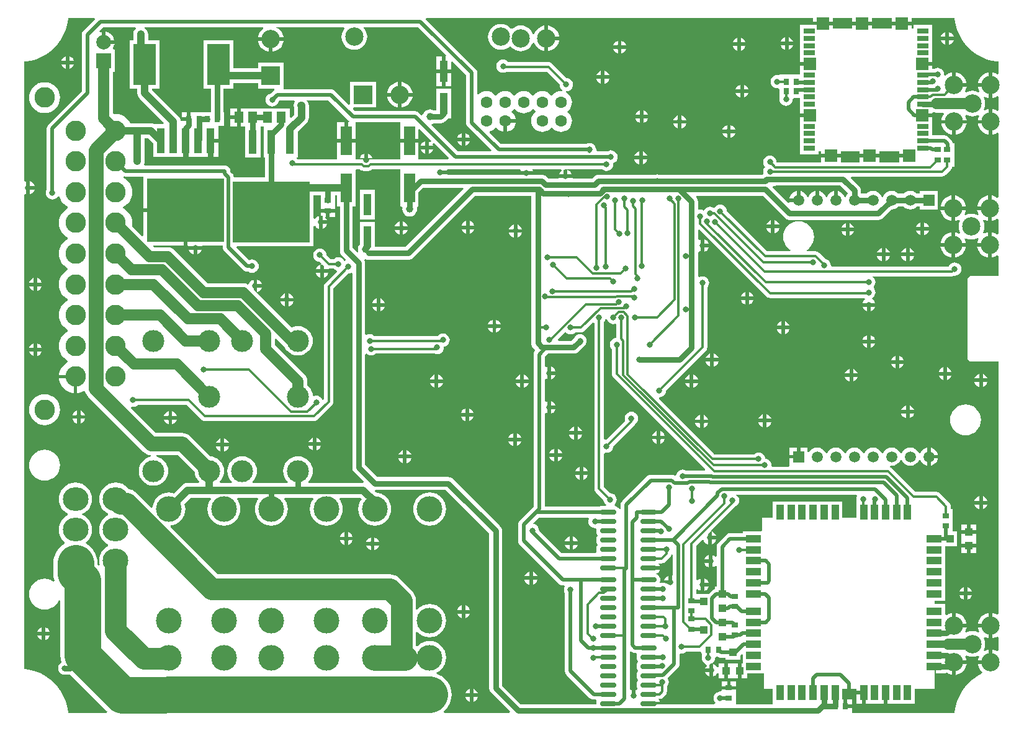
<source format=gbl>
%FSLAX44Y44*%
%MOMM*%
G71*
G01*
G75*
G04 Layer_Physical_Order=2*
G04 Layer_Color=16711680*
%ADD10R,1.2000X2.0000*%
%ADD11R,1.4000X1.2000*%
%ADD12R,1.2200X0.9100*%
%ADD13R,0.9100X1.2200*%
%ADD14R,0.9000X0.6000*%
%ADD15R,0.6000X0.9000*%
%ADD16R,0.8000X2.6000*%
%ADD17R,2.6000X0.8000*%
%ADD18R,1.0000X1.0000*%
%ADD19R,1.0000X1.0000*%
%ADD20R,1.5000X1.3000*%
%ADD21R,1.3000X1.5000*%
%ADD22R,0.8000X0.9000*%
%ADD23R,0.9000X0.8000*%
%ADD24R,1.7000X3.5000*%
%ADD25R,7.7000X5.5500*%
%ADD26R,2.2000X1.0000*%
%ADD27R,1.1000X2.6000*%
%ADD28O,0.3000X2.1000*%
%ADD29O,2.1000X0.3000*%
%ADD30O,1.7000X0.4500*%
%ADD31R,2.4000X3.3000*%
%ADD32R,2.4000X1.0000*%
%ADD33R,5.5500X7.7000*%
%ADD34R,1.0000X2.2000*%
%ADD35C,0.5000*%
%ADD36C,0.3000*%
%ADD37C,0.7500*%
%ADD38C,1.0000*%
%ADD39C,1.5000*%
%ADD40C,0.8000*%
%ADD41C,3.5000*%
%ADD42C,3.0000*%
%ADD43C,5.0000*%
%ADD44C,1.2500*%
%ADD45C,2.5000*%
%ADD46C,1.6000*%
%ADD47C,2.0000*%
%ADD48R,2.0000X2.0000*%
%ADD49R,2.5000X2.5000*%
%ADD50R,2.5000X2.5000*%
%ADD51C,3.5000*%
%ADD52C,3.0000*%
%ADD53C,2.8000*%
%ADD54O,3.5000X3.2000*%
%ADD55C,1.5000*%
%ADD56R,1.5000X1.5000*%
%ADD57C,0.8000*%
%ADD58C,1.0000*%
%ADD59R,3.1000X5.6000*%
%ADD60R,1.0000X3.0000*%
%ADD61R,1.5000X4.0000*%
%ADD62R,1.5000X0.7000*%
%ADD63R,1.7000X1.7000*%
%ADD64R,1.1000X3.5000*%
%ADD65R,10.5000X8.6000*%
%ADD66R,1.0000X2.0000*%
%ADD67R,2.0000X1.0000*%
G04:AMPARAMS|DCode=68|XSize=2.2mm|YSize=0.6mm|CornerRadius=0.15mm|HoleSize=0mm|Usage=FLASHONLY|Rotation=180.000|XOffset=0mm|YOffset=0mm|HoleType=Round|Shape=RoundedRectangle|*
%AMROUNDEDRECTD68*
21,1,2.2000,0.3000,0,0,180.0*
21,1,1.9000,0.6000,0,0,180.0*
1,1,0.3000,-0.9500,0.1500*
1,1,0.3000,0.9500,0.1500*
1,1,0.3000,0.9500,-0.1500*
1,1,0.3000,-0.9500,-0.1500*
%
%ADD68ROUNDEDRECTD68*%
%ADD69R,10.5000X8.4000*%
%ADD70R,1.0500X3.3000*%
%ADD71C,2.0000*%
G36*
X768175Y402844D02*
Y191500D01*
X768475Y189216D01*
X768840Y188334D01*
X769357Y187087D01*
X770759Y185259D01*
X796163Y159855D01*
X795398Y158008D01*
X706692D01*
X706000Y159884D01*
X708029Y161617D01*
X711096Y165208D01*
X713563Y169234D01*
X715370Y173597D01*
X716472Y178188D01*
X716843Y182896D01*
X716472Y187603D01*
X715370Y192195D01*
X713563Y196558D01*
X711096Y200584D01*
X708029Y204175D01*
X704438Y207241D01*
X700412Y209709D01*
X696049Y211516D01*
X695424Y211666D01*
X695402Y212408D01*
X699311Y214497D01*
X702737Y217309D01*
X705548Y220735D01*
X707638Y224644D01*
X708924Y228885D01*
X709359Y233296D01*
X708924Y237707D01*
X707638Y241948D01*
X705548Y245857D01*
X702737Y249283D01*
X699311Y252094D01*
X695402Y254184D01*
X691161Y255470D01*
X686750Y255905D01*
X682339Y255470D01*
X678098Y254184D01*
X674189Y252094D01*
X670763Y249283D01*
X668987D01*
X668097Y250013D01*
Y267990D01*
X669980Y268663D01*
X670763Y267709D01*
X674189Y264897D01*
X678098Y262808D01*
X682339Y261521D01*
X686750Y261087D01*
X691161Y261521D01*
X695402Y262808D01*
X699311Y264897D01*
X702737Y267709D01*
X705548Y271135D01*
X707638Y275044D01*
X708924Y279285D01*
X709359Y283696D01*
X708924Y288107D01*
X707638Y292348D01*
X705548Y296257D01*
X702737Y299683D01*
X699311Y302495D01*
X695402Y304584D01*
X691161Y305870D01*
X686750Y306305D01*
X682339Y305870D01*
X678098Y304584D01*
X674189Y302495D01*
X670763Y299683D01*
X669980Y298729D01*
X668097Y299402D01*
Y311000D01*
X667711Y314921D01*
X666567Y318691D01*
X664710Y322165D01*
X662211Y325211D01*
X662210Y325211D01*
X646210Y341211D01*
X643165Y343710D01*
X639691Y345567D01*
X635921Y346711D01*
X632000Y347097D01*
X398029D01*
X333060Y412065D01*
X333734Y413949D01*
X335491Y414122D01*
X339732Y415408D01*
X343641Y417497D01*
X347067Y420309D01*
X349879Y423735D01*
X351968Y427644D01*
X353254Y431885D01*
X353689Y436296D01*
X353254Y440707D01*
X352440Y443392D01*
X360758Y451710D01*
X387284D01*
X388139Y449902D01*
X387281Y448857D01*
X385192Y444948D01*
X383905Y440707D01*
X383471Y436296D01*
X383905Y431885D01*
X385192Y427644D01*
X387281Y423735D01*
X390093Y420309D01*
X393519Y417497D01*
X397428Y415408D01*
X401669Y414122D01*
X406080Y413687D01*
X410491Y414122D01*
X414732Y415408D01*
X418641Y417497D01*
X422067Y420309D01*
X424879Y423735D01*
X426968Y427644D01*
X428254Y431885D01*
X428689Y436296D01*
X428254Y440707D01*
X426968Y444948D01*
X424879Y448857D01*
X424021Y449902D01*
X424876Y451710D01*
X451984D01*
X452839Y449902D01*
X451981Y448857D01*
X449892Y444948D01*
X448605Y440707D01*
X448171Y436296D01*
X448605Y431885D01*
X449892Y427644D01*
X451981Y423735D01*
X454793Y420309D01*
X458219Y417497D01*
X462128Y415408D01*
X466369Y414122D01*
X470780Y413687D01*
X475191Y414122D01*
X479432Y415408D01*
X483341Y417497D01*
X486767Y420309D01*
X489579Y423735D01*
X491668Y427644D01*
X492954Y431885D01*
X493389Y436296D01*
X492954Y440707D01*
X491668Y444948D01*
X489579Y448857D01*
X488721Y449902D01*
X489576Y451710D01*
X526984D01*
X527839Y449902D01*
X526981Y448857D01*
X524892Y444948D01*
X523605Y440707D01*
X523171Y436296D01*
X523605Y431885D01*
X524892Y427644D01*
X526981Y423735D01*
X529793Y420309D01*
X533219Y417497D01*
X537128Y415408D01*
X541369Y414122D01*
X545780Y413687D01*
X550191Y414122D01*
X554432Y415408D01*
X558341Y417497D01*
X561767Y420309D01*
X564579Y423735D01*
X566668Y427644D01*
X567954Y431885D01*
X568389Y436296D01*
X567954Y440707D01*
X566668Y444948D01*
X564579Y448857D01*
X563721Y449902D01*
X564576Y451710D01*
X592026D01*
X593820Y449916D01*
X592951Y448857D01*
X590862Y444948D01*
X589576Y440707D01*
X589141Y436296D01*
X589576Y431885D01*
X590862Y427644D01*
X592951Y423735D01*
X595763Y420309D01*
X599189Y417497D01*
X603098Y415408D01*
X607339Y414122D01*
X611750Y413687D01*
X616161Y414122D01*
X620402Y415408D01*
X624311Y417497D01*
X627737Y420309D01*
X630549Y423735D01*
X632638Y427644D01*
X633924Y431885D01*
X634359Y436296D01*
X633924Y440707D01*
X632638Y444948D01*
X630549Y448857D01*
X627737Y452283D01*
X624311Y455094D01*
X620402Y457184D01*
X616161Y458470D01*
X613535Y458729D01*
X611749Y460515D01*
X611789Y460822D01*
X612453Y462425D01*
X708594D01*
X768175Y402844D01*
D02*
G37*
G36*
X1270028Y454272D02*
X1269232Y452350D01*
X1268922Y450000D01*
X1269232Y447650D01*
X1269335Y447401D01*
X1268800Y446600D01*
X1268800D01*
Y424000D01*
X1249800D01*
Y446600D01*
X1154800D01*
Y424000D01*
X1140000D01*
X1140218Y407023D01*
X1138812Y405600D01*
X1113800D01*
Y403165D01*
X1096600D01*
X1094642Y402907D01*
X1092818Y402151D01*
X1091251Y400949D01*
X1091251Y400949D01*
X1080651Y390349D01*
X1079449Y388782D01*
X1078693Y386958D01*
X1078435Y385000D01*
Y371902D01*
X1076541Y371259D01*
X1076419Y371419D01*
X1074539Y372862D01*
X1072500Y373706D01*
Y364997D01*
Y356294D01*
X1074539Y357139D01*
X1076419Y358581D01*
X1076541Y358741D01*
X1078435Y358098D01*
Y330000D01*
X1076000D01*
Y327290D01*
X1074752Y326772D01*
X1074218Y326551D01*
X1072651Y325349D01*
X1067802Y320500D01*
X1050556D01*
Y326109D01*
X1052450Y326752D01*
X1052581Y326581D01*
X1054461Y325139D01*
X1056500Y324294D01*
Y332998D01*
Y341706D01*
X1054461Y340861D01*
X1052581Y339419D01*
X1052450Y339248D01*
X1050556Y339891D01*
Y386284D01*
X1058575Y394304D01*
X1060537Y393913D01*
X1061139Y392461D01*
X1062581Y390581D01*
X1064461Y389138D01*
X1066500Y388294D01*
Y396997D01*
Y402228D01*
X1070193Y405921D01*
X1071349Y405769D01*
X1071018Y406746D01*
X1104319Y440048D01*
X1104539Y440139D01*
X1106419Y441581D01*
X1107861Y443461D01*
X1108768Y445650D01*
X1109078Y448000D01*
X1108768Y450350D01*
X1107861Y452539D01*
X1106419Y454419D01*
X1104539Y455861D01*
X1104554Y455935D01*
X1268917D01*
X1270028Y454272D01*
D02*
G37*
G36*
X576651Y966651D02*
X576651Y966651D01*
X576986Y966394D01*
X576343Y964500D01*
X575500D01*
Y942000D01*
X585500D01*
Y964435D01*
X646500D01*
Y942000D01*
X671500D01*
Y954189D01*
X673348Y954954D01*
X689198Y939104D01*
X687879Y937600D01*
X687539Y937861D01*
X685500Y938706D01*
Y932500D01*
X691706D01*
X690862Y934539D01*
X690600Y934879D01*
X692104Y936198D01*
X712898Y915404D01*
X712133Y913556D01*
X671500D01*
Y914500D01*
X671500D01*
Y937000D01*
X646500D01*
Y914500D01*
D01*
Y914500D01*
X645556Y913556D01*
X609004D01*
X609004Y913557D01*
X606021D01*
X606021Y913557D01*
X604324Y913333D01*
X602743Y912678D01*
X601385Y911636D01*
X600805Y911057D01*
X599195D01*
X598615Y911636D01*
X597257Y912678D01*
X595676Y913333D01*
X593979Y913557D01*
X593979Y913557D01*
X590996D01*
X590996Y913556D01*
X585500D01*
Y914500D01*
X585500D01*
Y937000D01*
X560500D01*
Y914500D01*
D01*
Y914500D01*
X559556Y913556D01*
X506848D01*
X505419Y915419D01*
X505616Y916000D01*
X506650D01*
Y951136D01*
X518882Y963368D01*
X520485Y965457D01*
X521493Y967889D01*
X521836Y970500D01*
Y987000D01*
X521493Y989611D01*
X520485Y992043D01*
X518882Y994132D01*
X519008Y994435D01*
X548867D01*
X576651Y966651D01*
D02*
G37*
G36*
X286227Y1092541D02*
X285368Y1091882D01*
X283765Y1089793D01*
X282757Y1087361D01*
X282414Y1084750D01*
Y1076000D01*
X277500D01*
Y1010000D01*
X287914D01*
Y1004250D01*
X287914Y1004250D01*
X287914D01*
X288257Y1001639D01*
X289265Y999207D01*
X290868Y997118D01*
X324138Y963848D01*
X323373Y962000D01*
X310903D01*
X309111Y962742D01*
X306500Y963086D01*
X278621D01*
X277299Y965561D01*
X274487Y968987D01*
X271061Y971798D01*
X267152Y973888D01*
X262911Y975174D01*
X258500Y975609D01*
X256090Y975371D01*
X254608Y976714D01*
Y1033500D01*
X257000D01*
Y1063500D01*
X255608D01*
X254580Y1065216D01*
X255925Y1067732D01*
X256783Y1070559D01*
X256826Y1071000D01*
X241998D01*
Y1073497D01*
X239500D01*
Y1088326D01*
X239060Y1088283D01*
X237143Y1087702D01*
X236115Y1089417D01*
X241133Y1094435D01*
X285584D01*
X286227Y1092541D01*
D02*
G37*
G36*
X1018435Y373984D02*
Y346142D01*
X1016932Y344824D01*
X1017350Y344769D01*
X1017500Y344706D01*
Y335997D01*
X1015003D01*
Y333500D01*
X1011253D01*
X1009739Y334662D01*
X1007550Y335569D01*
X1005951Y335779D01*
X1005922Y336000D01*
X1005200Y335878D01*
D01*
X1002850Y335568D01*
X1002729Y335518D01*
X1001836Y335888D01*
X1000875Y336625D01*
X1001056Y338000D01*
Y341000D01*
X1000833Y342697D01*
X1000178Y344278D01*
X999136Y345636D01*
X997778Y346678D01*
X996197Y347333D01*
X994500Y347556D01*
Y347744D01*
X996197Y347967D01*
X997778Y348622D01*
X999136Y349664D01*
X1000178Y351022D01*
X1000833Y352603D01*
X1000924Y353300D01*
X984997D01*
Y358300D01*
X1000924D01*
X1000833Y358997D01*
X1000178Y360578D01*
X999136Y361936D01*
X999139Y361944D01*
X1003500D01*
X1005197Y362167D01*
X1005852Y362439D01*
X1006778Y362822D01*
X1008136Y363864D01*
X1014636Y370364D01*
X1015678Y371722D01*
X1016005Y372513D01*
X1016333Y373303D01*
X1016440Y374115D01*
X1018435Y373984D01*
D02*
G37*
G36*
X903997Y422772D02*
X903532Y421649D01*
X903222Y419300D01*
X903532Y416950D01*
X904438Y414761D01*
X905881Y412881D01*
X907761Y411438D01*
X909950Y410532D01*
X912300Y410222D01*
X912629Y410266D01*
X914043Y408851D01*
X913944Y408100D01*
Y405100D01*
X914167Y403403D01*
X914822Y401822D01*
X915864Y400464D01*
Y400036D01*
X914822Y398678D01*
X914167Y397097D01*
X913944Y395400D01*
Y392400D01*
X914167Y390703D01*
X914822Y389122D01*
X915864Y387764D01*
Y387336D01*
X914822Y385978D01*
X914167Y384397D01*
X913944Y382700D01*
Y379700D01*
X914167Y378003D01*
X914281Y377728D01*
X913170Y376065D01*
X866633D01*
X836033Y406665D01*
X836078Y407000D01*
X835768Y409350D01*
X834861Y411539D01*
X833419Y413419D01*
X831539Y414861D01*
X829350Y415768D01*
X827000Y416078D01*
X826926Y416228D01*
X835133Y424435D01*
X902886D01*
X903997Y422772D01*
D02*
G37*
G36*
X452500Y1010500D02*
X474410D01*
X475218Y1008551D01*
X473651Y1007349D01*
X473651Y1007349D01*
X470134Y1003832D01*
X469650Y1003768D01*
X467461Y1002861D01*
X465581Y1001419D01*
X464138Y999539D01*
X463232Y997349D01*
X462922Y995000D01*
X463232Y992651D01*
X464138Y990461D01*
X465581Y988581D01*
X467461Y987139D01*
X469650Y986232D01*
X472000Y985922D01*
X474350Y986232D01*
X476539Y987139D01*
X478419Y988581D01*
X479861Y990461D01*
X480768Y992651D01*
X480832Y993134D01*
X482133Y994435D01*
X501706D01*
X502590Y992642D01*
X502515Y992543D01*
X501507Y990110D01*
X501164Y987500D01*
X501507Y984890D01*
X501664Y984512D01*
Y974678D01*
X497848Y970862D01*
X496000Y971627D01*
Y983500D01*
X429000D01*
Y970997D01*
Y958500D01*
X435350D01*
Y916000D01*
X455850D01*
Y958500D01*
X460750D01*
Y916000D01*
X462174D01*
Y889000D01*
X421792D01*
X419565Y889278D01*
X419436Y890257D01*
X419307Y891236D01*
X418773Y892526D01*
X418551Y893061D01*
X417349Y894627D01*
X414815Y897162D01*
Y898000D01*
X414557Y899958D01*
X413801Y901782D01*
X412599Y903349D01*
X411032Y904551D01*
X409208Y905307D01*
X407250Y905565D01*
X298372D01*
X297261Y907228D01*
X297743Y908390D01*
X298086Y911000D01*
Y942914D01*
X302322D01*
X309500Y935736D01*
Y917000D01*
X351500D01*
Y939502D01*
X356500D01*
Y917000D01*
X385500D01*
Y939502D01*
X387997D01*
Y942000D01*
X398500D01*
Y959500D01*
X406000D01*
Y978500D01*
X405826D01*
Y1010000D01*
X419000D01*
Y1017914D01*
X452500D01*
Y1010500D01*
D02*
G37*
G36*
X646500Y899500D02*
X646500D01*
Y849500D01*
X648391D01*
X649709Y847996D01*
X649414Y845750D01*
X649757Y843139D01*
X650765Y840707D01*
X652368Y838618D01*
X654457Y837015D01*
X656889Y836007D01*
X659500Y835664D01*
X662111Y836007D01*
X664543Y837015D01*
X666632Y838618D01*
X668235Y840707D01*
X669243Y843139D01*
X669586Y845750D01*
X669243Y848361D01*
X670004Y849500D01*
X671500D01*
Y868769D01*
X677906Y875174D01*
X732080D01*
X732846Y873327D01*
X653844Y794325D01*
X612000D01*
Y828000D01*
X592000D01*
Y798233D01*
X591867Y798130D01*
X590264Y796041D01*
X589256Y793609D01*
X588913Y790998D01*
X589256Y788388D01*
X589531Y787724D01*
X587868Y786613D01*
X581825Y792656D01*
Y849500D01*
X585500D01*
Y899500D01*
D01*
Y899500D01*
X586444Y900444D01*
X591264D01*
X591843Y899864D01*
X593201Y898822D01*
X593785Y898580D01*
X594782Y898167D01*
X596479Y897944D01*
X603521D01*
X605218Y898167D01*
X605873Y898439D01*
X606799Y898822D01*
X608157Y899864D01*
X608736Y900444D01*
X646500D01*
Y899500D01*
D02*
G37*
G36*
X825424Y662750D02*
X825725Y660466D01*
X826090Y659584D01*
X826607Y658337D01*
X828009Y656509D01*
X831266Y653253D01*
X830651Y652638D01*
X829449Y651071D01*
X828693Y649247D01*
X828435Y647289D01*
Y439133D01*
X828151Y438849D01*
X809651Y420349D01*
X808449Y418782D01*
X807693Y416958D01*
X807435Y415000D01*
Y393000D01*
X807693Y391042D01*
X808449Y389218D01*
X809651Y387651D01*
X863151Y334151D01*
X864718Y332949D01*
X866542Y332193D01*
X868500Y331935D01*
X869917D01*
X871028Y330272D01*
X870232Y328349D01*
X869922Y326000D01*
X870232Y323651D01*
X871139Y321461D01*
X871435Y321074D01*
Y215000D01*
X871693Y213042D01*
X872227Y211752D01*
X872449Y211218D01*
X873651Y209651D01*
X905151Y178151D01*
X905151Y178151D01*
X906718Y176949D01*
X908542Y176193D01*
X910500Y175935D01*
X910500Y175935D01*
X913170D01*
X914281Y174272D01*
X914167Y173997D01*
X913944Y172300D01*
Y169876D01*
X811106D01*
X785826Y195156D01*
Y406500D01*
X785525Y408784D01*
X785084Y409849D01*
X784643Y410913D01*
X783241Y412741D01*
X718491Y477491D01*
X716663Y478893D01*
X715599Y479334D01*
X714534Y479775D01*
X712250Y480075D01*
X615656D01*
X598825Y496906D01*
Y647234D01*
X600399Y648441D01*
X600619Y648550D01*
X602460Y647137D01*
X604649Y646230D01*
X606999Y645921D01*
X609348Y646230D01*
X611538Y647137D01*
X613239Y648443D01*
X694141D01*
X694650Y648232D01*
X697000Y647922D01*
X699350Y648232D01*
X701539Y649139D01*
X703419Y650581D01*
X704862Y652461D01*
X705768Y654650D01*
X706078Y657000D01*
X705940Y658046D01*
X707349Y658232D01*
X709539Y659139D01*
X711419Y660581D01*
X712861Y662461D01*
X713768Y664650D01*
X714078Y667000D01*
X713768Y669350D01*
X712861Y671539D01*
X711419Y673419D01*
X709539Y674862D01*
X707349Y675768D01*
X705000Y676078D01*
X702651Y675768D01*
X700461Y674862D01*
X698581Y673419D01*
X697919Y672556D01*
X611240D01*
X609539Y673861D01*
X607350Y674768D01*
X605000Y675078D01*
X602650Y674768D01*
X600488Y673873D01*
X598825Y674984D01*
Y772000D01*
X598525Y774284D01*
X597643Y776413D01*
X597545Y776541D01*
X598959Y777955D01*
X599087Y777857D01*
X601216Y776975D01*
X603500Y776674D01*
X657500D01*
X659784Y776975D01*
X660848Y777416D01*
X661913Y777857D01*
X663741Y779259D01*
X748406Y863924D01*
X825424D01*
Y662750D01*
D02*
G37*
G36*
X271500Y890435D02*
X296500D01*
Y846500D01*
X354002D01*
Y844003D01*
X356500D01*
Y796000D01*
X356801D01*
X358119Y794497D01*
X358231Y795350D01*
X358293Y795500D01*
X375706D01*
X375769Y795350D01*
X376203Y796000D01*
X404435D01*
Y793750D01*
X404435Y793750D01*
X404435D01*
X404693Y791792D01*
X405449Y789968D01*
X406651Y788401D01*
X432401Y762651D01*
X432401Y762651D01*
X433968Y761449D01*
X435792Y760693D01*
X437750Y760435D01*
X439574D01*
X439961Y760138D01*
X442150Y759232D01*
X444500Y758922D01*
X446850Y759232D01*
X449039Y760138D01*
X450919Y761581D01*
X452361Y763461D01*
X453268Y765650D01*
X453578Y768000D01*
X453268Y770350D01*
X452361Y772539D01*
X450919Y774419D01*
X449039Y775861D01*
X446850Y776768D01*
X444500Y777078D01*
X442150Y776768D01*
X440404Y776045D01*
X423296Y793152D01*
X424061Y795000D01*
X528500D01*
Y822486D01*
X530394Y823129D01*
X531581Y821581D01*
X533461Y820138D01*
X535500Y819294D01*
Y827998D01*
Y836706D01*
X533461Y835861D01*
X531581Y834419D01*
X530394Y832871D01*
X528500Y833514D01*
Y864414D01*
X538500D01*
Y848750D01*
Y846250D01*
X557500D01*
Y848750D01*
Y864414D01*
X560500D01*
Y849500D01*
X564174D01*
Y789000D01*
X564475Y786716D01*
X564840Y785834D01*
X565357Y784587D01*
X566759Y782759D01*
X572449Y777070D01*
X572267Y776157D01*
X570700Y775183D01*
X569860Y775537D01*
X568418Y777417D01*
X566538Y778860D01*
X564348Y779767D01*
X561999Y780076D01*
X559649Y779767D01*
X557460Y778860D01*
X555759Y777554D01*
X551717D01*
X546048Y783223D01*
X545768Y785350D01*
X544861Y787539D01*
X543419Y789419D01*
X541539Y790862D01*
X539350Y791768D01*
X537000Y792078D01*
X534650Y791768D01*
X532461Y790862D01*
X530581Y789419D01*
X529138Y787539D01*
X528232Y785350D01*
X527922Y783000D01*
X528232Y780650D01*
X529138Y778461D01*
X530581Y776581D01*
X532461Y775139D01*
X534650Y774232D01*
X536777Y773952D01*
X538976Y771752D01*
X538334Y769859D01*
X540000Y770078D01*
X540748Y769980D01*
X542500Y768228D01*
Y763500D01*
X548706D01*
X548556Y763862D01*
X549002Y764442D01*
X555759D01*
X557460Y763137D01*
X559619Y762243D01*
X560009Y760281D01*
X544364Y744636D01*
X543322Y743278D01*
X542939Y742352D01*
X542667Y741697D01*
X542444Y740000D01*
Y586918D01*
X540898Y585649D01*
X540170Y585794D01*
X539861Y586539D01*
X538419Y588419D01*
X536539Y589861D01*
X534350Y590768D01*
X532000Y591078D01*
X529650Y590768D01*
X528848Y590436D01*
X527133Y591464D01*
X526911Y593721D01*
X525767Y597491D01*
X523910Y600965D01*
X521411Y604011D01*
X519808Y605326D01*
Y610800D01*
X519378Y614063D01*
X518119Y617104D01*
X516115Y619715D01*
X475608Y660222D01*
Y668405D01*
X477456Y669170D01*
X488997Y657629D01*
X490490Y654835D01*
X492989Y651789D01*
X496035Y649290D01*
X499509Y647433D01*
X503279Y646289D01*
X507200Y645903D01*
X511121Y646289D01*
X514891Y647433D01*
X518365Y649290D01*
X521411Y651789D01*
X523910Y654835D01*
X525767Y658309D01*
X526911Y662079D01*
X527297Y666000D01*
X526911Y669921D01*
X525767Y673691D01*
X523910Y677165D01*
X521411Y680211D01*
X518365Y682710D01*
X514891Y684567D01*
X511121Y685711D01*
X507200Y686097D01*
X503279Y685711D01*
X499509Y684567D01*
X498343Y683943D01*
X451021Y731265D01*
X451349Y732231D01*
X450206Y732081D01*
X446500Y735787D01*
Y740997D01*
Y749706D01*
X444461Y748861D01*
X442581Y747419D01*
X441138Y745539D01*
X440405Y743768D01*
X438557Y743003D01*
X435719Y744178D01*
X432456Y744608D01*
X383678D01*
X338371Y789915D01*
X335760Y791919D01*
X332719Y793178D01*
X329456Y793608D01*
X310752D01*
X309641Y795271D01*
X309943Y796000D01*
X351500D01*
Y841500D01*
X296500D01*
Y809443D01*
X294652Y808678D01*
X280680Y822650D01*
X281109Y827000D01*
X280674Y831411D01*
X279388Y835652D01*
X277299Y839561D01*
X274487Y842987D01*
X271061Y845798D01*
X267152Y847888D01*
Y848112D01*
X271061Y850201D01*
X274487Y853013D01*
X277299Y856439D01*
X279388Y860348D01*
X280674Y864589D01*
X281109Y869000D01*
X280674Y873411D01*
X279388Y877652D01*
X277299Y881561D01*
X274487Y884987D01*
X271061Y887798D01*
X269299Y888740D01*
X269910Y890645D01*
X271500Y890435D01*
D02*
G37*
G36*
X911444Y690166D02*
Y464000D01*
X911667Y462303D01*
X911995Y461513D01*
X912322Y460722D01*
X913364Y459364D01*
X923952Y448777D01*
X924232Y446651D01*
X925138Y444461D01*
X926581Y442581D01*
X927404Y441950D01*
X926761Y440056D01*
X920500D01*
X918803Y439833D01*
X918156Y439565D01*
X843565D01*
Y566333D01*
X845359Y567217D01*
X845461Y567138D01*
X847500Y566294D01*
Y574997D01*
Y583706D01*
X845461Y582861D01*
X845359Y582783D01*
X843565Y583667D01*
Y613333D01*
X845359Y614217D01*
X845461Y614138D01*
X847500Y613294D01*
Y621997D01*
Y630706D01*
X845461Y629861D01*
X845359Y629783D01*
X843565Y630667D01*
Y644155D01*
X847834Y648425D01*
X883250D01*
X885534Y648725D01*
X886599Y649166D01*
X887663Y649607D01*
X889491Y651009D01*
X896886Y658405D01*
X898419Y659581D01*
X899861Y661461D01*
X900768Y663651D01*
X901078Y666000D01*
X900768Y668350D01*
X899861Y670539D01*
X898419Y672419D01*
X896539Y673861D01*
X894350Y674768D01*
X892000Y675078D01*
X889650Y674768D01*
X887461Y673861D01*
X885581Y672419D01*
X884405Y670886D01*
X879594Y666076D01*
X862354D01*
X861588Y667923D01*
X871328Y677663D01*
X872581Y677581D01*
X874461Y676139D01*
X876650Y675232D01*
X879000Y674922D01*
X881349Y675232D01*
X883539Y676139D01*
X885240Y677444D01*
X893393D01*
X895090Y677667D01*
X895881Y677995D01*
X896671Y678322D01*
X898029Y679364D01*
X909596Y690931D01*
X911444Y690166D01*
D02*
G37*
G36*
X581175Y757602D02*
Y493250D01*
X581475Y490966D01*
X581916Y489902D01*
X582357Y488837D01*
X583759Y487009D01*
X597094Y473675D01*
X596209Y471882D01*
X596204Y471882D01*
X521811D01*
X521138Y473765D01*
X521411Y473989D01*
X523910Y477035D01*
X525767Y480509D01*
X526911Y484279D01*
X527297Y488200D01*
X526911Y492121D01*
X525767Y495891D01*
X523910Y499365D01*
X521411Y502411D01*
X518365Y504910D01*
X514891Y506767D01*
X511121Y507911D01*
X507200Y508297D01*
X503279Y507911D01*
X499509Y506767D01*
X496035Y504910D01*
X492989Y502411D01*
X490490Y499365D01*
X488633Y495891D01*
X487489Y492121D01*
X487103Y488200D01*
X487489Y484279D01*
X488633Y480509D01*
X490490Y477035D01*
X492989Y473989D01*
X493262Y473765D01*
X492589Y471882D01*
X445611D01*
X444938Y473765D01*
X445211Y473989D01*
X447710Y477035D01*
X449567Y480509D01*
X450711Y484279D01*
X451097Y488200D01*
X450711Y492121D01*
X449567Y495891D01*
X447710Y499365D01*
X445211Y502411D01*
X442165Y504910D01*
X438691Y506767D01*
X434921Y507911D01*
X431000Y508297D01*
X427079Y507911D01*
X423309Y506767D01*
X419835Y504910D01*
X416789Y502411D01*
X414290Y499365D01*
X412433Y495891D01*
X411289Y492121D01*
X410903Y488200D01*
X411289Y484279D01*
X412433Y480509D01*
X414290Y477035D01*
X416789Y473989D01*
X417062Y473765D01*
X416389Y471882D01*
X400811D01*
X400137Y473765D01*
X400411Y473989D01*
X402910Y477035D01*
X404767Y480509D01*
X405911Y484279D01*
X406297Y488200D01*
X405911Y492121D01*
X404767Y495891D01*
X402910Y499365D01*
X400411Y502411D01*
X397365Y504910D01*
X393891Y506767D01*
X390121Y507911D01*
X387552Y508164D01*
X360058Y535658D01*
X357774Y537532D01*
X355168Y538925D01*
X352341Y539783D01*
X349400Y540073D01*
X313243D01*
X278899Y574417D01*
X278930Y574493D01*
X279779Y576215D01*
X282000Y575922D01*
X284349Y576232D01*
X286539Y577138D01*
X288240Y578444D01*
X355284D01*
X375364Y558364D01*
X376043Y557843D01*
X376722Y557322D01*
X378303Y556667D01*
X380000Y556444D01*
X529000D01*
X530697Y556667D01*
X531487Y556995D01*
X532278Y557322D01*
X533636Y558364D01*
X553636Y578364D01*
X554678Y579722D01*
X555061Y580648D01*
X555333Y581303D01*
X555556Y583000D01*
Y737284D01*
X576223Y757952D01*
X578349Y758232D01*
X579511Y758713D01*
X581175Y757602D01*
D02*
G37*
G36*
X230247Y1104945D02*
X214651Y1089349D01*
X213449Y1087782D01*
X212693Y1085958D01*
X212435Y1084000D01*
Y1007133D01*
X166651Y961349D01*
X165449Y959782D01*
X164693Y957958D01*
X164435Y956000D01*
Y872926D01*
X164139Y872539D01*
X163232Y870350D01*
X162922Y868000D01*
X163232Y865650D01*
X164139Y863461D01*
X165581Y861581D01*
X167461Y860138D01*
X169650Y859232D01*
X172000Y858922D01*
X174349Y859232D01*
X176539Y860138D01*
X178419Y861581D01*
X179824Y863412D01*
X180103Y863361D01*
X181927Y862605D01*
X182612Y860348D01*
X184701Y856439D01*
X187513Y853013D01*
X190939Y850201D01*
X193187Y849000D01*
Y847000D01*
X190939Y845798D01*
X187513Y842987D01*
X184701Y839561D01*
X182612Y835652D01*
X181326Y831411D01*
X180891Y827000D01*
X181326Y822589D01*
X182612Y818348D01*
X184701Y814439D01*
X187513Y811013D01*
X190939Y808201D01*
X193187Y807000D01*
Y805000D01*
X190939Y803799D01*
X187513Y800987D01*
X184701Y797561D01*
X182612Y793652D01*
X181326Y789411D01*
X180891Y785000D01*
X181326Y780589D01*
X182612Y776348D01*
X184701Y772439D01*
X187513Y769013D01*
X190939Y766201D01*
X193187Y765000D01*
Y763000D01*
X190939Y761798D01*
X187513Y758987D01*
X184701Y755561D01*
X182612Y751652D01*
X181326Y747411D01*
X180891Y743000D01*
X181326Y738589D01*
X182612Y734348D01*
X184701Y730439D01*
X187513Y727013D01*
X190939Y724201D01*
X193187Y723000D01*
Y721000D01*
X190939Y719799D01*
X187513Y716987D01*
X184701Y713561D01*
X182612Y709652D01*
X181326Y705411D01*
X180891Y701000D01*
X181326Y696589D01*
X182612Y692348D01*
X184701Y688439D01*
X187513Y685013D01*
X190939Y682201D01*
X193187Y681000D01*
Y679000D01*
X190939Y677798D01*
X187513Y674987D01*
X184701Y671561D01*
X182612Y667652D01*
X181326Y663411D01*
X180891Y659000D01*
X181326Y654589D01*
X182612Y650348D01*
X184701Y646439D01*
X187513Y643013D01*
X190939Y640201D01*
X193187Y639000D01*
Y637000D01*
X190939Y635798D01*
X187513Y632987D01*
X184701Y629561D01*
X182612Y625652D01*
X181326Y621411D01*
X181137Y619500D01*
X203503D01*
Y617002D01*
X206000D01*
Y594637D01*
X207911Y594826D01*
X212152Y596112D01*
X214440Y597335D01*
X215601Y597450D01*
X216915Y596905D01*
X217575Y594732D01*
X218968Y592126D01*
X220842Y589842D01*
X296342Y514342D01*
X298626Y512468D01*
X301232Y511075D01*
X304060Y510217D01*
X306625Y509964D01*
Y507964D01*
X306079Y507911D01*
X302309Y506767D01*
X298835Y504910D01*
X295790Y502411D01*
X293290Y499365D01*
X291433Y495891D01*
X290289Y492121D01*
X289903Y488200D01*
X290289Y484279D01*
X291433Y480509D01*
X293290Y477035D01*
X295790Y473989D01*
X298835Y471490D01*
X302309Y469633D01*
X306079Y468489D01*
X310000Y468103D01*
X313921Y468489D01*
X317691Y469633D01*
X321165Y471490D01*
X324211Y473989D01*
X326710Y477035D01*
X328567Y480509D01*
X329711Y484279D01*
X330097Y488200D01*
X329711Y492121D01*
X328567Y495891D01*
X326710Y499365D01*
X324211Y502411D01*
X321165Y504910D01*
X317691Y506767D01*
X313921Y507911D01*
X313725Y507930D01*
X313823Y509927D01*
X343157D01*
X366236Y486848D01*
X366489Y484279D01*
X367633Y480509D01*
X369490Y477035D01*
X371990Y473989D01*
X372262Y473765D01*
X371589Y471882D01*
X356580D01*
X353969Y471539D01*
X351537Y470531D01*
X349448Y468928D01*
X338176Y457656D01*
X335491Y458470D01*
X331080Y458905D01*
X326669Y458470D01*
X322428Y457184D01*
X318519Y455094D01*
X315093Y452283D01*
X312281Y448857D01*
X310192Y444948D01*
X308906Y440707D01*
X308732Y438950D01*
X306849Y438276D01*
X287415Y457710D01*
X284370Y460210D01*
X280895Y462067D01*
X277125Y463211D01*
X276734Y463249D01*
X274487Y465987D01*
X271061Y468798D01*
X267152Y470888D01*
X262911Y472174D01*
X258500Y472609D01*
X254089Y472174D01*
X249848Y470888D01*
X245939Y468798D01*
X242513Y465987D01*
X239701Y462561D01*
X237612Y458652D01*
X236326Y454411D01*
X235891Y450000D01*
X236326Y445589D01*
X237612Y441348D01*
X239701Y437439D01*
X242513Y434013D01*
X245939Y431201D01*
X248187Y430000D01*
Y428000D01*
X245939Y426799D01*
X242513Y423987D01*
X239701Y420561D01*
X237612Y416652D01*
X236326Y412411D01*
X235891Y408000D01*
X236326Y403589D01*
X237612Y399348D01*
X239701Y395439D01*
X242513Y392013D01*
X245939Y389201D01*
X248187Y388000D01*
Y386000D01*
X245939Y384799D01*
X242513Y381987D01*
X239701Y378561D01*
X237612Y374652D01*
X236326Y370411D01*
X235891Y366000D01*
X236326Y361589D01*
X236651Y360515D01*
X234897Y359555D01*
X234279Y360279D01*
X233593Y360965D01*
Y362500D01*
X233222Y367207D01*
X232120Y371799D01*
X230313Y376162D01*
X227845Y380188D01*
X224779Y383779D01*
X221188Y386846D01*
X217162Y389313D01*
X217057Y390019D01*
X219487Y392013D01*
X222299Y395439D01*
X224388Y399348D01*
X225674Y403589D01*
X226109Y408000D01*
X225674Y412411D01*
X224388Y416652D01*
X222299Y420561D01*
X219487Y423987D01*
X216061Y426799D01*
X212152Y428888D01*
Y429112D01*
X216061Y431201D01*
X219487Y434013D01*
X222299Y437439D01*
X224388Y441348D01*
X225674Y445589D01*
X226109Y450000D01*
X225674Y454411D01*
X224388Y458652D01*
X222299Y462561D01*
X219487Y465987D01*
X216061Y468798D01*
X212152Y470888D01*
X207911Y472174D01*
X203500Y472609D01*
X199089Y472174D01*
X194848Y470888D01*
X190939Y468798D01*
X187513Y465987D01*
X184701Y462561D01*
X182612Y458652D01*
X181326Y454411D01*
X180891Y450000D01*
X181326Y445589D01*
X182612Y441348D01*
X184701Y437439D01*
X187513Y434013D01*
X190939Y431201D01*
X193187Y430000D01*
Y428000D01*
X190939Y426799D01*
X187513Y423987D01*
X184701Y420561D01*
X182612Y416652D01*
X181326Y412411D01*
X180891Y408000D01*
X181326Y403589D01*
X182612Y399348D01*
X184701Y395439D01*
X187513Y392013D01*
X189058Y390746D01*
X188920Y388750D01*
X185812Y386846D01*
X182221Y383779D01*
X179154Y380188D01*
X176687Y376162D01*
X174880Y371799D01*
X173778Y367207D01*
X173407Y362500D01*
Y348500D01*
X173407Y348500D01*
X173778Y343792D01*
X174880Y339201D01*
X175197Y338435D01*
X173591Y337244D01*
X173223Y337545D01*
X169575Y339495D01*
X165617Y340696D01*
X161500Y341101D01*
X157383Y340696D01*
X153425Y339495D01*
X149777Y337545D01*
X146579Y334921D01*
X143955Y331723D01*
X142005Y328075D01*
X140804Y324117D01*
X140398Y320000D01*
X140804Y315883D01*
X142005Y311925D01*
X143955Y308277D01*
X146579Y305079D01*
X149777Y302455D01*
X153425Y300505D01*
X157383Y299304D01*
X161500Y298898D01*
X165617Y299304D01*
X169575Y300505D01*
X173223Y302455D01*
X176421Y305079D01*
X179045Y308277D01*
X180967Y311872D01*
X182125Y311582D01*
X182907Y311345D01*
Y236000D01*
X182907Y236000D01*
X183278Y231292D01*
X184360Y226784D01*
X182581Y225419D01*
X181139Y223539D01*
X180232Y221350D01*
X179922Y219000D01*
X180232Y216651D01*
X181139Y214461D01*
X182581Y212581D01*
X184461Y211138D01*
X186651Y210232D01*
X189000Y209922D01*
X190915Y210175D01*
X196000D01*
X196237Y210206D01*
X245825Y160617D01*
X245825Y160617D01*
X246684Y159884D01*
X245991Y158008D01*
X193558D01*
X193461Y159745D01*
X192228Y166998D01*
X190192Y174067D01*
X187376Y180864D01*
X183818Y187303D01*
X179561Y193303D01*
X174659Y198789D01*
X169173Y203691D01*
X163173Y207948D01*
X156734Y211507D01*
X149937Y214322D01*
X142868Y216358D01*
X135615Y217591D01*
X133878Y217688D01*
Y865580D01*
X135541Y866691D01*
X136500Y866294D01*
Y874997D01*
Y883706D01*
X135541Y883309D01*
X133878Y884420D01*
Y1047112D01*
X135615Y1047210D01*
X142868Y1048442D01*
X149937Y1050479D01*
X156734Y1053294D01*
X163173Y1056853D01*
X169173Y1061110D01*
X174659Y1066012D01*
X179561Y1071498D01*
X183818Y1077497D01*
X187376Y1083936D01*
X190192Y1090733D01*
X192228Y1097802D01*
X193461Y1105055D01*
X193558Y1106793D01*
X229482D01*
X230247Y1104945D01*
D02*
G37*
G36*
X1257374Y867644D02*
Y866984D01*
X1257285Y866915D01*
X1255281Y864304D01*
X1254500Y862418D01*
X1252500D01*
X1251719Y864304D01*
X1249715Y866915D01*
X1247104Y868919D01*
X1244063Y870178D01*
X1243300Y870279D01*
Y857998D01*
X1238300D01*
Y870279D01*
X1237537Y870178D01*
X1234496Y868919D01*
X1231885Y866915D01*
X1229881Y864304D01*
X1229100Y862418D01*
X1227100D01*
X1226319Y864304D01*
X1224315Y866915D01*
X1221704Y868919D01*
X1218663Y870178D01*
X1217900Y870279D01*
Y857998D01*
X1212900D01*
Y870279D01*
X1212137Y870178D01*
X1209096Y868919D01*
X1206485Y866915D01*
X1204481Y864304D01*
X1203700Y862418D01*
X1201700D01*
X1200919Y864304D01*
X1198915Y866915D01*
X1196304Y868919D01*
X1193263Y870178D01*
X1192500Y870279D01*
Y857998D01*
X1190003D01*
Y855500D01*
X1177721D01*
X1177806Y854853D01*
X1176254Y854088D01*
X1175999Y853982D01*
X1154404Y875577D01*
X1155170Y877424D01*
X1155453D01*
X1157737Y877725D01*
X1158801Y878166D01*
X1158822Y878175D01*
X1246844D01*
X1257374Y867644D01*
D02*
G37*
G36*
X929139Y693461D02*
X930581Y691581D01*
X932461Y690138D01*
X934650Y689232D01*
X937000Y688922D01*
X939350Y689232D01*
X939781Y689410D01*
X941444Y688299D01*
Y670004D01*
X939650Y669768D01*
X937461Y668861D01*
X935581Y667419D01*
X934138Y665539D01*
X933232Y663350D01*
X932922Y661000D01*
X933232Y658651D01*
X934138Y656461D01*
X935444Y654760D01*
Y621000D01*
X935667Y619303D01*
X935995Y618513D01*
X936322Y617722D01*
X937364Y616364D01*
X1062816Y490913D01*
X1062050Y489065D01*
X1036048D01*
X1034350Y489768D01*
X1032000Y490078D01*
X1029650Y489768D01*
X1027461Y488862D01*
X1025581Y487419D01*
X1024138Y485539D01*
X1023232Y483349D01*
X1023107Y482399D01*
X1021259Y481633D01*
X1020715Y482050D01*
X1018891Y482806D01*
X1016933Y483064D01*
X988499D01*
X986541Y482806D01*
X984717Y482050D01*
X983150Y480848D01*
X949651Y447349D01*
X948449Y445782D01*
X947693Y443958D01*
X947435Y442000D01*
Y436454D01*
X945474Y436063D01*
X945178Y436778D01*
X944136Y438136D01*
X942778Y439178D01*
X941197Y439833D01*
X939500Y440056D01*
X939239D01*
X938596Y441950D01*
X939419Y442581D01*
X940861Y444461D01*
X941768Y446651D01*
X942078Y449000D01*
X941768Y451349D01*
X940861Y453539D01*
X939419Y455419D01*
X937539Y456861D01*
X935350Y457768D01*
X933223Y458048D01*
X924556Y466716D01*
Y511859D01*
X926060Y513178D01*
X928000Y512922D01*
X930350Y513232D01*
X932539Y514138D01*
X934419Y515581D01*
X935862Y517461D01*
X936768Y519650D01*
X937048Y521777D01*
X966636Y551364D01*
X967678Y552722D01*
X967854Y553148D01*
X968419Y553581D01*
X969862Y555461D01*
X970768Y557650D01*
X971078Y560000D01*
X970768Y562350D01*
X969862Y564539D01*
X968419Y566419D01*
X966539Y567861D01*
X964350Y568768D01*
X962000Y569078D01*
X959650Y568768D01*
X957461Y567861D01*
X955581Y566419D01*
X954139Y564539D01*
X953232Y562350D01*
X952922Y560000D01*
X953232Y557650D01*
X953568Y556839D01*
X927777Y531048D01*
X926060Y530822D01*
X924556Y532141D01*
Y691760D01*
X925861Y693461D01*
X926500Y695003D01*
X928500D01*
X929139Y693461D01*
D02*
G37*
G36*
X1056828Y241350D02*
X1058000Y238521D01*
Y234500D01*
X1058000D01*
X1058104Y234381D01*
X1057922Y233000D01*
X1058232Y230651D01*
X1059138Y228461D01*
X1060581Y226581D01*
X1062461Y225138D01*
X1062510Y225118D01*
X1064581Y222419D01*
X1063139Y220539D01*
X1062294Y218500D01*
X1068500D01*
Y224119D01*
X1069350Y224231D01*
X1071299Y225039D01*
X1071556Y225005D01*
X1071539Y225138D01*
X1073419Y226581D01*
X1074862Y228461D01*
X1075768Y230651D01*
X1076078Y233000D01*
X1077393Y234500D01*
X1079999D01*
X1080651Y234000D01*
X1080718Y233949D01*
X1082542Y233193D01*
X1084500Y232935D01*
X1090500D01*
Y230500D01*
X1110500D01*
Y236802D01*
X1111952Y238254D01*
X1113800Y237489D01*
Y226600D01*
Y225000D01*
X1112500D01*
Y214998D01*
Y205000D01*
X1120000D01*
Y211600D01*
X1142723D01*
X1143000Y190000D01*
X1144000Y191000D01*
X1154800D01*
Y170600D01*
D01*
Y170600D01*
X1154075Y169876D01*
X1104500D01*
Y183000D01*
Y189500D01*
X1085500D01*
Y188265D01*
X1083996Y186947D01*
X1083000Y187078D01*
X1080650Y186768D01*
X1078461Y185861D01*
X1076581Y184419D01*
X1075138Y182539D01*
X1074232Y180350D01*
X1073922Y178000D01*
X1074232Y175651D01*
X1075138Y173461D01*
X1076514Y171669D01*
X1076270Y171176D01*
X1075272Y169876D01*
X1001056D01*
Y169876D01*
X984997D01*
Y173300D01*
X1000924D01*
X1000833Y173997D01*
X1000178Y175578D01*
X999136Y176936D01*
X999139Y176944D01*
X1000500D01*
X1002197Y177167D01*
X1002852Y177439D01*
X1003778Y177822D01*
X1005136Y178864D01*
X1008636Y182364D01*
X1009678Y183722D01*
X1009920Y184306D01*
X1010333Y185303D01*
X1010556Y187000D01*
Y193760D01*
X1011861Y195461D01*
X1012768Y197651D01*
X1013078Y200000D01*
X1012768Y202349D01*
X1011861Y204539D01*
X1011345Y205212D01*
X1025349Y219216D01*
X1025349Y219216D01*
X1026551Y220783D01*
X1027307Y222607D01*
X1027565Y224565D01*
Y237726D01*
X1029068Y239045D01*
X1030000Y238922D01*
X1032349Y239232D01*
X1034539Y240139D01*
X1036240Y241444D01*
X1055000D01*
X1056496Y241641D01*
X1056828Y241350D01*
D02*
G37*
G36*
X961651Y241651D02*
X961651Y241651D01*
X963218Y240449D01*
D01*
D01*
Y240449D01*
X963218Y240449D01*
D01*
D01*
X963218D01*
Y240449D01*
D01*
X963218D01*
Y240449D01*
X965042Y239693D01*
X967000Y239435D01*
X967000Y239435D01*
X968170D01*
X969281Y237772D01*
X969167Y237497D01*
X968944Y235800D01*
Y232800D01*
X969167Y231103D01*
X969822Y229522D01*
X970864Y228164D01*
Y227736D01*
X969822Y226378D01*
X969167Y224797D01*
X968944Y223100D01*
Y220100D01*
X969167Y218403D01*
X969822Y216822D01*
X970864Y215464D01*
Y215036D01*
X969822Y213678D01*
X969167Y212097D01*
X968944Y210400D01*
Y207400D01*
X969167Y205703D01*
X969822Y204122D01*
X970864Y202764D01*
Y202336D01*
X969822Y200978D01*
X969167Y199397D01*
X968944Y197700D01*
Y194700D01*
X969167Y193003D01*
X969822Y191422D01*
X970482Y190562D01*
X969265Y188975D01*
X967500Y189706D01*
Y180998D01*
X962500D01*
Y189706D01*
X961228Y189179D01*
X959565Y190290D01*
Y241124D01*
X961413Y241889D01*
X961651Y241651D01*
D02*
G37*
G36*
X709454Y1055848D02*
X708689Y1054000D01*
X708500D01*
Y1036500D01*
X716000D01*
Y1046689D01*
X717848Y1047454D01*
X736435Y1028867D01*
Y964000D01*
X736693Y962042D01*
X737227Y960752D01*
X737449Y960218D01*
X738651Y958651D01*
X770889Y926413D01*
X770124Y924565D01*
X725133D01*
X689247Y960451D01*
X689861Y962257D01*
X692075Y963175D01*
X701750D01*
X704034Y963475D01*
X704916Y963840D01*
X706163Y964357D01*
X707991Y965759D01*
X712231Y970000D01*
X716000D01*
Y1010000D01*
X696000D01*
Y980826D01*
X692075D01*
X689861Y981743D01*
X687250Y982086D01*
X684640Y981743D01*
X682207Y980735D01*
X680118Y979132D01*
X678515Y977043D01*
X677507Y974611D01*
X675701Y973997D01*
X672349Y977349D01*
X670782Y978551D01*
X668958Y979307D01*
X667000Y979565D01*
X585133D01*
X582046Y982652D01*
X582811Y984500D01*
X613500D01*
Y1019500D01*
X578500D01*
Y988811D01*
X576652Y988046D01*
X557349Y1007349D01*
X555782Y1008551D01*
X553958Y1009307D01*
X552000Y1009565D01*
X487500D01*
Y1010500D01*
X487500D01*
Y1045500D01*
X452500D01*
Y1038086D01*
X419000D01*
Y1076000D01*
X378000D01*
Y1010000D01*
X388175D01*
Y978500D01*
X360500D01*
Y968997D01*
X358003D01*
Y966500D01*
X349000D01*
Y966003D01*
X347004Y965872D01*
X346743Y967860D01*
X345735Y970293D01*
X344132Y972382D01*
X308086Y1008428D01*
Y1010000D01*
X318500D01*
Y1076000D01*
X302586D01*
Y1084750D01*
X302243Y1087361D01*
X301235Y1089793D01*
X299632Y1091882D01*
X297543Y1093485D01*
X297732Y1094435D01*
X459261D01*
X459902Y1093236D01*
X460146Y1092552D01*
X457566Y1090434D01*
X455379Y1087769D01*
X453754Y1084729D01*
X452753Y1081431D01*
X452662Y1080500D01*
X487338D01*
X487247Y1081431D01*
X486246Y1084729D01*
X484621Y1087769D01*
X482434Y1090434D01*
X479770Y1092621D01*
X476729Y1094246D01*
X476757Y1094435D01*
X570048D01*
X570904Y1092627D01*
X569379Y1090770D01*
X567754Y1087729D01*
X566753Y1084431D01*
X566415Y1081000D01*
X566753Y1077569D01*
X567754Y1074271D01*
X569379Y1071230D01*
X571566Y1068566D01*
X574230Y1066379D01*
X577271Y1064754D01*
X580569Y1063753D01*
X584000Y1063415D01*
X587431Y1063753D01*
X590729Y1064754D01*
X593769Y1066379D01*
X596434Y1068566D01*
X598621Y1071230D01*
X600246Y1074271D01*
X601247Y1077569D01*
X601585Y1081000D01*
X601247Y1084431D01*
X600246Y1087729D01*
X598621Y1090770D01*
X596434Y1093434D01*
X596792Y1094435D01*
X670867D01*
X709454Y1055848D01*
D02*
G37*
G36*
X1403080Y1105055D02*
X1404312Y1097802D01*
X1406349Y1090733D01*
X1409164Y1083936D01*
X1412723Y1077497D01*
X1416980Y1071498D01*
X1421882Y1066012D01*
X1427368Y1061110D01*
X1433368Y1056853D01*
X1439807Y1053294D01*
X1446603Y1050479D01*
X1453673Y1048442D01*
X1460925Y1047210D01*
X1462663Y1047112D01*
Y1031089D01*
X1460948Y1030060D01*
X1458729Y1031246D01*
X1455431Y1032247D01*
X1454500Y1032338D01*
Y1014997D01*
Y997662D01*
X1455431Y997753D01*
X1458729Y998754D01*
X1460948Y999940D01*
X1462663Y998911D01*
Y981089D01*
X1460948Y980060D01*
X1458729Y981246D01*
X1455431Y982247D01*
X1454500Y982338D01*
Y964997D01*
Y947662D01*
X1455431Y947753D01*
X1458729Y948754D01*
X1460948Y949940D01*
X1462663Y948911D01*
Y862406D01*
X1460855Y861551D01*
X1460770Y861621D01*
X1457729Y863246D01*
X1454431Y864247D01*
X1453500Y864339D01*
Y846998D01*
Y829662D01*
X1454431Y829753D01*
X1457729Y830754D01*
X1460770Y832379D01*
X1460855Y832449D01*
X1462663Y831594D01*
Y812406D01*
X1460855Y811551D01*
X1460770Y811621D01*
X1457729Y813246D01*
X1454431Y814247D01*
X1453500Y814339D01*
Y796998D01*
Y779662D01*
X1454431Y779753D01*
X1457729Y780754D01*
X1460770Y782379D01*
X1460855Y782449D01*
X1462663Y781594D01*
Y754608D01*
X1426000D01*
X1423854Y754181D01*
X1422035Y752965D01*
X1420819Y751146D01*
X1420392Y749000D01*
Y643000D01*
X1420392Y643000D01*
X1420392D01*
X1420819Y640854D01*
X1422035Y639035D01*
X1423854Y637819D01*
X1426000Y637392D01*
X1462663D01*
Y293089D01*
X1460948Y292060D01*
X1458729Y293246D01*
X1455431Y294247D01*
X1454500Y294338D01*
Y276998D01*
Y259662D01*
X1455431Y259753D01*
X1458729Y260754D01*
X1460948Y261940D01*
X1462663Y260911D01*
Y243089D01*
X1460948Y242060D01*
X1458729Y243246D01*
X1455431Y244247D01*
X1454500Y244338D01*
Y226998D01*
X1452003D01*
Y224500D01*
X1434662D01*
X1434753Y223569D01*
X1435754Y220271D01*
X1437379Y217230D01*
X1439566Y214566D01*
X1440620Y213700D01*
X1440327Y211722D01*
X1439807Y211507D01*
X1433368Y207948D01*
X1427368Y203691D01*
X1421882Y198789D01*
X1416980Y193303D01*
X1412723Y187303D01*
X1409164Y180864D01*
X1406349Y174067D01*
X1404312Y166998D01*
X1403080Y159745D01*
X1402982Y158008D01*
X1263000D01*
Y164500D01*
X1253997D01*
Y166997D01*
X1251500D01*
Y176500D01*
X1249800D01*
Y191000D01*
X1268800D01*
Y188100D01*
X1278802D01*
Y185602D01*
X1281300D01*
Y170600D01*
X1306300D01*
Y185602D01*
X1311300D01*
Y170600D01*
X1348800D01*
Y191000D01*
X1376000D01*
Y211600D01*
Y221602D01*
X1377300D01*
Y211600D01*
X1389800D01*
Y212035D01*
X1391608Y212890D01*
X1392231Y212379D01*
X1395271Y210754D01*
X1398569Y209753D01*
X1399500Y209662D01*
Y227003D01*
X1401998D01*
Y229500D01*
X1419338D01*
X1419247Y230431D01*
X1418246Y233729D01*
X1417545Y235040D01*
X1418960Y236455D01*
X1420271Y235754D01*
X1423569Y234753D01*
X1427000Y234415D01*
X1430431Y234753D01*
X1433729Y235754D01*
X1435040Y236455D01*
X1436455Y235040D01*
X1435754Y233729D01*
X1434753Y230431D01*
X1434662Y229500D01*
X1449500D01*
Y244338D01*
X1448569Y244247D01*
X1445271Y243246D01*
X1443960Y242545D01*
X1442545Y243960D01*
X1443246Y245271D01*
X1444247Y248569D01*
X1444585Y252000D01*
X1444247Y255431D01*
X1443246Y258729D01*
X1442545Y260040D01*
X1443960Y261455D01*
X1445271Y260754D01*
X1448569Y259753D01*
X1449500Y259662D01*
Y274500D01*
X1434662D01*
X1434753Y273569D01*
X1435754Y270271D01*
X1436455Y268960D01*
X1435040Y267545D01*
X1433729Y268246D01*
X1430431Y269247D01*
X1427000Y269585D01*
X1423569Y269247D01*
X1420271Y268246D01*
X1418960Y267545D01*
X1417545Y268960D01*
X1418246Y270271D01*
X1419247Y273569D01*
X1419338Y274500D01*
X1401998D01*
Y276998D01*
X1399500D01*
Y294338D01*
X1398569Y294247D01*
X1395271Y293246D01*
X1392231Y291621D01*
X1391608Y291110D01*
X1389800Y291965D01*
Y306600D01*
X1376000D01*
Y310600D01*
X1389800D01*
Y325600D01*
Y340600D01*
Y355600D01*
Y370600D01*
Y385500D01*
X1406500D01*
Y405500D01*
X1400500D01*
Y418000D01*
Y436000D01*
X1397556D01*
Y440000D01*
X1397333Y441697D01*
X1396920Y442694D01*
X1396678Y443278D01*
X1395636Y444636D01*
X1382636Y457636D01*
X1381278Y458678D01*
X1380487Y459005D01*
X1379697Y459333D01*
X1378000Y459556D01*
X1349514D01*
X1316935Y492136D01*
X1315577Y493178D01*
X1315040Y493400D01*
X1315558Y495332D01*
X1317000Y495142D01*
X1320263Y495572D01*
X1323304Y496831D01*
X1325915Y498835D01*
X1327919Y501446D01*
X1328700Y503332D01*
X1330700D01*
X1331481Y501446D01*
X1333485Y498835D01*
X1336096Y496831D01*
X1339137Y495572D01*
X1342400Y495142D01*
X1345663Y495572D01*
X1348704Y496831D01*
X1351315Y498835D01*
X1353319Y501446D01*
X1354100Y503332D01*
X1356100D01*
X1356881Y501446D01*
X1358885Y498835D01*
X1361496Y496831D01*
X1364537Y495572D01*
X1365300Y495471D01*
Y507747D01*
Y520029D01*
X1364537Y519928D01*
X1361496Y518669D01*
X1358885Y516665D01*
X1356881Y514054D01*
X1356100Y512168D01*
X1354100D01*
X1353319Y514054D01*
X1351315Y516665D01*
X1348704Y518669D01*
X1345663Y519928D01*
X1342400Y520358D01*
X1339137Y519928D01*
X1336096Y518669D01*
X1333485Y516665D01*
X1331481Y514054D01*
X1330700Y512168D01*
X1328700D01*
X1327919Y514054D01*
X1325915Y516665D01*
X1323304Y518669D01*
X1320263Y519928D01*
X1317000Y520358D01*
X1313737Y519928D01*
X1310696Y518669D01*
X1308085Y516665D01*
X1306081Y514054D01*
X1305300Y512168D01*
X1303300D01*
X1302519Y514054D01*
X1300515Y516665D01*
X1297904Y518669D01*
X1294863Y519928D01*
X1291600Y520358D01*
X1288337Y519928D01*
X1285296Y518669D01*
X1282685Y516665D01*
X1280681Y514054D01*
X1279900Y512168D01*
X1277900D01*
X1277119Y514054D01*
X1275115Y516665D01*
X1272504Y518669D01*
X1269463Y519928D01*
X1266200Y520358D01*
X1262937Y519928D01*
X1259896Y518669D01*
X1257285Y516665D01*
X1255281Y514054D01*
X1254500Y512168D01*
X1252500D01*
X1251719Y514054D01*
X1249715Y516665D01*
X1247104Y518669D01*
X1244063Y519928D01*
X1240800Y520358D01*
X1237537Y519928D01*
X1234496Y518669D01*
X1231885Y516665D01*
X1229881Y514054D01*
X1229100Y512168D01*
X1227100D01*
X1226319Y514054D01*
X1224315Y516665D01*
X1221704Y518669D01*
X1218663Y519928D01*
X1215400Y520358D01*
X1212137Y519928D01*
X1209096Y518669D01*
X1206485Y516665D01*
X1204481Y514054D01*
X1204462Y514006D01*
X1202500Y514397D01*
Y520250D01*
X1192500D01*
Y507747D01*
X1190003D01*
Y505250D01*
X1177500D01*
Y495470D01*
X1177500D01*
X1177500Y495470D01*
X1177500Y495250D01*
X1176306Y494056D01*
X1154338D01*
X1153020Y495560D01*
X1153078Y496000D01*
X1152768Y498349D01*
X1151861Y500539D01*
X1150419Y502419D01*
X1148539Y503862D01*
X1146349Y504768D01*
X1144510Y505010D01*
X1144268Y506850D01*
X1143361Y509039D01*
X1141919Y510919D01*
X1140039Y512361D01*
X1137850Y513268D01*
X1135500Y513578D01*
X1133150Y513268D01*
X1130961Y512361D01*
X1129260Y511056D01*
X1075358D01*
X999708Y586706D01*
X999708Y586706D01*
X999708D01*
X1000000Y588922D01*
X1002349Y589232D01*
X1004539Y590139D01*
X1006419Y591581D01*
X1007861Y593461D01*
X1008768Y595650D01*
X1009048Y597777D01*
X1063636Y652364D01*
X1064678Y653722D01*
X1065141Y654840D01*
X1065333Y655303D01*
X1065556Y657000D01*
Y738760D01*
X1066861Y740461D01*
X1067768Y742651D01*
X1068078Y745000D01*
X1067768Y747349D01*
X1066861Y749539D01*
X1065419Y751419D01*
X1063539Y752861D01*
X1061349Y753768D01*
X1059000Y754078D01*
X1056650Y753768D01*
X1054488Y752873D01*
X1052825Y753984D01*
Y777000D01*
Y787016D01*
X1054489Y788127D01*
X1056500Y787294D01*
Y795997D01*
Y804706D01*
X1054489Y803873D01*
X1052825Y804984D01*
Y817290D01*
X1054673Y818055D01*
X1146364Y726364D01*
X1147722Y725322D01*
X1148840Y724859D01*
X1149303Y724667D01*
X1151000Y724444D01*
X1280412D01*
X1281055Y722550D01*
X1279581Y721419D01*
X1278139Y719539D01*
X1277294Y717500D01*
X1294706D01*
X1293861Y719539D01*
X1292419Y721419D01*
X1290539Y722861D01*
Y724139D01*
X1292419Y725581D01*
X1293861Y727461D01*
X1294768Y729650D01*
X1295078Y732000D01*
X1294768Y734350D01*
X1293861Y736539D01*
X1292419Y738419D01*
Y739581D01*
X1293861Y741461D01*
X1294768Y743651D01*
X1295078Y746000D01*
X1294768Y748350D01*
X1293861Y750539D01*
X1292419Y752419D01*
X1290539Y753861D01*
X1290555Y753942D01*
X1399498D01*
X1401195Y754166D01*
X1401986Y754493D01*
X1402776Y754821D01*
X1402922Y754933D01*
X1403000Y754922D01*
X1405349Y755232D01*
X1407539Y756139D01*
X1409419Y757581D01*
X1410861Y759461D01*
X1411768Y761650D01*
X1412078Y764000D01*
X1411768Y766349D01*
X1410861Y768539D01*
X1409419Y770419D01*
X1407539Y771861D01*
X1405349Y772768D01*
X1403000Y773078D01*
X1400650Y772768D01*
X1398461Y771861D01*
X1396581Y770419D01*
X1395139Y768539D01*
X1394524Y767055D01*
X1235338D01*
X1234019Y768558D01*
X1234078Y769000D01*
X1233768Y771349D01*
X1232861Y773539D01*
X1231419Y775419D01*
X1229539Y776861D01*
X1227349Y777768D01*
X1226399Y777893D01*
X1218157Y786136D01*
X1216799Y787178D01*
X1215873Y787561D01*
X1215218Y787833D01*
X1213521Y788056D01*
X1201351D01*
X1200866Y789996D01*
X1201723Y790455D01*
X1204921Y793079D01*
X1207545Y796277D01*
X1209495Y799925D01*
X1210696Y803883D01*
X1211102Y808000D01*
X1210696Y812117D01*
X1209495Y816075D01*
X1207545Y819723D01*
X1204921Y822921D01*
X1201723Y825545D01*
X1198075Y827495D01*
X1194117Y828696D01*
X1190000Y829102D01*
X1185883Y828696D01*
X1181925Y827495D01*
X1178277Y825545D01*
X1175079Y822921D01*
X1172455Y819723D01*
X1170505Y816075D01*
X1169304Y812117D01*
X1168898Y808000D01*
X1169304Y803883D01*
X1170505Y799925D01*
X1172455Y796277D01*
X1175079Y793079D01*
X1178277Y790455D01*
X1179134Y789996D01*
X1178649Y788056D01*
X1147216D01*
X1092048Y843223D01*
X1091768Y845350D01*
X1090861Y847539D01*
X1089419Y849419D01*
X1087539Y850861D01*
X1085350Y851768D01*
X1083000Y852078D01*
X1080650Y851768D01*
X1078461Y850861D01*
X1076581Y849419D01*
X1075138Y847539D01*
X1074265Y847305D01*
X1073539Y847861D01*
X1071349Y848768D01*
X1069000Y849078D01*
X1066650Y848768D01*
X1064461Y847861D01*
X1062581Y846419D01*
X1061139Y844539D01*
X1061139D01*
X1060539Y843861D01*
X1058350Y844768D01*
X1056000Y845078D01*
X1054329Y844858D01*
X1052825Y846176D01*
Y855789D01*
X1052525Y858073D01*
X1052160Y858954D01*
X1051643Y860201D01*
X1050241Y862029D01*
X1050193Y862077D01*
X1050958Y863924D01*
X1141094D01*
X1171259Y833759D01*
X1173087Y832357D01*
X1174592Y831733D01*
X1175216Y831475D01*
X1177500Y831174D01*
X1299000D01*
X1301284Y831475D01*
X1302348Y831916D01*
X1303413Y832357D01*
X1305241Y833759D01*
X1316888Y845407D01*
X1317000Y845392D01*
X1320263Y845822D01*
X1323304Y847081D01*
X1325915Y849085D01*
X1325984Y849174D01*
X1333416D01*
X1333485Y849085D01*
X1336096Y847081D01*
X1339137Y845822D01*
X1342400Y845392D01*
X1345663Y845822D01*
X1348704Y847081D01*
X1351315Y849085D01*
X1351384Y849174D01*
X1355300D01*
Y845500D01*
X1380300D01*
Y870500D01*
X1355300D01*
Y866825D01*
X1351384D01*
X1351315Y866915D01*
X1348704Y868919D01*
X1345663Y870178D01*
X1342400Y870608D01*
X1339137Y870178D01*
X1336096Y868919D01*
X1333485Y866915D01*
X1333416Y866825D01*
X1325984D01*
X1325915Y866915D01*
X1323304Y868919D01*
X1320263Y870178D01*
X1317000Y870608D01*
X1313737Y870178D01*
X1310696Y868919D01*
X1308085Y866915D01*
X1306081Y864304D01*
X1305300Y862418D01*
X1303300D01*
X1302519Y864304D01*
X1300515Y866915D01*
X1297904Y868919D01*
X1294863Y870178D01*
X1291600Y870608D01*
X1288337Y870178D01*
X1285296Y868919D01*
X1282685Y866915D01*
X1282616Y866825D01*
X1275184D01*
X1275115Y866915D01*
X1275025Y866984D01*
Y871300D01*
X1274725Y873584D01*
X1274169Y874927D01*
X1273843Y875713D01*
X1272441Y877541D01*
X1261385Y888596D01*
X1262150Y890444D01*
X1386000D01*
X1387697Y890667D01*
X1388487Y890995D01*
X1389278Y891322D01*
X1390636Y892364D01*
X1397636Y899364D01*
X1398678Y900722D01*
X1399061Y901648D01*
X1399333Y902303D01*
X1399556Y904000D01*
X1402500D01*
Y918000D01*
Y936000D01*
X1400683D01*
X1400673Y936078D01*
X1400557Y936958D01*
X1399801Y938782D01*
X1398599Y940349D01*
X1398599Y940349D01*
X1394599Y944349D01*
X1393032Y945551D01*
X1391208Y946307D01*
X1389250Y946565D01*
X1372000D01*
Y947500D01*
Y950500D01*
Y960500D01*
Y971500D01*
X1358497D01*
Y976500D01*
X1372000D01*
Y977155D01*
X1373663Y978267D01*
X1374737Y977822D01*
X1378000Y977392D01*
X1387192D01*
X1388047Y975584D01*
X1387379Y974770D01*
X1385754Y971729D01*
X1384753Y968431D01*
X1384662Y967500D01*
X1419338D01*
X1419247Y968431D01*
X1418246Y971729D01*
X1417545Y973040D01*
X1418960Y974455D01*
X1420271Y973754D01*
X1423569Y972753D01*
X1427000Y972415D01*
X1430431Y972753D01*
X1433729Y973754D01*
X1435040Y974455D01*
X1436455Y973040D01*
X1435754Y971729D01*
X1434753Y968431D01*
X1434662Y967500D01*
X1449500D01*
Y982338D01*
X1448569Y982247D01*
X1445271Y981246D01*
X1443960Y980545D01*
X1442545Y981960D01*
X1443246Y983271D01*
X1444247Y986569D01*
X1444585Y990000D01*
X1444247Y993431D01*
X1443246Y996729D01*
X1442545Y998040D01*
X1443960Y999455D01*
X1445271Y998754D01*
X1448569Y997753D01*
X1449500Y997662D01*
Y1012500D01*
X1434662D01*
X1434753Y1011569D01*
X1435754Y1008271D01*
X1436455Y1006960D01*
X1435040Y1005545D01*
X1433729Y1006246D01*
X1430431Y1007247D01*
X1427000Y1007585D01*
X1423569Y1007247D01*
X1420271Y1006246D01*
X1418960Y1005545D01*
X1417545Y1006960D01*
X1418246Y1008271D01*
X1419247Y1011569D01*
X1419338Y1012500D01*
X1401998D01*
Y1014997D01*
X1399500D01*
Y1032338D01*
X1398569Y1032247D01*
X1395271Y1031246D01*
X1392231Y1029621D01*
X1390287Y1028027D01*
X1388539Y1028998D01*
X1388645Y1029800D01*
X1388336Y1032150D01*
X1387429Y1034339D01*
X1385986Y1036219D01*
X1384106Y1037662D01*
X1381917Y1038569D01*
X1379567Y1038878D01*
X1377218Y1038569D01*
X1375029Y1037662D01*
X1374315Y1037114D01*
X1372000D01*
Y1041500D01*
X1358497D01*
Y1046500D01*
X1372000D01*
Y1050500D01*
Y1060500D01*
Y1070500D01*
Y1080500D01*
Y1097500D01*
X1347000D01*
Y1092000D01*
X1344500D01*
Y1096500D01*
X1317500D01*
Y1092000D01*
X1290500D01*
Y1096500D01*
X1263500D01*
Y1092000D01*
X1236500D01*
Y1096500D01*
X1217001D01*
Y1097501D01*
X1209500D01*
Y1097500D01*
X1192000D01*
Y1080500D01*
Y1070500D01*
Y1060500D01*
Y1050500D01*
Y1046500D01*
X1205502D01*
Y1041500D01*
X1192000D01*
Y1030500D01*
Y1029500D01*
X1164000D01*
Y1029500D01*
X1163349Y1028768D01*
X1161000Y1029078D01*
X1158651Y1028768D01*
X1156461Y1027861D01*
X1154581Y1026419D01*
X1153139Y1024539D01*
X1152232Y1022349D01*
X1151922Y1020000D01*
X1152232Y1017651D01*
X1153139Y1015461D01*
X1154581Y1013581D01*
X1156461Y1012139D01*
X1158651Y1011232D01*
X1161000Y1010922D01*
X1162496Y1011119D01*
X1164000Y1009801D01*
Y997500D01*
X1164000D01*
X1164104Y997381D01*
X1163922Y996000D01*
X1164232Y993651D01*
X1165138Y991461D01*
X1166581Y989581D01*
X1168461Y988139D01*
X1170650Y987232D01*
X1173000Y986922D01*
X1175350Y987232D01*
X1177539Y988139D01*
X1179419Y989581D01*
X1180861Y991461D01*
X1181768Y993651D01*
X1182078Y996000D01*
X1183393Y997500D01*
X1192000D01*
Y990500D01*
Y980500D01*
Y976500D01*
X1205502D01*
Y971500D01*
X1192000D01*
Y960500D01*
Y950500D01*
Y940500D01*
Y930500D01*
Y920500D01*
X1217000D01*
Y925000D01*
X1220500D01*
Y921500D01*
X1247500D01*
Y925000D01*
X1273500D01*
Y921500D01*
X1300500D01*
Y925000D01*
X1327500D01*
Y921500D01*
X1341003D01*
Y916500D01*
X1327500D01*
Y909556D01*
X1300500D01*
Y916500D01*
X1273500D01*
Y909556D01*
X1247500D01*
Y916500D01*
X1220500D01*
Y909556D01*
X1160716D01*
X1160048Y910223D01*
X1159768Y912349D01*
X1158861Y914539D01*
X1157419Y916419D01*
X1155539Y917861D01*
X1153350Y918768D01*
X1151000Y919078D01*
X1148651Y918768D01*
X1146461Y917861D01*
X1144581Y916419D01*
X1143139Y914539D01*
X1142232Y912349D01*
X1141922Y910000D01*
X1142232Y907651D01*
X1143139Y905461D01*
X1144581Y903581D01*
Y903419D01*
X1143139Y901539D01*
X1142232Y899350D01*
X1141922Y897000D01*
X1142232Y894650D01*
X1142340Y894389D01*
X1142134Y893893D01*
X1140743Y892825D01*
X998915D01*
X997000Y893078D01*
X995085Y892825D01*
X917000D01*
X914716Y892525D01*
X913211Y891901D01*
X912587Y891643D01*
X910759Y890241D01*
X908344Y887825D01*
X882176D01*
X880858Y889329D01*
X880769Y888650D01*
X880706Y888500D01*
X863294D01*
X863231Y888650D01*
X863142Y889329D01*
X861824Y887825D01*
X848656D01*
X846241Y890241D01*
X844413Y891643D01*
X843348Y892084D01*
X842284Y892525D01*
X840000Y892825D01*
X829308D01*
X827990Y894329D01*
X827792Y892826D01*
X810208D01*
X810010Y894329D01*
X808692Y892825D01*
X711176D01*
X709858Y894329D01*
X709769Y893650D01*
X709706Y893500D01*
X700997D01*
Y898500D01*
X709706D01*
X709590Y898781D01*
X710701Y900444D01*
X809714D01*
X810825Y898781D01*
X810294Y897500D01*
X827706D01*
X826861Y899539D01*
X827308Y900444D01*
X866413D01*
X867055Y898550D01*
X865581Y897419D01*
X864139Y895539D01*
X863294Y893500D01*
X869500D01*
Y899706D01*
X869650Y899769D01*
X872000Y900078D01*
X872001Y900078D01*
X872366Y900444D01*
X921760D01*
X923461Y899138D01*
X925650Y898232D01*
X928000Y897922D01*
X930350Y898232D01*
X932539Y899138D01*
X934419Y900581D01*
X935862Y902461D01*
X936768Y904650D01*
X937078Y907000D01*
X936886Y908454D01*
X938539Y909138D01*
X940419Y910581D01*
X941861Y912461D01*
X942768Y914650D01*
X943078Y917000D01*
X942768Y919350D01*
X941861Y921539D01*
X940419Y923419D01*
X938539Y924861D01*
X936349Y925768D01*
X934000Y926078D01*
X931650Y925768D01*
X929461Y924861D01*
X929074Y924565D01*
X915274D01*
X913955Y926068D01*
X914078Y927000D01*
X913768Y929350D01*
X912861Y931539D01*
X911419Y933419D01*
X909539Y934862D01*
X907349Y935768D01*
X905000Y936078D01*
X902651Y935768D01*
X900461Y934862D01*
X900074Y934565D01*
X784133D01*
X768547Y950151D01*
X769033Y952091D01*
X769968Y952375D01*
X772574Y953768D01*
X774858Y955642D01*
X775900Y956912D01*
X777900D01*
X778942Y955642D01*
X781226Y953768D01*
X783832Y952375D01*
X786659Y951517D01*
X787100Y951474D01*
Y966302D01*
X789597D01*
Y968800D01*
X804426D01*
X804383Y969240D01*
X803525Y972068D01*
X802132Y974674D01*
X800258Y976958D01*
X797974Y978832D01*
Y979168D01*
X800258Y981042D01*
X801300Y982312D01*
X803300D01*
X804342Y981042D01*
X806626Y979168D01*
X809232Y977775D01*
X812059Y976917D01*
X815000Y976627D01*
X817941Y976917D01*
X820768Y977775D01*
X823374Y979168D01*
X825658Y981042D01*
X826700Y982312D01*
X828700D01*
X829742Y981042D01*
X831012Y980000D01*
Y978000D01*
X829742Y976958D01*
X827868Y974674D01*
X826475Y972068D01*
X825617Y969240D01*
X825327Y966300D01*
X825617Y963360D01*
X826475Y960532D01*
X827868Y957926D01*
X829742Y955642D01*
X832026Y953768D01*
X834632Y952375D01*
X837459Y951517D01*
X840400Y951227D01*
X843341Y951517D01*
X846168Y952375D01*
X848774Y953768D01*
X851058Y955642D01*
X852100Y956912D01*
X854100D01*
X855142Y955642D01*
X857426Y953768D01*
X860032Y952375D01*
X862859Y951517D01*
X865800Y951227D01*
X868740Y951517D01*
X871568Y952375D01*
X874174Y953768D01*
X876458Y955642D01*
X878332Y957926D01*
X879725Y960532D01*
X880583Y963360D01*
X880873Y966300D01*
X880583Y969240D01*
X879725Y972068D01*
X878332Y974674D01*
X876458Y976958D01*
X874174Y978832D01*
Y979168D01*
X876458Y981042D01*
X878332Y983326D01*
X879725Y985932D01*
X880583Y988760D01*
X880873Y991700D01*
X880583Y994641D01*
X879725Y997468D01*
X878332Y1000074D01*
X876458Y1002358D01*
X874174Y1004232D01*
X872746Y1004995D01*
X873000Y1006922D01*
X875350Y1007232D01*
X877539Y1008139D01*
X879419Y1009581D01*
X880862Y1011461D01*
X881768Y1013651D01*
X882078Y1016000D01*
X881768Y1018350D01*
X880862Y1020539D01*
X879419Y1022419D01*
X877539Y1023861D01*
X875350Y1024768D01*
X873223Y1025048D01*
X853636Y1044636D01*
X852278Y1045678D01*
X851352Y1046061D01*
X850697Y1046333D01*
X849000Y1046556D01*
X794081D01*
X793419Y1047419D01*
X791539Y1048861D01*
X789350Y1049768D01*
X787000Y1050078D01*
X784650Y1049768D01*
X782461Y1048861D01*
X780581Y1047419D01*
X779138Y1045539D01*
X778232Y1043350D01*
X777922Y1041000D01*
X778232Y1038651D01*
X779138Y1036461D01*
X780581Y1034581D01*
X782461Y1033139D01*
X784650Y1032232D01*
X787000Y1031922D01*
X789350Y1032232D01*
X791539Y1033139D01*
X791937Y1033444D01*
X846284D01*
X863952Y1015777D01*
X864232Y1013651D01*
X865139Y1011461D01*
X866581Y1009581D01*
X868006Y1008488D01*
X867271Y1006628D01*
X865800Y1006773D01*
X862859Y1006483D01*
X860032Y1005625D01*
X857426Y1004232D01*
X855142Y1002358D01*
X854100Y1001088D01*
X852100D01*
X851058Y1002358D01*
X848774Y1004232D01*
X846168Y1005625D01*
X843341Y1006483D01*
X840400Y1006773D01*
X837459Y1006483D01*
X834632Y1005625D01*
X832026Y1004232D01*
X829742Y1002358D01*
X828700Y1001088D01*
X826700D01*
X825658Y1002358D01*
X823374Y1004232D01*
X820768Y1005625D01*
X817941Y1006483D01*
X815000Y1006773D01*
X812059Y1006483D01*
X809232Y1005625D01*
X806626Y1004232D01*
X804342Y1002358D01*
X803300Y1001088D01*
X801300D01*
X800258Y1002358D01*
X797974Y1004232D01*
X795368Y1005625D01*
X792541Y1006483D01*
X789600Y1006773D01*
X786659Y1006483D01*
X783832Y1005625D01*
X781226Y1004232D01*
X778942Y1002358D01*
X777900Y1001088D01*
X775900D01*
X774858Y1002358D01*
X772574Y1004232D01*
X769968Y1005625D01*
X767141Y1006483D01*
X764200Y1006773D01*
X761260Y1006483D01*
X758432Y1005625D01*
X755826Y1004232D01*
X753542Y1002358D01*
X753448Y1002243D01*
X751565Y1002917D01*
Y1032000D01*
X751307Y1033958D01*
X750551Y1035782D01*
X749349Y1037349D01*
X681753Y1104945D01*
X682518Y1106793D01*
X1209500D01*
Y1101500D01*
X1236500D01*
Y1106793D01*
X1263500D01*
Y1101500D01*
X1290500D01*
Y1106793D01*
X1317500D01*
Y1101500D01*
X1344500D01*
Y1106793D01*
X1402982D01*
X1403080Y1105055D01*
D02*
G37*
%LPC*%
G36*
X1146500Y565706D02*
Y559500D01*
X1152706D01*
X1151861Y561539D01*
X1150419Y563419D01*
X1148539Y564861D01*
X1146500Y565706D01*
D02*
G37*
G36*
X1141500D02*
X1139461Y564861D01*
X1137581Y563419D01*
X1136139Y561539D01*
X1135294Y559500D01*
X1141500D01*
Y565706D01*
D02*
G37*
G36*
X1060500Y564706D02*
Y558500D01*
X1066706D01*
X1065861Y560539D01*
X1064419Y562419D01*
X1062539Y563862D01*
X1060500Y564706D01*
D02*
G37*
G36*
X735500Y562500D02*
X729294D01*
X730138Y560461D01*
X731581Y558581D01*
X733461Y557138D01*
X735500Y556294D01*
Y562500D01*
D02*
G37*
G36*
X216706Y559500D02*
X210500D01*
Y553294D01*
X212539Y554138D01*
X214419Y555581D01*
X215861Y557461D01*
X216706Y559500D01*
D02*
G37*
G36*
X746706Y562500D02*
X740500D01*
Y556294D01*
X742539Y557138D01*
X744419Y558581D01*
X745861Y560461D01*
X746706Y562500D01*
D02*
G37*
G36*
X1055500Y564706D02*
X1053461Y563862D01*
X1051581Y562419D01*
X1050138Y560539D01*
X1049294Y558500D01*
X1055500D01*
Y564706D01*
D02*
G37*
G36*
X741500Y179500D02*
X735294D01*
X736139Y177461D01*
X737581Y175581D01*
X739461Y174139D01*
X741500Y173294D01*
Y179500D01*
D02*
G37*
G36*
X1336500Y566500D02*
X1330294D01*
X1331138Y564461D01*
X1332581Y562581D01*
X1334461Y561139D01*
X1336500Y560294D01*
Y566500D01*
D02*
G37*
G36*
X735500Y573706D02*
X733461Y572861D01*
X731581Y571419D01*
X730138Y569539D01*
X729294Y567500D01*
X735500D01*
Y573706D01*
D02*
G37*
G36*
X858706Y572500D02*
X852500D01*
Y566294D01*
X854539Y567138D01*
X856419Y568581D01*
X857861Y570461D01*
X858706Y572500D01*
D02*
G37*
G36*
X1276300Y183100D02*
X1268800D01*
Y170600D01*
X1276300D01*
Y183100D01*
D02*
G37*
G36*
X1336500Y577706D02*
X1334461Y576861D01*
X1332581Y575419D01*
X1331138Y573539D01*
X1330294Y571500D01*
X1336500D01*
Y577706D01*
D02*
G37*
G36*
X740500Y573706D02*
Y567500D01*
X746706D01*
X745861Y569539D01*
X744419Y571419D01*
X742539Y572861D01*
X740500Y573706D01*
D02*
G37*
G36*
X330500Y569706D02*
X328461Y568861D01*
X326581Y567419D01*
X325139Y565539D01*
X324294Y563500D01*
X330500D01*
Y569706D01*
D02*
G37*
G36*
X1347706Y566500D02*
X1341500D01*
Y560294D01*
X1343539Y561139D01*
X1345419Y562581D01*
X1346861Y564461D01*
X1347706Y566500D01*
D02*
G37*
G36*
X335500Y569706D02*
Y563500D01*
X341706D01*
X340861Y565539D01*
X339419Y567419D01*
X337539Y568861D01*
X335500Y569706D01*
D02*
G37*
G36*
X210500Y570706D02*
Y564500D01*
X216706D01*
X215861Y566539D01*
X214419Y568419D01*
X212539Y569861D01*
X210500Y570706D01*
D02*
G37*
G36*
X205500D02*
X203461Y569861D01*
X201581Y568419D01*
X200138Y566539D01*
X199294Y564500D01*
X205500D01*
Y570706D01*
D02*
G37*
G36*
X805500Y539706D02*
Y533500D01*
X811706D01*
X810861Y535539D01*
X809419Y537419D01*
X807539Y538862D01*
X805500Y539706D01*
D02*
G37*
G36*
X800500D02*
X798461Y538862D01*
X796581Y537419D01*
X795138Y535539D01*
X794294Y533500D01*
X800500D01*
Y539706D01*
D02*
G37*
G36*
X996500Y542706D02*
X994461Y541861D01*
X992581Y540419D01*
X991139Y538539D01*
X990294Y536500D01*
X996500D01*
Y542706D01*
D02*
G37*
G36*
X1417800Y579102D02*
X1413683Y578696D01*
X1409725Y577495D01*
X1406077Y575545D01*
X1402879Y572921D01*
X1400255Y569723D01*
X1398305Y566075D01*
X1397104Y562117D01*
X1396698Y558000D01*
X1397104Y553883D01*
X1398305Y549925D01*
X1400255Y546277D01*
X1402879Y543079D01*
X1406077Y540455D01*
X1409725Y538505D01*
X1413683Y537304D01*
X1417800Y536898D01*
X1421917Y537304D01*
X1425875Y538505D01*
X1429523Y540455D01*
X1432721Y543079D01*
X1435345Y546277D01*
X1437295Y549925D01*
X1438496Y553883D01*
X1438902Y558000D01*
X1438496Y562117D01*
X1437295Y566075D01*
X1435345Y569723D01*
X1432721Y572921D01*
X1429523Y575545D01*
X1425875Y577495D01*
X1421917Y578696D01*
X1417800Y579102D01*
D02*
G37*
G36*
X1001500Y542706D02*
Y536500D01*
X1007706D01*
X1006861Y538539D01*
X1005419Y540419D01*
X1003539Y541861D01*
X1001500Y542706D01*
D02*
G37*
G36*
X527500Y533706D02*
X525461Y532861D01*
X523581Y531419D01*
X522139Y529539D01*
X521294Y527500D01*
X527500D01*
Y533706D01*
D02*
G37*
G36*
X406500Y532706D02*
Y526500D01*
X412706D01*
X411861Y528539D01*
X410419Y530419D01*
X408539Y531861D01*
X406500Y532706D01*
D02*
G37*
G36*
X532500Y533706D02*
Y527500D01*
X538706D01*
X537862Y529539D01*
X536419Y531419D01*
X534539Y532861D01*
X532500Y533706D01*
D02*
G37*
G36*
X894706Y537500D02*
X888500D01*
Y531294D01*
X890539Y532139D01*
X892419Y533581D01*
X893861Y535461D01*
X894706Y537500D01*
D02*
G37*
G36*
X883500D02*
X877294D01*
X878139Y535461D01*
X879581Y533581D01*
X881461Y532139D01*
X883500Y531294D01*
Y537500D01*
D02*
G37*
G36*
X161500Y593102D02*
X157383Y592696D01*
X153425Y591495D01*
X149777Y589545D01*
X146579Y586921D01*
X143955Y583723D01*
X142005Y580075D01*
X140804Y576117D01*
X140398Y572000D01*
X140804Y567883D01*
X142005Y563925D01*
X143955Y560276D01*
X146579Y557079D01*
X149777Y554455D01*
X153425Y552505D01*
X157383Y551304D01*
X161500Y550898D01*
X165617Y551304D01*
X169575Y552505D01*
X173223Y554455D01*
X176421Y557079D01*
X179045Y560276D01*
X180995Y563925D01*
X182196Y567883D01*
X182602Y572000D01*
X182196Y576117D01*
X180995Y580075D01*
X179045Y583723D01*
X176421Y586921D01*
X173223Y589545D01*
X169575Y591495D01*
X165617Y592696D01*
X161500Y593102D01*
D02*
G37*
G36*
X1152706Y554500D02*
X1146500D01*
Y548294D01*
X1148539Y549139D01*
X1150419Y550581D01*
X1151861Y552461D01*
X1152706Y554500D01*
D02*
G37*
G36*
X330500Y558500D02*
X324294D01*
X325139Y556461D01*
X326581Y554581D01*
X328461Y553139D01*
X330500Y552294D01*
Y558500D01*
D02*
G37*
G36*
X205500Y559500D02*
X199294D01*
X200138Y557461D01*
X201581Y555581D01*
X203461Y554138D01*
X205500Y553294D01*
Y559500D01*
D02*
G37*
G36*
X341706Y558500D02*
X335500D01*
Y552294D01*
X337539Y553139D01*
X339419Y554581D01*
X340861Y556461D01*
X341706Y558500D01*
D02*
G37*
G36*
X888500Y548706D02*
Y542500D01*
X894706D01*
X893861Y544539D01*
X892419Y546419D01*
X890539Y547862D01*
X888500Y548706D01*
D02*
G37*
G36*
X883500D02*
X881461Y547862D01*
X879581Y546419D01*
X878139Y544539D01*
X877294Y542500D01*
X883500D01*
Y548706D01*
D02*
G37*
G36*
X1055500Y553500D02*
X1049294D01*
X1050138Y551461D01*
X1051581Y549581D01*
X1053461Y548139D01*
X1055500Y547294D01*
Y553500D01*
D02*
G37*
G36*
X1141500Y554500D02*
X1135294D01*
X1136139Y552461D01*
X1137581Y550581D01*
X1139461Y549139D01*
X1141500Y548294D01*
Y554500D01*
D02*
G37*
G36*
X1066706Y553500D02*
X1060500D01*
Y547294D01*
X1062539Y548139D01*
X1064419Y549581D01*
X1065861Y551461D01*
X1066706Y553500D01*
D02*
G37*
G36*
X1264500Y627706D02*
Y621500D01*
X1270706D01*
X1269861Y623539D01*
X1268419Y625419D01*
X1266539Y626861D01*
X1264500Y627706D01*
D02*
G37*
G36*
X1259500D02*
X1257461Y626861D01*
X1255581Y625419D01*
X1254138Y623539D01*
X1253294Y621500D01*
X1259500D01*
Y627706D01*
D02*
G37*
G36*
X1387500Y629706D02*
X1385461Y628862D01*
X1383581Y627419D01*
X1382139Y625539D01*
X1381294Y623500D01*
X1387500D01*
Y629706D01*
D02*
G37*
G36*
X852500Y630706D02*
Y624500D01*
X858706D01*
X857861Y626539D01*
X856419Y628419D01*
X854539Y629861D01*
X852500Y630706D01*
D02*
G37*
G36*
X1392500Y629706D02*
Y623500D01*
X1398706D01*
X1397861Y625539D01*
X1396419Y627419D01*
X1394539Y628862D01*
X1392500Y629706D01*
D02*
G37*
G36*
X1041500Y619706D02*
X1039461Y618861D01*
X1037581Y617419D01*
X1036139Y615539D01*
X1035294Y613500D01*
X1041500D01*
Y619706D01*
D02*
G37*
G36*
X815500D02*
Y613500D01*
X821706D01*
X820862Y615539D01*
X819419Y617419D01*
X817539Y618861D01*
X815500Y619706D01*
D02*
G37*
G36*
X1046500D02*
Y613500D01*
X1052706D01*
X1051861Y615539D01*
X1050419Y617419D01*
X1048539Y618861D01*
X1046500Y619706D01*
D02*
G37*
G36*
X1441500Y620706D02*
Y614500D01*
X1447706D01*
X1446861Y616539D01*
X1445419Y618419D01*
X1443539Y619861D01*
X1441500Y620706D01*
D02*
G37*
G36*
X1436500D02*
X1434461Y619861D01*
X1432581Y618419D01*
X1431138Y616539D01*
X1430294Y614500D01*
X1436500D01*
Y620706D01*
D02*
G37*
G36*
X1069500Y648706D02*
X1067461Y647861D01*
X1065581Y646419D01*
X1064138Y644539D01*
X1063294Y642500D01*
X1069500D01*
Y648706D01*
D02*
G37*
G36*
X1327500Y645706D02*
Y639500D01*
X1333706D01*
X1332861Y641539D01*
X1331419Y643419D01*
X1329539Y644861D01*
X1327500Y645706D01*
D02*
G37*
G36*
X1074500Y648706D02*
Y642500D01*
X1080706D01*
X1079861Y644539D01*
X1078419Y646419D01*
X1076539Y647861D01*
X1074500Y648706D01*
D02*
G37*
G36*
X157706Y651500D02*
X151500D01*
Y645294D01*
X153539Y646139D01*
X155419Y647581D01*
X156861Y649461D01*
X157706Y651500D01*
D02*
G37*
G36*
X146500D02*
X140294D01*
X141139Y649461D01*
X142581Y647581D01*
X144461Y646139D01*
X146500Y645294D01*
Y651500D01*
D02*
G37*
G36*
X1333706Y634500D02*
X1327500D01*
Y628294D01*
X1329539Y629138D01*
X1331419Y630581D01*
X1332861Y632461D01*
X1333706Y634500D01*
D02*
G37*
G36*
X1322500D02*
X1316294D01*
X1317139Y632461D01*
X1318581Y630581D01*
X1320461Y629138D01*
X1322500Y628294D01*
Y634500D01*
D02*
G37*
G36*
X1069500Y637500D02*
X1063294D01*
X1064138Y635461D01*
X1065581Y633581D01*
X1067461Y632138D01*
X1069500Y631294D01*
Y637500D01*
D02*
G37*
G36*
X1322500Y645706D02*
X1320461Y644861D01*
X1318581Y643419D01*
X1317139Y641539D01*
X1316294Y639500D01*
X1322500D01*
Y645706D01*
D02*
G37*
G36*
X1080706Y637500D02*
X1074500D01*
Y631294D01*
X1076539Y632138D01*
X1078419Y633581D01*
X1079861Y635461D01*
X1080706Y637500D01*
D02*
G37*
G36*
X1041500Y608500D02*
X1035294D01*
X1036139Y606461D01*
X1037581Y604581D01*
X1039461Y603139D01*
X1041500Y602294D01*
Y608500D01*
D02*
G37*
G36*
X821706D02*
X815500D01*
Y602294D01*
X817539Y603139D01*
X819419Y604581D01*
X820862Y606461D01*
X821706Y608500D01*
D02*
G37*
G36*
X1052706D02*
X1046500D01*
Y602294D01*
X1048539Y603139D01*
X1050419Y604581D01*
X1051861Y606461D01*
X1052706Y608500D01*
D02*
G37*
G36*
X704706D02*
X698500D01*
Y602294D01*
X700539Y603139D01*
X702419Y604581D01*
X703861Y606461D01*
X704706Y608500D01*
D02*
G37*
G36*
X693500D02*
X687294D01*
X688139Y606461D01*
X689581Y604581D01*
X691461Y603139D01*
X693500Y602294D01*
Y608500D01*
D02*
G37*
G36*
X852500Y583706D02*
Y577500D01*
X858706D01*
X857861Y579539D01*
X856419Y581419D01*
X854539Y582861D01*
X852500Y583706D01*
D02*
G37*
G36*
X1341500Y577706D02*
Y571500D01*
X1347706D01*
X1346861Y573539D01*
X1345419Y575419D01*
X1343539Y576861D01*
X1341500Y577706D01*
D02*
G37*
G36*
X1263000Y176500D02*
X1256500D01*
Y169500D01*
X1263000D01*
Y176500D01*
D02*
G37*
G36*
X810500Y608500D02*
X804294D01*
X805138Y606461D01*
X806581Y604581D01*
X808461Y603139D01*
X810500Y602294D01*
Y608500D01*
D02*
G37*
G36*
X201000Y614500D02*
X181137D01*
X181326Y612589D01*
X182612Y608348D01*
X184701Y604439D01*
X187513Y601013D01*
X190939Y598201D01*
X194848Y596112D01*
X199089Y594826D01*
X201000Y594637D01*
Y614500D01*
D02*
G37*
G36*
X858706Y619500D02*
X852500D01*
Y613294D01*
X854539Y614138D01*
X856419Y615581D01*
X857861Y617461D01*
X858706Y619500D01*
D02*
G37*
G36*
X1398706Y618500D02*
X1392500D01*
Y612294D01*
X1394539Y613139D01*
X1396419Y614581D01*
X1397861Y616461D01*
X1398706Y618500D01*
D02*
G37*
G36*
X693500Y619706D02*
X691461Y618861D01*
X689581Y617419D01*
X688139Y615539D01*
X687294Y613500D01*
X693500D01*
Y619706D01*
D02*
G37*
G36*
X810500D02*
X808461Y618861D01*
X806581Y617419D01*
X805138Y615539D01*
X804294Y613500D01*
X810500D01*
Y619706D01*
D02*
G37*
G36*
X698500D02*
Y613500D01*
X704706D01*
X703861Y615539D01*
X702419Y617419D01*
X700539Y618861D01*
X698500Y619706D01*
D02*
G37*
G36*
X1447706Y609500D02*
X1441500D01*
Y603294D01*
X1443539Y604138D01*
X1445419Y605581D01*
X1446861Y607461D01*
X1447706Y609500D01*
D02*
G37*
G36*
X1436500D02*
X1430294D01*
X1431138Y607461D01*
X1432581Y605581D01*
X1434461Y604138D01*
X1436500Y603294D01*
Y609500D01*
D02*
G37*
G36*
X1259500Y616500D02*
X1253294D01*
X1254138Y614461D01*
X1255581Y612581D01*
X1257461Y611139D01*
X1259500Y610294D01*
Y616500D01*
D02*
G37*
G36*
X1387500Y618500D02*
X1381294D01*
X1382139Y616461D01*
X1383581Y614581D01*
X1385461Y613139D01*
X1387500Y612294D01*
Y618500D01*
D02*
G37*
G36*
X1270706Y616500D02*
X1264500D01*
Y610294D01*
X1266539Y611139D01*
X1268419Y612581D01*
X1269861Y614461D01*
X1270706Y616500D01*
D02*
G37*
G36*
X401500Y532706D02*
X399461Y531861D01*
X397581Y530419D01*
X396139Y528539D01*
X395294Y526500D01*
X401500D01*
Y532706D01*
D02*
G37*
G36*
X606500Y386500D02*
X600294D01*
X601138Y384461D01*
X602581Y382581D01*
X604461Y381139D01*
X606500Y380294D01*
Y386500D01*
D02*
G37*
G36*
X1432000Y383500D02*
X1424500D01*
Y376000D01*
X1432000D01*
Y383500D01*
D02*
G37*
G36*
X617706Y386500D02*
X611500D01*
Y380294D01*
X613539Y381139D01*
X615419Y382581D01*
X616861Y384461D01*
X617706Y386500D01*
D02*
G37*
G36*
X888706Y387500D02*
X882500D01*
Y381294D01*
X884539Y382139D01*
X886419Y383581D01*
X887861Y385461D01*
X888706Y387500D01*
D02*
G37*
G36*
X877500D02*
X871294D01*
X872139Y385461D01*
X873581Y383581D01*
X875461Y382139D01*
X877500Y381294D01*
Y387500D01*
D02*
G37*
G36*
X827500Y350706D02*
Y344500D01*
X833706D01*
X832861Y346539D01*
X831419Y348419D01*
X829539Y349861D01*
X827500Y350706D01*
D02*
G37*
G36*
X822500D02*
X820461Y349861D01*
X818581Y348419D01*
X817139Y346539D01*
X816294Y344500D01*
X822500D01*
Y350706D01*
D02*
G37*
G36*
X1067500Y362500D02*
X1061294D01*
X1062139Y360461D01*
X1063581Y358581D01*
X1065461Y357139D01*
X1067500Y356294D01*
Y362500D01*
D02*
G37*
G36*
X1419500Y383500D02*
X1412000D01*
Y376000D01*
X1419500D01*
Y383500D01*
D02*
G37*
G36*
X1067500Y373706D02*
X1065461Y372862D01*
X1063581Y371419D01*
X1062139Y369539D01*
X1061294Y367500D01*
X1067500D01*
Y373706D01*
D02*
G37*
G36*
X611500Y397706D02*
Y391500D01*
X617706D01*
X616861Y393539D01*
X615419Y395419D01*
X613539Y396861D01*
X611500Y397706D01*
D02*
G37*
G36*
X606500D02*
X604461Y396861D01*
X602581Y395419D01*
X601138Y393539D01*
X600294Y391500D01*
X606500D01*
Y397706D01*
D02*
G37*
G36*
X877500Y398706D02*
X875461Y397862D01*
X873581Y396419D01*
X872139Y394539D01*
X871294Y392500D01*
X877500D01*
Y398706D01*
D02*
G37*
G36*
X882500D02*
Y392500D01*
X888706D01*
X887861Y394539D01*
X886419Y396419D01*
X884539Y397862D01*
X882500Y398706D01*
D02*
G37*
G36*
X1068500Y213500D02*
X1062294D01*
X1063139Y211461D01*
X1064581Y209581D01*
X1066461Y208139D01*
X1068500Y207294D01*
Y213500D01*
D02*
G37*
G36*
X581706Y393500D02*
X575500D01*
Y387294D01*
X577539Y388139D01*
X579419Y389581D01*
X580861Y391461D01*
X581706Y393500D01*
D02*
G37*
G36*
X570500D02*
X564294D01*
X565139Y391461D01*
X566581Y389581D01*
X568461Y388139D01*
X570500Y387294D01*
Y393500D01*
D02*
G37*
G36*
X1077706Y394500D02*
X1071500D01*
Y388294D01*
X1073539Y389138D01*
X1075419Y390581D01*
X1076861Y392461D01*
X1077706Y394500D01*
D02*
G37*
G36*
X1432000Y402500D02*
X1412000D01*
Y395000D01*
Y388500D01*
X1432000D01*
Y395000D01*
Y402500D01*
D02*
G37*
G36*
X1419338Y224500D02*
X1404500D01*
Y209662D01*
X1405431Y209753D01*
X1408729Y210754D01*
X1411770Y212379D01*
X1414434Y214566D01*
X1416621Y217230D01*
X1418246Y220271D01*
X1419247Y223569D01*
X1419338Y224500D01*
D02*
G37*
G36*
X730500Y293500D02*
X724294D01*
X725139Y291461D01*
X726581Y289581D01*
X728461Y288139D01*
X730500Y287294D01*
Y293500D01*
D02*
G37*
G36*
X1449500Y294338D02*
X1448569Y294247D01*
X1445271Y293246D01*
X1442231Y291621D01*
X1439566Y289434D01*
X1437379Y286770D01*
X1435754Y283729D01*
X1434753Y280431D01*
X1434662Y279500D01*
X1449500D01*
Y294338D01*
D02*
G37*
G36*
X741706Y293500D02*
X735500D01*
Y287294D01*
X737539Y288139D01*
X739419Y289581D01*
X740862Y291461D01*
X741706Y293500D01*
D02*
G37*
G36*
X735500Y304706D02*
Y298500D01*
X741706D01*
X740862Y300539D01*
X739419Y302419D01*
X737539Y303861D01*
X735500Y304706D01*
D02*
G37*
G36*
X730500D02*
X728461Y303861D01*
X726581Y302419D01*
X725139Y300539D01*
X724294Y298500D01*
X730500D01*
Y304706D01*
D02*
G37*
G36*
X168706Y263500D02*
X162500D01*
Y257294D01*
X164539Y258139D01*
X166419Y259581D01*
X167861Y261461D01*
X168706Y263500D01*
D02*
G37*
G36*
X157500D02*
X151294D01*
X152139Y261461D01*
X153581Y259581D01*
X155461Y258139D01*
X157500Y257294D01*
Y263500D01*
D02*
G37*
G36*
Y274706D02*
X155461Y273862D01*
X153581Y272419D01*
X152139Y270539D01*
X151294Y268500D01*
X157500D01*
Y274706D01*
D02*
G37*
G36*
X1404500Y294338D02*
Y279500D01*
X1419338D01*
X1419247Y280431D01*
X1418246Y283729D01*
X1416621Y286770D01*
X1414434Y289434D01*
X1411770Y291621D01*
X1408729Y293246D01*
X1405431Y294247D01*
X1404500Y294338D01*
D02*
G37*
G36*
X162500Y274706D02*
Y268500D01*
X168706D01*
X167861Y270539D01*
X166419Y272419D01*
X164539Y273862D01*
X162500Y274706D01*
D02*
G37*
G36*
X833706Y339500D02*
X827500D01*
Y333294D01*
X829539Y334138D01*
X831419Y335581D01*
X832861Y337461D01*
X833706Y339500D01*
D02*
G37*
G36*
X822500D02*
X816294D01*
X817139Y337461D01*
X818581Y335581D01*
X820461Y334138D01*
X822500Y333294D01*
Y339500D01*
D02*
G37*
G36*
X1088500Y225000D02*
X1081000D01*
Y220502D01*
X1079038Y220112D01*
X1078861Y220539D01*
X1077419Y222419D01*
X1075539Y223862D01*
X1073500Y224706D01*
Y215998D01*
Y207294D01*
X1075539Y208139D01*
X1077419Y209581D01*
X1078861Y211461D01*
X1079038Y211889D01*
X1081000Y211498D01*
Y205000D01*
X1088500D01*
Y214998D01*
Y225000D01*
D02*
G37*
G36*
X1012500Y344706D02*
X1010461Y343861D01*
X1008581Y342419D01*
X1007139Y340539D01*
X1006294Y338500D01*
X1012500D01*
Y344706D01*
D02*
G37*
G36*
X1061500Y341706D02*
Y335500D01*
X1067706D01*
X1066861Y337539D01*
X1065419Y339419D01*
X1063539Y340861D01*
X1061500Y341706D01*
D02*
G37*
G36*
X1426706Y318500D02*
X1420500D01*
Y312294D01*
X1422539Y313139D01*
X1424419Y314581D01*
X1425862Y316461D01*
X1426706Y318500D01*
D02*
G37*
G36*
X1415500D02*
X1409294D01*
X1410139Y316461D01*
X1411581Y314581D01*
X1413461Y313139D01*
X1415500Y312294D01*
Y318500D01*
D02*
G37*
G36*
Y329706D02*
X1413461Y328861D01*
X1411581Y327419D01*
X1410139Y325539D01*
X1409294Y323500D01*
X1415500D01*
Y329706D01*
D02*
G37*
G36*
X1067706Y330500D02*
X1061500D01*
Y324294D01*
X1063539Y325139D01*
X1065419Y326581D01*
X1066861Y328461D01*
X1067706Y330500D01*
D02*
G37*
G36*
X1420500Y329706D02*
Y323500D01*
X1426706D01*
X1425862Y325539D01*
X1424419Y327419D01*
X1422539Y328861D01*
X1420500Y329706D01*
D02*
G37*
G36*
X655500Y516706D02*
Y510500D01*
X661706D01*
X660861Y512539D01*
X659419Y514419D01*
X657539Y515862D01*
X655500Y516706D01*
D02*
G37*
G36*
X650500D02*
X648461Y515862D01*
X646581Y514419D01*
X645138Y512539D01*
X644294Y510500D01*
X650500D01*
Y516706D01*
D02*
G37*
G36*
X856500Y518706D02*
X854461Y517861D01*
X852581Y516419D01*
X851139Y514539D01*
X850294Y512500D01*
X856500D01*
Y518706D01*
D02*
G37*
G36*
X746500Y190706D02*
Y184500D01*
X752706D01*
X751861Y186539D01*
X750419Y188419D01*
X748539Y189861D01*
X746500Y190706D01*
D02*
G37*
G36*
X861500Y518706D02*
Y512500D01*
X867706D01*
X866861Y514539D01*
X865419Y516419D01*
X863539Y517861D01*
X861500Y518706D01*
D02*
G37*
G36*
X856500Y507500D02*
X850294D01*
X851139Y505461D01*
X852581Y503581D01*
X854461Y502138D01*
X856500Y501294D01*
Y507500D01*
D02*
G37*
G36*
X661706Y505500D02*
X655500D01*
Y499294D01*
X657539Y500139D01*
X659419Y501581D01*
X660861Y503461D01*
X661706Y505500D01*
D02*
G37*
G36*
X867706Y507500D02*
X861500D01*
Y501294D01*
X863539Y502138D01*
X865419Y503581D01*
X866861Y505461D01*
X867706Y507500D01*
D02*
G37*
G36*
X1370300Y520029D02*
Y510250D01*
X1380079D01*
X1379978Y511013D01*
X1378719Y514054D01*
X1376715Y516665D01*
X1374104Y518669D01*
X1371063Y519928D01*
X1370300Y520029D01*
D02*
G37*
G36*
X1187500Y520250D02*
X1177500D01*
Y510250D01*
X1187500D01*
Y520250D01*
D02*
G37*
G36*
X800500Y528500D02*
X794294D01*
X795138Y526461D01*
X796581Y524581D01*
X798461Y523139D01*
X800500Y522294D01*
Y528500D01*
D02*
G37*
G36*
X538706Y522500D02*
X532500D01*
Y516294D01*
X534539Y517138D01*
X536419Y518581D01*
X537862Y520461D01*
X538706Y522500D01*
D02*
G37*
G36*
X811706Y528500D02*
X805500D01*
Y522294D01*
X807539Y523139D01*
X809419Y524581D01*
X810861Y526461D01*
X811706Y528500D01*
D02*
G37*
G36*
X1007706Y531500D02*
X1001500D01*
Y525294D01*
X1003539Y526138D01*
X1005419Y527581D01*
X1006861Y529461D01*
X1007706Y531500D01*
D02*
G37*
G36*
X996500D02*
X990294D01*
X991139Y529461D01*
X992581Y527581D01*
X994461Y526138D01*
X996500Y525294D01*
Y531500D01*
D02*
G37*
G36*
X752706Y179500D02*
X746500D01*
Y173294D01*
X748539Y174139D01*
X750419Y175581D01*
X751861Y177461D01*
X752706Y179500D01*
D02*
G37*
G36*
X741500Y190706D02*
X739461Y189861D01*
X737581Y188419D01*
X736139Y186539D01*
X735294Y184500D01*
X741500D01*
Y190706D01*
D02*
G37*
G36*
X401500Y521500D02*
X395294D01*
X396139Y519461D01*
X397581Y517581D01*
X399461Y516138D01*
X401500Y515294D01*
Y521500D01*
D02*
G37*
G36*
X527500Y522500D02*
X521294D01*
X522139Y520461D01*
X523581Y518581D01*
X525461Y517138D01*
X527500Y516294D01*
Y522500D01*
D02*
G37*
G36*
X412706Y521500D02*
X406500D01*
Y515294D01*
X408539Y516138D01*
X410419Y517581D01*
X411861Y519461D01*
X412706Y521500D01*
D02*
G37*
G36*
X686750Y458905D02*
X682339Y458470D01*
X678098Y457184D01*
X674189Y455094D01*
X670763Y452283D01*
X667951Y448857D01*
X665862Y444948D01*
X664576Y440707D01*
X664141Y436296D01*
X664576Y431885D01*
X665862Y427644D01*
X667951Y423735D01*
X670763Y420309D01*
X674189Y417497D01*
X678098Y415408D01*
X682339Y414122D01*
X686750Y413687D01*
X691161Y414122D01*
X695402Y415408D01*
X699311Y417497D01*
X702737Y420309D01*
X705548Y423735D01*
X707638Y427644D01*
X708924Y431885D01*
X709359Y436296D01*
X708924Y440707D01*
X707638Y444948D01*
X705548Y448857D01*
X702737Y452283D01*
X699311Y455094D01*
X695402Y457184D01*
X691161Y458470D01*
X686750Y458905D01*
D02*
G37*
G36*
X1107500Y225000D02*
X1093500D01*
Y214998D01*
Y205000D01*
X1107500D01*
Y214998D01*
Y225000D01*
D02*
G37*
G36*
X1104500Y201000D02*
X1097500D01*
Y194500D01*
X1104500D01*
Y201000D01*
D02*
G37*
G36*
X1447706Y442500D02*
X1441500D01*
Y436294D01*
X1443539Y437138D01*
X1445419Y438581D01*
X1446861Y440461D01*
X1447706Y442500D01*
D02*
G37*
G36*
X1436500D02*
X1430294D01*
X1431138Y440461D01*
X1432581Y438581D01*
X1434461Y437138D01*
X1436500Y436294D01*
Y442500D01*
D02*
G37*
G36*
X575500Y404706D02*
Y398500D01*
X581706D01*
X580861Y400539D01*
X579419Y402419D01*
X577539Y403861D01*
X575500Y404706D01*
D02*
G37*
G36*
X570500D02*
X568461Y403861D01*
X566581Y402419D01*
X565139Y400539D01*
X564294Y398500D01*
X570500D01*
Y404706D01*
D02*
G37*
G36*
X1071500Y405706D02*
Y399500D01*
X1077706D01*
X1076861Y401539D01*
X1075419Y403419D01*
X1073539Y404861D01*
X1071500Y405706D01*
D02*
G37*
G36*
X1432000Y415000D02*
X1424500D01*
Y407500D01*
X1432000D01*
Y415000D01*
D02*
G37*
G36*
X1419500D02*
X1412000D01*
Y407500D01*
X1419500D01*
Y415000D01*
D02*
G37*
G36*
X891500Y493706D02*
X889461Y492861D01*
X887581Y491419D01*
X886139Y489539D01*
X885294Y487500D01*
X891500D01*
Y493706D01*
D02*
G37*
G36*
X902706Y482500D02*
X896500D01*
Y476294D01*
X898539Y477138D01*
X900419Y478581D01*
X901861Y480461D01*
X902706Y482500D01*
D02*
G37*
G36*
X896500Y493706D02*
Y487500D01*
X902706D01*
X901861Y489539D01*
X900419Y491419D01*
X898539Y492861D01*
X896500Y493706D01*
D02*
G37*
G36*
X650500Y505500D02*
X644294D01*
X645138Y503461D01*
X646581Y501581D01*
X648461Y500139D01*
X650500Y499294D01*
Y505500D01*
D02*
G37*
G36*
X1380079Y505250D02*
X1370300D01*
Y495471D01*
X1371063Y495572D01*
X1374104Y496831D01*
X1376715Y498835D01*
X1378719Y501446D01*
X1379978Y504487D01*
X1380079Y505250D01*
D02*
G37*
G36*
X1441500Y453706D02*
Y447500D01*
X1447706D01*
X1446861Y449539D01*
X1445419Y451419D01*
X1443539Y452862D01*
X1441500Y453706D01*
D02*
G37*
G36*
X1436500D02*
X1434461Y452862D01*
X1432581Y451419D01*
X1431138Y449539D01*
X1430294Y447500D01*
X1436500D01*
Y453706D01*
D02*
G37*
G36*
X161500Y517102D02*
X157383Y516696D01*
X153425Y515495D01*
X149777Y513545D01*
X146579Y510921D01*
X143955Y507723D01*
X142005Y504075D01*
X140804Y500117D01*
X140398Y496000D01*
X140804Y491883D01*
X142005Y487925D01*
X143955Y484277D01*
X146579Y481079D01*
X149777Y478455D01*
X153425Y476505D01*
X157383Y475304D01*
X161500Y474898D01*
X165617Y475304D01*
X169575Y476505D01*
X173223Y478455D01*
X176421Y481079D01*
X179045Y484277D01*
X180995Y487925D01*
X182196Y491883D01*
X182602Y496000D01*
X182196Y500117D01*
X180995Y504075D01*
X179045Y507723D01*
X176421Y510921D01*
X173223Y513545D01*
X169575Y515495D01*
X165617Y516696D01*
X161500Y517102D01*
D02*
G37*
G36*
X891500Y482500D02*
X885294D01*
X886139Y480461D01*
X887581Y478581D01*
X889461Y477138D01*
X891500Y476294D01*
Y482500D01*
D02*
G37*
G36*
X1092500Y201000D02*
X1085500D01*
Y194500D01*
X1092500D01*
Y201000D01*
D02*
G37*
G36*
X1092500Y960706D02*
X1090461Y959862D01*
X1088581Y958419D01*
X1087139Y956539D01*
X1086294Y954500D01*
X1092500D01*
Y960706D01*
D02*
G37*
G36*
X804426Y963800D02*
X792100D01*
Y951474D01*
X792541Y951517D01*
X795368Y952375D01*
X797974Y953768D01*
X800258Y955642D01*
X802132Y957926D01*
X803525Y960532D01*
X804383Y963360D01*
X804426Y963800D01*
D02*
G37*
G36*
X1097500Y960706D02*
Y954500D01*
X1103706D01*
X1102861Y956539D01*
X1101419Y958419D01*
X1099539Y959862D01*
X1097500Y960706D01*
D02*
G37*
G36*
X1036706Y962500D02*
X1030500D01*
Y956294D01*
X1032539Y957139D01*
X1034419Y958581D01*
X1035862Y960461D01*
X1036706Y962500D01*
D02*
G37*
G36*
X1025500D02*
X1019294D01*
X1020138Y960461D01*
X1021581Y958581D01*
X1023461Y957139D01*
X1025500Y956294D01*
Y962500D01*
D02*
G37*
G36*
X735500Y949706D02*
Y943500D01*
X741706D01*
X740862Y945539D01*
X739419Y947419D01*
X737539Y948861D01*
X735500Y949706D01*
D02*
G37*
G36*
X730500D02*
X728461Y948861D01*
X726581Y947419D01*
X725139Y945539D01*
X724294Y943500D01*
X730500D01*
Y949706D01*
D02*
G37*
G36*
X1399500Y962500D02*
X1384662D01*
X1384753Y961569D01*
X1385754Y958271D01*
X1387379Y955230D01*
X1389566Y952566D01*
X1392231Y950379D01*
X1395271Y948754D01*
X1398569Y947753D01*
X1399500Y947662D01*
Y962500D01*
D02*
G37*
G36*
X1449500D02*
X1434662D01*
X1434753Y961569D01*
X1435754Y958271D01*
X1437379Y955230D01*
X1439566Y952566D01*
X1442231Y950379D01*
X1445271Y948754D01*
X1448569Y947753D01*
X1449500Y947662D01*
Y962500D01*
D02*
G37*
G36*
X1419338D02*
X1404500D01*
Y947662D01*
X1405431Y947753D01*
X1408729Y948754D01*
X1411770Y950379D01*
X1414434Y952566D01*
X1416621Y955230D01*
X1418246Y958271D01*
X1419247Y961569D01*
X1419338Y962500D01*
D02*
G37*
G36*
X424000Y968500D02*
X415000D01*
Y958500D01*
X424000D01*
Y968500D01*
D02*
G37*
G36*
X973500Y980706D02*
X971461Y979862D01*
X969581Y978419D01*
X968139Y976539D01*
X967294Y974500D01*
X973500D01*
Y980706D01*
D02*
G37*
G36*
X424000Y983500D02*
X415000D01*
Y973500D01*
X424000D01*
Y983500D01*
D02*
G37*
G36*
X978500Y980706D02*
Y974500D01*
X984706D01*
X983861Y976539D01*
X982419Y978419D01*
X980539Y979862D01*
X978500Y980706D01*
D02*
G37*
G36*
X643500Y999500D02*
X628662D01*
X628753Y998569D01*
X629754Y995271D01*
X631379Y992231D01*
X633566Y989566D01*
X636231Y987379D01*
X639271Y985754D01*
X642569Y984753D01*
X643500Y984662D01*
Y999500D01*
D02*
G37*
G36*
X161500Y1019101D02*
X157383Y1018696D01*
X153425Y1017495D01*
X149777Y1015545D01*
X146579Y1012921D01*
X143955Y1009723D01*
X142005Y1006075D01*
X140804Y1002117D01*
X140398Y998000D01*
X140804Y993883D01*
X142005Y989925D01*
X143955Y986276D01*
X146579Y983079D01*
X149777Y980455D01*
X153425Y978505D01*
X157383Y977304D01*
X161500Y976898D01*
X165617Y977304D01*
X169575Y978505D01*
X173223Y980455D01*
X176421Y983079D01*
X179045Y986276D01*
X180995Y989925D01*
X182196Y993883D01*
X182602Y998000D01*
X182196Y1002117D01*
X180995Y1006075D01*
X179045Y1009723D01*
X176421Y1012921D01*
X173223Y1015545D01*
X169575Y1017495D01*
X165617Y1018696D01*
X161500Y1019101D01*
D02*
G37*
G36*
X984706Y969500D02*
X978500D01*
Y963294D01*
X980539Y964139D01*
X982419Y965581D01*
X983861Y967461D01*
X984706Y969500D01*
D02*
G37*
G36*
X973500D02*
X967294D01*
X968139Y967461D01*
X969581Y965581D01*
X971461Y964139D01*
X973500Y963294D01*
Y969500D01*
D02*
G37*
G36*
X1025500Y973706D02*
X1023461Y972861D01*
X1021581Y971419D01*
X1020138Y969539D01*
X1019294Y967500D01*
X1025500D01*
Y973706D01*
D02*
G37*
G36*
X355500Y978500D02*
X349000D01*
Y971500D01*
X355500D01*
Y978500D01*
D02*
G37*
G36*
X1030500Y973706D02*
Y967500D01*
X1036706D01*
X1035862Y969539D01*
X1034419Y971419D01*
X1032539Y972861D01*
X1030500Y973706D01*
D02*
G37*
G36*
X972500Y913500D02*
X966294D01*
X967139Y911461D01*
X968581Y909581D01*
X970461Y908139D01*
X972500Y907294D01*
Y913500D01*
D02*
G37*
G36*
X874500Y899706D02*
Y893500D01*
X880706D01*
X879862Y895539D01*
X878419Y897419D01*
X876539Y898861D01*
X874500Y899706D01*
D02*
G37*
G36*
X983706Y913500D02*
X977500D01*
Y907294D01*
X979539Y908139D01*
X981419Y909581D01*
X982861Y911461D01*
X983706Y913500D01*
D02*
G37*
G36*
X602500Y921706D02*
Y915500D01*
X608706D01*
X607861Y917539D01*
X606419Y919419D01*
X604539Y920862D01*
X602500Y921706D01*
D02*
G37*
G36*
X597500D02*
X595461Y920862D01*
X593581Y919419D01*
X592138Y917539D01*
X591294Y915500D01*
X597500D01*
Y921706D01*
D02*
G37*
G36*
X1448500Y864339D02*
X1447569Y864247D01*
X1444271Y863246D01*
X1441230Y861621D01*
X1438566Y859434D01*
X1436379Y856769D01*
X1434754Y853729D01*
X1433753Y850431D01*
X1433661Y849500D01*
X1448500D01*
Y864339D01*
D02*
G37*
G36*
X1403500D02*
Y849500D01*
X1418338D01*
X1418247Y850431D01*
X1417246Y853729D01*
X1415621Y856769D01*
X1413434Y859434D01*
X1410770Y861621D01*
X1407729Y863246D01*
X1404431Y864247D01*
X1403500Y864339D01*
D02*
G37*
G36*
X1187500Y870279D02*
X1186737Y870178D01*
X1183696Y868919D01*
X1181085Y866915D01*
X1179081Y864304D01*
X1177822Y861263D01*
X1177721Y860500D01*
X1187500D01*
Y870279D01*
D02*
G37*
G36*
X141500Y883706D02*
Y877500D01*
X147706D01*
X146861Y879539D01*
X145419Y881419D01*
X143539Y882861D01*
X141500Y883706D01*
D02*
G37*
G36*
X147706Y872500D02*
X141500D01*
Y866294D01*
X143539Y867139D01*
X145419Y868581D01*
X146861Y870461D01*
X147706Y872500D01*
D02*
G37*
G36*
X398500Y937000D02*
X390500D01*
Y917000D01*
X398500D01*
Y937000D01*
D02*
G37*
G36*
X680500Y938706D02*
X678461Y937861D01*
X676581Y936419D01*
X675139Y934539D01*
X674294Y932500D01*
X680500D01*
Y938706D01*
D02*
G37*
G36*
X741706Y938500D02*
X735500D01*
Y932294D01*
X737539Y933139D01*
X739419Y934581D01*
X740862Y936461D01*
X741706Y938500D01*
D02*
G37*
G36*
X570500Y964500D02*
X560500D01*
Y942000D01*
X570500D01*
Y964500D01*
D02*
G37*
G36*
X1103706Y949500D02*
X1097500D01*
Y943294D01*
X1099539Y944138D01*
X1101419Y945581D01*
X1102861Y947461D01*
X1103706Y949500D01*
D02*
G37*
G36*
X1092500D02*
X1086294D01*
X1087139Y947461D01*
X1088581Y945581D01*
X1090461Y944138D01*
X1092500Y943294D01*
Y949500D01*
D02*
G37*
G36*
X977500Y924706D02*
Y918500D01*
X983706D01*
X982861Y920539D01*
X981419Y922419D01*
X979539Y923861D01*
X977500Y924706D01*
D02*
G37*
G36*
X972500D02*
X970461Y923861D01*
X968581Y922419D01*
X967139Y920539D01*
X966294Y918500D01*
X972500D01*
Y924706D01*
D02*
G37*
G36*
X680500Y927500D02*
X674294D01*
X675139Y925461D01*
X676581Y923581D01*
X678461Y922139D01*
X680500Y921294D01*
Y927500D01*
D02*
G37*
G36*
X730500Y938500D02*
X724294D01*
X725139Y936461D01*
X726581Y934581D01*
X728461Y933139D01*
X730500Y932294D01*
Y938500D01*
D02*
G37*
G36*
X691706Y927500D02*
X685500D01*
Y921294D01*
X687539Y922139D01*
X689419Y923581D01*
X690862Y925461D01*
X691706Y927500D01*
D02*
G37*
G36*
X1117706Y1068500D02*
X1111500D01*
Y1062294D01*
X1113539Y1063139D01*
X1115419Y1064581D01*
X1116861Y1066461D01*
X1117706Y1068500D01*
D02*
G37*
G36*
X1106500D02*
X1100294D01*
X1101139Y1066461D01*
X1102581Y1064581D01*
X1104461Y1063139D01*
X1106500Y1062294D01*
Y1068500D01*
D02*
G37*
G36*
X1171500Y1069500D02*
X1165294D01*
X1166139Y1067461D01*
X1167581Y1065581D01*
X1169461Y1064138D01*
X1171500Y1063294D01*
Y1069500D01*
D02*
G37*
G36*
X943500Y1075706D02*
X941461Y1074862D01*
X939581Y1073419D01*
X938139Y1071539D01*
X937294Y1069500D01*
X943500D01*
Y1075706D01*
D02*
G37*
G36*
X1182706Y1069500D02*
X1176500D01*
Y1063294D01*
X1178539Y1064138D01*
X1180419Y1065581D01*
X1181861Y1067461D01*
X1182706Y1069500D01*
D02*
G37*
G36*
X467500Y1075500D02*
X452662D01*
X452753Y1074569D01*
X453754Y1071271D01*
X455379Y1068231D01*
X457566Y1065566D01*
X460230Y1063379D01*
X463271Y1061754D01*
X466569Y1060753D01*
X467500Y1060662D01*
Y1075500D01*
D02*
G37*
G36*
X954706Y1064500D02*
X948500D01*
Y1058294D01*
X950539Y1059138D01*
X952419Y1060581D01*
X953861Y1062461D01*
X954706Y1064500D01*
D02*
G37*
G36*
X487338Y1075500D02*
X472500D01*
Y1060662D01*
X473431Y1060753D01*
X476729Y1061754D01*
X479770Y1063379D01*
X482434Y1065566D01*
X484621Y1068231D01*
X486246Y1071271D01*
X487247Y1074569D01*
X487338Y1075500D01*
D02*
G37*
G36*
X863338Y1076500D02*
X848500D01*
Y1061662D01*
X849431Y1061753D01*
X852729Y1062754D01*
X855770Y1064379D01*
X858434Y1066566D01*
X860621Y1069230D01*
X862246Y1072271D01*
X863247Y1075569D01*
X863338Y1076500D01*
D02*
G37*
G36*
X784000Y1098585D02*
X780569Y1098247D01*
X777271Y1097246D01*
X774230Y1095621D01*
X771566Y1093434D01*
X769379Y1090770D01*
X767754Y1087729D01*
X766753Y1084431D01*
X766415Y1081000D01*
X766753Y1077569D01*
X767754Y1074271D01*
X769379Y1071230D01*
X771566Y1068566D01*
X774230Y1066379D01*
X777271Y1064754D01*
X780569Y1063753D01*
X784000Y1063415D01*
X787431Y1063753D01*
X790729Y1064754D01*
X793770Y1066379D01*
X795634Y1067909D01*
X797624Y1067713D01*
X798566Y1066566D01*
X801230Y1064379D01*
X804271Y1062754D01*
X807569Y1061753D01*
X811000Y1061415D01*
X814431Y1061753D01*
X817729Y1062754D01*
X820770Y1064379D01*
X823434Y1066566D01*
X825621Y1069230D01*
X827246Y1072271D01*
X827500Y1073108D01*
X829500D01*
X829754Y1072271D01*
X831379Y1069230D01*
X833566Y1066566D01*
X836230Y1064379D01*
X839271Y1062754D01*
X842569Y1061753D01*
X843500Y1061662D01*
Y1078997D01*
Y1096338D01*
X842569Y1096247D01*
X839271Y1095246D01*
X836230Y1093621D01*
X833566Y1091434D01*
X831379Y1088770D01*
X829754Y1085729D01*
X829500Y1084892D01*
X827500D01*
X827246Y1085729D01*
X825621Y1088770D01*
X823434Y1091434D01*
X820770Y1093621D01*
X817729Y1095246D01*
X814431Y1096247D01*
X811000Y1096585D01*
X807569Y1096247D01*
X804271Y1095246D01*
X801230Y1093621D01*
X799366Y1092091D01*
X797376Y1092287D01*
X796434Y1093434D01*
X793770Y1095621D01*
X790729Y1097246D01*
X787431Y1098247D01*
X784000Y1098585D01*
D02*
G37*
G36*
X948500Y1075706D02*
Y1069500D01*
X954706D01*
X953861Y1071539D01*
X952419Y1073419D01*
X950539Y1074862D01*
X948500Y1075706D01*
D02*
G37*
G36*
X244500Y1088326D02*
Y1076000D01*
X256826D01*
X256783Y1076441D01*
X255925Y1079268D01*
X254532Y1081874D01*
X252658Y1084158D01*
X250374Y1086032D01*
X247768Y1087425D01*
X244940Y1088283D01*
X244500Y1088326D01*
D02*
G37*
G36*
X1176500Y1080706D02*
Y1074500D01*
X1182706D01*
X1181861Y1076539D01*
X1180419Y1078419D01*
X1178539Y1079861D01*
X1176500Y1080706D01*
D02*
G37*
G36*
X848500Y1096338D02*
Y1081500D01*
X863338D01*
X863247Y1082431D01*
X862246Y1085729D01*
X860621Y1088770D01*
X858434Y1091434D01*
X855770Y1093621D01*
X852729Y1095246D01*
X849431Y1096247D01*
X848500Y1096338D01*
D02*
G37*
G36*
X1395500Y1087706D02*
Y1081500D01*
X1401706D01*
X1400862Y1083539D01*
X1399419Y1085419D01*
X1397539Y1086861D01*
X1395500Y1087706D01*
D02*
G37*
G36*
X1390500D02*
X1388461Y1086861D01*
X1386581Y1085419D01*
X1385139Y1083539D01*
X1384294Y1081500D01*
X1390500D01*
Y1087706D01*
D02*
G37*
G36*
X1401706Y1076500D02*
X1395500D01*
Y1070294D01*
X1397539Y1071139D01*
X1399419Y1072581D01*
X1400862Y1074461D01*
X1401706Y1076500D01*
D02*
G37*
G36*
X1390500D02*
X1384294D01*
X1385139Y1074461D01*
X1386581Y1072581D01*
X1388461Y1071139D01*
X1390500Y1070294D01*
Y1076500D01*
D02*
G37*
G36*
X1106500Y1079706D02*
X1104461Y1078861D01*
X1102581Y1077419D01*
X1101139Y1075539D01*
X1100294Y1073500D01*
X1106500D01*
Y1079706D01*
D02*
G37*
G36*
X1171500Y1080706D02*
X1169461Y1079861D01*
X1167581Y1078419D01*
X1166139Y1076539D01*
X1165294Y1074500D01*
X1171500D01*
Y1080706D01*
D02*
G37*
G36*
X1111500Y1079706D02*
Y1073500D01*
X1117706D01*
X1116861Y1075539D01*
X1115419Y1077419D01*
X1113539Y1078861D01*
X1111500Y1079706D01*
D02*
G37*
G36*
X1115500Y1015706D02*
Y1009500D01*
X1121706D01*
X1120862Y1011539D01*
X1119419Y1013419D01*
X1117539Y1014861D01*
X1115500Y1015706D01*
D02*
G37*
G36*
X1110500D02*
X1108461Y1014861D01*
X1106581Y1013419D01*
X1105139Y1011539D01*
X1104294Y1009500D01*
X1110500D01*
Y1015706D01*
D02*
G37*
G36*
X703500Y1031500D02*
X696000D01*
Y1014000D01*
X703500D01*
Y1031500D01*
D02*
G37*
G36*
X920500Y1023500D02*
X914294D01*
X915139Y1021461D01*
X916581Y1019581D01*
X918461Y1018139D01*
X920500Y1017294D01*
Y1023500D01*
D02*
G37*
G36*
X716000Y1031500D02*
X708500D01*
Y1014000D01*
X716000D01*
Y1031500D01*
D02*
G37*
G36*
X1110500Y1004500D02*
X1104294D01*
X1105139Y1002461D01*
X1106581Y1000581D01*
X1108461Y999138D01*
X1110500Y998294D01*
Y1004500D01*
D02*
G37*
G36*
X663338Y999500D02*
X648500D01*
Y984662D01*
X649431Y984753D01*
X652729Y985754D01*
X655770Y987379D01*
X658434Y989566D01*
X660621Y992231D01*
X662246Y995271D01*
X663247Y998569D01*
X663338Y999500D01*
D02*
G37*
G36*
X1121706Y1004500D02*
X1115500D01*
Y998294D01*
X1117539Y999138D01*
X1119419Y1000581D01*
X1120862Y1002461D01*
X1121706Y1004500D01*
D02*
G37*
G36*
X648500Y1019338D02*
Y1004500D01*
X663338D01*
X663247Y1005431D01*
X662246Y1008729D01*
X660621Y1011769D01*
X658434Y1014434D01*
X655770Y1016621D01*
X652729Y1018246D01*
X649431Y1019247D01*
X648500Y1019338D01*
D02*
G37*
G36*
X643500D02*
X642569Y1019247D01*
X639271Y1018246D01*
X636231Y1016621D01*
X633566Y1014434D01*
X631379Y1011769D01*
X629754Y1008729D01*
X628753Y1005431D01*
X628662Y1004500D01*
X643500D01*
Y1019338D01*
D02*
G37*
G36*
X931706Y1023500D02*
X925500D01*
Y1017294D01*
X927539Y1018139D01*
X929419Y1019581D01*
X930862Y1021461D01*
X931706Y1023500D01*
D02*
G37*
G36*
X201706Y1043500D02*
X195500D01*
Y1037294D01*
X197539Y1038139D01*
X199419Y1039581D01*
X200861Y1041461D01*
X201706Y1043500D01*
D02*
G37*
G36*
X190500D02*
X184294D01*
X185138Y1041461D01*
X186581Y1039581D01*
X188461Y1038139D01*
X190500Y1037294D01*
Y1043500D01*
D02*
G37*
G36*
Y1054706D02*
X188461Y1053861D01*
X186581Y1052419D01*
X185138Y1050539D01*
X184294Y1048500D01*
X190500D01*
Y1054706D01*
D02*
G37*
G36*
X943500Y1064500D02*
X937294D01*
X938139Y1062461D01*
X939581Y1060581D01*
X941461Y1059138D01*
X943500Y1058294D01*
Y1064500D01*
D02*
G37*
G36*
X195500Y1054706D02*
Y1048500D01*
X201706D01*
X200861Y1050539D01*
X199419Y1052419D01*
X197539Y1053861D01*
X195500Y1054706D01*
D02*
G37*
G36*
X1449500Y1032338D02*
X1448569Y1032247D01*
X1445271Y1031246D01*
X1442231Y1029621D01*
X1439566Y1027434D01*
X1437379Y1024770D01*
X1435754Y1021729D01*
X1434753Y1018431D01*
X1434662Y1017500D01*
X1449500D01*
Y1032338D01*
D02*
G37*
G36*
X1404500D02*
Y1017500D01*
X1419338D01*
X1419247Y1018431D01*
X1418246Y1021729D01*
X1416621Y1024770D01*
X1414434Y1027434D01*
X1411770Y1029621D01*
X1408729Y1031246D01*
X1405431Y1032247D01*
X1404500Y1032338D01*
D02*
G37*
G36*
X920500Y1034706D02*
X918461Y1033861D01*
X916581Y1032419D01*
X915139Y1030539D01*
X914294Y1028500D01*
X920500D01*
Y1034706D01*
D02*
G37*
G36*
X703500Y1054000D02*
X696000D01*
Y1036500D01*
X703500D01*
Y1054000D01*
D02*
G37*
G36*
X925500Y1034706D02*
Y1028500D01*
X931706D01*
X930862Y1030539D01*
X929419Y1032419D01*
X927539Y1033861D01*
X925500Y1034706D01*
D02*
G37*
G36*
X1122500Y732706D02*
Y726500D01*
X1128706D01*
X1127861Y728539D01*
X1126419Y730419D01*
X1124539Y731861D01*
X1122500Y732706D01*
D02*
G37*
G36*
X1117500D02*
X1115461Y731861D01*
X1113581Y730419D01*
X1112139Y728539D01*
X1111294Y726500D01*
X1117500D01*
Y732706D01*
D02*
G37*
G36*
X457706Y738500D02*
X451500D01*
Y732294D01*
X453539Y733139D01*
X455419Y734581D01*
X456861Y736461D01*
X457706Y738500D01*
D02*
G37*
G36*
X157706Y740500D02*
X151500D01*
Y734294D01*
X153539Y735139D01*
X155419Y736581D01*
X156861Y738461D01*
X157706Y740500D01*
D02*
G37*
G36*
X146500D02*
X140294D01*
X141139Y738461D01*
X142581Y736581D01*
X144461Y735139D01*
X146500Y734294D01*
Y740500D01*
D02*
G37*
G36*
X614500Y723706D02*
X612461Y722861D01*
X610581Y721419D01*
X609139Y719539D01*
X608294Y717500D01*
X614500D01*
Y723706D01*
D02*
G37*
G36*
X1128706Y721500D02*
X1122500D01*
Y715294D01*
X1124539Y716139D01*
X1126419Y717581D01*
X1127861Y719461D01*
X1128706Y721500D01*
D02*
G37*
G36*
X619500Y723706D02*
Y717500D01*
X625706D01*
X624861Y719539D01*
X623419Y721419D01*
X621539Y722861D01*
X619500Y723706D01*
D02*
G37*
G36*
X494500Y730706D02*
Y724500D01*
X500706D01*
X499861Y726539D01*
X498419Y728419D01*
X496539Y729862D01*
X494500Y730706D01*
D02*
G37*
G36*
X489500D02*
X487461Y729862D01*
X485581Y728419D01*
X484139Y726539D01*
X483294Y724500D01*
X489500D01*
Y730706D01*
D02*
G37*
G36*
X451500Y749706D02*
Y743500D01*
X457706D01*
X456861Y745539D01*
X455419Y747419D01*
X453539Y748861D01*
X451500Y749706D01*
D02*
G37*
G36*
X1314706Y781500D02*
X1308500D01*
Y775294D01*
X1310539Y776139D01*
X1312419Y777581D01*
X1313862Y779461D01*
X1314706Y781500D01*
D02*
G37*
G36*
X1303500D02*
X1297294D01*
X1298139Y779461D01*
X1299581Y777581D01*
X1301461Y776139D01*
X1303500Y775294D01*
Y781500D01*
D02*
G37*
G36*
X1336500D02*
X1330294D01*
X1331138Y779461D01*
X1332581Y777581D01*
X1334461Y776139D01*
X1336500Y775294D01*
Y781500D01*
D02*
G37*
G36*
X1398500Y794500D02*
X1383661D01*
X1383753Y793569D01*
X1384754Y790271D01*
X1386379Y787231D01*
X1388566Y784566D01*
X1391230Y782379D01*
X1394271Y780754D01*
X1397569Y779753D01*
X1398500Y779662D01*
Y794500D01*
D02*
G37*
G36*
X1347706Y781500D02*
X1341500D01*
Y775294D01*
X1343539Y776139D01*
X1345419Y777581D01*
X1346861Y779461D01*
X1347706Y781500D01*
D02*
G37*
G36*
X151500Y751706D02*
Y745500D01*
X157706D01*
X156861Y747539D01*
X155419Y749419D01*
X153539Y750862D01*
X151500Y751706D01*
D02*
G37*
G36*
X146500D02*
X144461Y750862D01*
X142581Y749419D01*
X141139Y747539D01*
X140294Y745500D01*
X146500D01*
Y751706D01*
D02*
G37*
G36*
X537500Y758500D02*
X531294D01*
X532139Y756461D01*
X533581Y754581D01*
X535461Y753139D01*
X537500Y752294D01*
Y758500D01*
D02*
G37*
G36*
Y769706D02*
X535461Y768861D01*
X533581Y767419D01*
X532139Y765539D01*
X531294Y763500D01*
X537500D01*
Y769706D01*
D02*
G37*
G36*
X548706Y758500D02*
X542500D01*
Y752294D01*
X544539Y753139D01*
X546419Y754581D01*
X547862Y756461D01*
X548706Y758500D01*
D02*
G37*
G36*
X1166500Y681500D02*
X1160294D01*
X1161139Y679461D01*
X1162581Y677581D01*
X1164461Y676139D01*
X1166500Y675294D01*
Y681500D01*
D02*
G37*
G36*
X1288500Y673706D02*
Y667500D01*
X1294706D01*
X1293861Y669539D01*
X1292419Y671419D01*
X1290539Y672861D01*
X1288500Y673706D01*
D02*
G37*
G36*
X1177706Y681500D02*
X1171500D01*
Y675294D01*
X1173539Y676139D01*
X1175419Y677581D01*
X1176861Y679461D01*
X1177706Y681500D01*
D02*
G37*
G36*
X783706Y683500D02*
X777500D01*
Y677294D01*
X779539Y678139D01*
X781419Y679581D01*
X782861Y681461D01*
X783706Y683500D01*
D02*
G37*
G36*
X772500D02*
X766294D01*
X767139Y681461D01*
X768581Y679581D01*
X770461Y678139D01*
X772500Y677294D01*
Y683500D01*
D02*
G37*
G36*
X1294706Y662500D02*
X1288500D01*
Y656294D01*
X1290539Y657139D01*
X1292419Y658581D01*
X1293861Y660461D01*
X1294706Y662500D01*
D02*
G37*
G36*
X1283500D02*
X1277294D01*
X1278139Y660461D01*
X1279581Y658581D01*
X1281461Y657139D01*
X1283500Y656294D01*
Y662500D01*
D02*
G37*
G36*
X146500Y662706D02*
X144461Y661861D01*
X142581Y660419D01*
X141139Y658539D01*
X140294Y656500D01*
X146500D01*
Y662706D01*
D02*
G37*
G36*
X1283500Y673706D02*
X1281461Y672861D01*
X1279581Y671419D01*
X1278139Y669539D01*
X1277294Y667500D01*
X1283500D01*
Y673706D01*
D02*
G37*
G36*
X151500Y662706D02*
Y656500D01*
X157706D01*
X156861Y658539D01*
X155419Y660419D01*
X153539Y661861D01*
X151500Y662706D01*
D02*
G37*
G36*
X1166500Y692706D02*
X1164461Y691861D01*
X1162581Y690419D01*
X1161139Y688539D01*
X1160294Y686500D01*
X1166500D01*
Y692706D01*
D02*
G37*
G36*
X625706Y712500D02*
X619500D01*
Y706294D01*
X621539Y707139D01*
X623419Y708581D01*
X624861Y710461D01*
X625706Y712500D01*
D02*
G37*
G36*
X614500D02*
X608294D01*
X609139Y710461D01*
X610581Y708581D01*
X612461Y707139D01*
X614500Y706294D01*
Y712500D01*
D02*
G37*
G36*
X489500Y719500D02*
X483294D01*
X484139Y717461D01*
X485581Y715581D01*
X487461Y714139D01*
X489500Y713294D01*
Y719500D01*
D02*
G37*
G36*
X1117500Y721500D02*
X1111294D01*
X1112139Y719461D01*
X1113581Y717581D01*
X1115461Y716139D01*
X1117500Y715294D01*
Y721500D01*
D02*
G37*
G36*
X500706Y719500D02*
X494500D01*
Y713294D01*
X496539Y714139D01*
X498419Y715581D01*
X499861Y717461D01*
X500706Y719500D01*
D02*
G37*
G36*
X772500Y694706D02*
X770461Y693861D01*
X768581Y692419D01*
X767139Y690539D01*
X766294Y688500D01*
X772500D01*
Y694706D01*
D02*
G37*
G36*
X1171500Y692706D02*
Y686500D01*
X1177706D01*
X1176861Y688539D01*
X1175419Y690419D01*
X1173539Y691861D01*
X1171500Y692706D01*
D02*
G37*
G36*
X777500Y694706D02*
Y688500D01*
X783706D01*
X782861Y690539D01*
X781419Y692419D01*
X779539Y693861D01*
X777500Y694706D01*
D02*
G37*
G36*
X1294706Y712500D02*
X1288500D01*
Y706294D01*
X1290539Y707139D01*
X1292419Y708581D01*
X1293861Y710461D01*
X1294706Y712500D01*
D02*
G37*
G36*
X1283500D02*
X1277294D01*
X1278139Y710461D01*
X1279581Y708581D01*
X1281461Y707139D01*
X1283500Y706294D01*
Y712500D01*
D02*
G37*
G36*
X1259500Y826706D02*
Y820500D01*
X1265706D01*
X1264862Y822539D01*
X1263419Y824419D01*
X1261539Y825861D01*
X1259500Y826706D01*
D02*
G37*
G36*
X1254500D02*
X1252461Y825861D01*
X1250581Y824419D01*
X1249138Y822539D01*
X1248294Y820500D01*
X1254500D01*
Y826706D01*
D02*
G37*
G36*
X1356500Y827706D02*
X1354461Y826861D01*
X1352581Y825419D01*
X1351138Y823539D01*
X1350294Y821500D01*
X1356500D01*
Y827706D01*
D02*
G37*
G36*
X645500Y828706D02*
X643461Y827861D01*
X641581Y826419D01*
X640138Y824539D01*
X639294Y822500D01*
X645500D01*
Y828706D01*
D02*
G37*
G36*
X1361500Y827706D02*
Y821500D01*
X1367706D01*
X1366862Y823539D01*
X1365419Y825419D01*
X1363539Y826861D01*
X1361500Y827706D01*
D02*
G37*
G36*
X1163706Y819500D02*
X1157500D01*
Y813294D01*
X1159539Y814139D01*
X1161419Y815581D01*
X1162861Y817461D01*
X1163706Y819500D01*
D02*
G37*
G36*
X1152500D02*
X1146294D01*
X1147139Y817461D01*
X1148581Y815581D01*
X1150461Y814139D01*
X1152500Y813294D01*
Y819500D01*
D02*
G37*
G36*
X801500Y824706D02*
X799461Y823861D01*
X797581Y822419D01*
X796139Y820539D01*
X795294Y818500D01*
X801500D01*
Y824706D01*
D02*
G37*
G36*
X546706Y825500D02*
X540500D01*
Y819294D01*
X542539Y820138D01*
X544419Y821581D01*
X545861Y823461D01*
X546706Y825500D01*
D02*
G37*
G36*
X806500Y824706D02*
Y818500D01*
X812706D01*
X811861Y820539D01*
X810419Y822419D01*
X808539Y823861D01*
X806500Y824706D01*
D02*
G37*
G36*
X650500Y828706D02*
Y822500D01*
X656706D01*
X655862Y824539D01*
X654419Y826419D01*
X652539Y827861D01*
X650500Y828706D01*
D02*
G37*
G36*
X612000Y872000D02*
X592000D01*
Y832000D01*
X612000D01*
Y872000D01*
D02*
G37*
G36*
X545500Y841250D02*
X538500D01*
Y837516D01*
X538000Y837078D01*
X540350Y836769D01*
X540500Y836706D01*
Y830500D01*
X546706D01*
X545861Y832539D01*
X544419Y834419D01*
X544531Y834750D01*
X545500D01*
Y841250D01*
D02*
G37*
G36*
X557500D02*
X550500D01*
Y834750D01*
X557500D01*
Y841250D01*
D02*
G37*
G36*
X1398500Y864339D02*
X1397569Y864247D01*
X1394271Y863246D01*
X1391230Y861621D01*
X1388566Y859434D01*
X1386379Y856769D01*
X1384754Y853729D01*
X1383753Y850431D01*
X1383661Y849500D01*
X1398500D01*
Y864339D01*
D02*
G37*
G36*
X1448500Y844500D02*
X1433661D01*
X1433753Y843569D01*
X1434754Y840271D01*
X1435455Y838960D01*
X1434040Y837545D01*
X1432729Y838246D01*
X1429431Y839247D01*
X1426000Y839585D01*
X1422569Y839247D01*
X1419271Y838246D01*
X1417959Y837545D01*
X1416545Y838960D01*
X1417246Y840271D01*
X1418247Y843569D01*
X1418338Y844500D01*
X1403500D01*
Y829662D01*
X1404431Y829753D01*
X1407729Y830754D01*
X1409040Y831455D01*
X1410455Y830041D01*
X1409754Y828729D01*
X1408753Y825431D01*
X1408415Y822000D01*
X1408753Y818569D01*
X1409754Y815271D01*
X1410455Y813960D01*
X1409040Y812545D01*
X1407729Y813246D01*
X1404431Y814247D01*
X1403500Y814339D01*
Y799500D01*
X1418338D01*
X1418247Y800431D01*
X1417246Y803729D01*
X1416545Y805041D01*
X1417959Y806455D01*
X1419271Y805754D01*
X1422569Y804753D01*
X1426000Y804415D01*
X1429431Y804753D01*
X1432729Y805754D01*
X1434040Y806455D01*
X1435455Y805041D01*
X1434754Y803729D01*
X1433753Y800431D01*
X1433661Y799500D01*
X1448500D01*
Y814339D01*
X1447569Y814247D01*
X1444271Y813246D01*
X1442959Y812545D01*
X1441545Y813960D01*
X1442246Y815271D01*
X1443247Y818569D01*
X1443585Y822000D01*
X1443247Y825431D01*
X1442246Y828729D01*
X1441545Y830041D01*
X1442959Y831455D01*
X1444271Y830754D01*
X1447569Y829753D01*
X1448500Y829662D01*
Y844500D01*
D02*
G37*
G36*
X741500Y829706D02*
Y823500D01*
X747706D01*
X746861Y825539D01*
X745419Y827419D01*
X743539Y828861D01*
X741500Y829706D01*
D02*
G37*
G36*
X736500D02*
X734461Y828861D01*
X732581Y827419D01*
X731139Y825539D01*
X730294Y823500D01*
X736500D01*
Y829706D01*
D02*
G37*
G36*
X1152500Y830706D02*
X1150461Y829862D01*
X1148581Y828419D01*
X1147139Y826539D01*
X1146294Y824500D01*
X1152500D01*
Y830706D01*
D02*
G37*
G36*
X1398500Y844500D02*
X1383661D01*
X1383753Y843569D01*
X1384754Y840271D01*
X1386379Y837231D01*
X1388566Y834566D01*
X1391230Y832379D01*
X1394271Y830754D01*
X1397569Y829753D01*
X1398500Y829662D01*
Y844500D01*
D02*
G37*
G36*
X1157500Y830706D02*
Y824500D01*
X1163706D01*
X1162861Y826539D01*
X1161419Y828419D01*
X1159539Y829862D01*
X1157500Y830706D01*
D02*
G37*
G36*
X1336500Y792706D02*
X1334461Y791861D01*
X1332581Y790419D01*
X1331138Y788539D01*
X1330294Y786500D01*
X1336500D01*
Y792706D01*
D02*
G37*
G36*
X1308500D02*
Y786500D01*
X1314706D01*
X1313862Y788539D01*
X1312419Y790419D01*
X1310539Y791861D01*
X1308500Y792706D01*
D02*
G37*
G36*
X1341500D02*
Y786500D01*
X1347706D01*
X1346861Y788539D01*
X1345419Y790419D01*
X1343539Y791861D01*
X1341500Y792706D01*
D02*
G37*
G36*
X1061500Y804706D02*
Y798500D01*
X1067706D01*
X1066861Y800539D01*
X1065419Y802419D01*
X1063539Y803861D01*
X1061500Y804706D01*
D02*
G37*
G36*
X1067706Y793500D02*
X1061500D01*
Y787294D01*
X1063539Y788139D01*
X1065419Y789581D01*
X1066861Y791461D01*
X1067706Y793500D01*
D02*
G37*
G36*
X1448500Y794500D02*
X1433661D01*
X1433753Y793569D01*
X1434754Y790271D01*
X1436379Y787231D01*
X1438566Y784566D01*
X1441230Y782379D01*
X1444271Y780754D01*
X1447569Y779753D01*
X1448500Y779662D01*
Y794500D01*
D02*
G37*
G36*
X1418338D02*
X1403500D01*
Y779662D01*
X1404431Y779753D01*
X1407729Y780754D01*
X1410770Y782379D01*
X1413434Y784566D01*
X1415621Y787231D01*
X1417246Y790271D01*
X1418247Y793569D01*
X1418338Y794500D01*
D02*
G37*
G36*
X364500Y790500D02*
X358294D01*
X359139Y788461D01*
X360581Y786581D01*
X362461Y785138D01*
X364500Y784294D01*
Y790500D01*
D02*
G37*
G36*
X1303500Y792706D02*
X1301461Y791861D01*
X1299581Y790419D01*
X1298139Y788539D01*
X1297294Y786500D01*
X1303500D01*
Y792706D01*
D02*
G37*
G36*
X375706Y790500D02*
X369500D01*
Y784294D01*
X371539Y785138D01*
X373419Y786581D01*
X374861Y788461D01*
X375706Y790500D01*
D02*
G37*
G36*
X1398500Y814339D02*
X1397569Y814247D01*
X1394271Y813246D01*
X1391230Y811621D01*
X1388566Y809434D01*
X1386379Y806769D01*
X1384754Y803729D01*
X1383753Y800431D01*
X1383661Y799500D01*
X1398500D01*
Y814339D01*
D02*
G37*
G36*
X645500Y817500D02*
X639294D01*
X640138Y815461D01*
X641581Y813581D01*
X643461Y812139D01*
X645500Y811294D01*
Y817500D01*
D02*
G37*
G36*
X1367706Y816500D02*
X1361500D01*
Y810294D01*
X1363539Y811139D01*
X1365419Y812581D01*
X1366862Y814461D01*
X1367706Y816500D01*
D02*
G37*
G36*
X656706Y817500D02*
X650500D01*
Y811294D01*
X652539Y812139D01*
X654419Y813581D01*
X655862Y815461D01*
X656706Y817500D01*
D02*
G37*
G36*
X747706Y818500D02*
X741500D01*
Y812294D01*
X743539Y813139D01*
X745419Y814581D01*
X746861Y816461D01*
X747706Y818500D01*
D02*
G37*
G36*
X736500D02*
X730294D01*
X731139Y816461D01*
X732581Y814581D01*
X734461Y813139D01*
X736500Y812294D01*
Y818500D01*
D02*
G37*
G36*
X812706Y813500D02*
X806500D01*
Y807294D01*
X808539Y808139D01*
X810419Y809581D01*
X811861Y811461D01*
X812706Y813500D01*
D02*
G37*
G36*
X801500D02*
X795294D01*
X796139Y811461D01*
X797581Y809581D01*
X799461Y808139D01*
X801500Y807294D01*
Y813500D01*
D02*
G37*
G36*
X1254500Y815500D02*
X1248294D01*
X1249138Y813461D01*
X1250581Y811581D01*
X1252461Y810138D01*
X1254500Y809294D01*
Y815500D01*
D02*
G37*
G36*
X1356500Y816500D02*
X1350294D01*
X1351138Y814461D01*
X1352581Y812581D01*
X1354461Y811139D01*
X1356500Y810294D01*
Y816500D01*
D02*
G37*
G36*
X1265706Y815500D02*
X1259500D01*
Y809294D01*
X1261539Y810138D01*
X1263419Y811581D01*
X1264862Y813461D01*
X1265706Y815500D01*
D02*
G37*
%LPD*%
D18*
X1100500Y240500D02*
D03*
X1091000Y215000D02*
D03*
X1110000D02*
D03*
D19*
X1396500Y395500D02*
D03*
X1422000Y386000D02*
D03*
Y405000D02*
D03*
X1060500Y271500D02*
D03*
X1086000Y262000D02*
D03*
Y281000D02*
D03*
X1060500Y310500D02*
D03*
X1086000Y301000D02*
D03*
Y320000D02*
D03*
D21*
X426500Y971000D02*
D03*
X445500D02*
D03*
X465500D02*
D03*
X484500D02*
D03*
D22*
X372000Y969000D02*
D03*
X358000D02*
D03*
X397000D02*
D03*
X383000D02*
D03*
X1187000Y1020000D02*
D03*
X1173000D02*
D03*
X1187000Y1007000D02*
D03*
X1173000D02*
D03*
X1081000Y244000D02*
D03*
X1067000D02*
D03*
X1254000Y167000D02*
D03*
X1240000D02*
D03*
D23*
X1380000Y927000D02*
D03*
Y913000D02*
D03*
X1393000Y927000D02*
D03*
Y913000D02*
D03*
X1391000Y413000D02*
D03*
Y427000D02*
D03*
X1103000Y264000D02*
D03*
Y278000D02*
D03*
Y303000D02*
D03*
Y317000D02*
D03*
X1044000Y272000D02*
D03*
Y286000D02*
D03*
X1044000Y311000D02*
D03*
Y297000D02*
D03*
X548000Y843750D02*
D03*
Y857750D02*
D03*
X1095000Y178000D02*
D03*
Y192000D02*
D03*
D35*
X1348000Y974000D02*
X1358500D01*
X1340000Y982000D02*
X1348000Y974000D01*
X1340000Y982000D02*
Y992000D01*
X1347000Y999000D01*
X1359500D01*
Y1009000D02*
X1378074D01*
X1379574Y1010500D01*
X1360050Y1029550D02*
X1377502D01*
X1378767Y1029000D02*
X1379567Y1029800D01*
X1378052Y1029000D02*
X1378767D01*
X1377502Y1029550D02*
X1378052Y1029000D01*
X1373567Y1019067D02*
Y1020050D01*
X1373500Y1019000D02*
X1373567Y1019067D01*
X1359500Y1019000D02*
X1373500D01*
X1359500Y1029000D02*
X1360050Y1029550D01*
X1026000Y301400D02*
Y386800D01*
X985000Y301400D02*
X1026000D01*
X1018900Y393900D02*
X1026000Y386800D01*
X1259000Y184000D02*
Y198000D01*
X1247000Y210000D02*
X1259000Y198000D01*
X1215000Y210000D02*
X1247000D01*
X1209800Y204800D02*
X1215000Y210000D01*
X1209800Y185600D02*
Y204800D01*
X952000Y177000D02*
Y353600D01*
X945800Y170800D02*
X952000Y177000D01*
X582000Y972000D02*
X667000D01*
X552000Y1002000D02*
X582000Y972000D01*
X479000Y1002000D02*
X552000D01*
X472000Y995000D02*
X479000Y1002000D01*
X407250Y894028D02*
X412000Y889278D01*
X407250Y894028D02*
Y898000D01*
X271500D02*
X407250D01*
X258500Y911000D02*
X271500Y898000D01*
X1188000Y1019000D02*
X1204500D01*
X1189000Y1009000D02*
X1204500D01*
X1187000Y1007000D02*
X1189000Y1009000D01*
X1359500Y929000D02*
X1370500D01*
X1372500Y927000D01*
X1380000D01*
X1359500Y939000D02*
X1389250D01*
X1393250Y935000D01*
Y927250D02*
Y935000D01*
X1393000Y927000D02*
X1393250Y927250D01*
X1359500Y1019000D02*
X1360000Y1018500D01*
X1044500Y310500D02*
X1060500D01*
X1044000Y311000D02*
X1044500Y310500D01*
X1044000Y272000D02*
X1060000D01*
X1060500Y271500D01*
X1086000Y281000D02*
X1100000D01*
X1103000Y278000D01*
X1086000Y262000D02*
X1101000D01*
X1103000Y264000D01*
X1111000D01*
X1113600Y266600D01*
X1128800D01*
X1103000Y303000D02*
X1106000D01*
X1112400Y296600D01*
X1128800D01*
X1096000Y303000D02*
X1103000D01*
X1094000Y301000D02*
X1096000Y303000D01*
X1086000Y301000D02*
X1094000D01*
X1097000Y317000D02*
X1103000D01*
X1094000Y320000D02*
X1097000Y317000D01*
X1086000Y320000D02*
X1094000D01*
X1114600Y251600D02*
X1128800D01*
X1103500Y240500D02*
X1114600Y251600D01*
X1100500Y240500D02*
X1103500D01*
X1084500D02*
X1100500D01*
X1081000Y244000D02*
X1084500Y240500D01*
X1396400Y395600D02*
X1396500Y395500D01*
X1391000Y395600D02*
Y413000D01*
Y395600D02*
X1391000Y395600D01*
X1374800D02*
X1391000D01*
X1396400D01*
X1128800Y320600D02*
X1144400D01*
X1150000Y315000D01*
Y286000D02*
Y315000D01*
X1145600Y281600D02*
X1150000Y286000D01*
X1128800Y281600D02*
X1145600D01*
X1128800Y365600D02*
X1145400D01*
X1150000Y361000D01*
Y338000D02*
Y361000D01*
X1147600Y335600D02*
X1150000Y338000D01*
X1128800Y335600D02*
X1147600D01*
X1086000Y320000D02*
Y385000D01*
X1096600Y395600D01*
X1128800D01*
X1078000Y320000D02*
X1086000D01*
X1072000Y314000D02*
X1078000Y320000D01*
X1072000Y287000D02*
Y314000D01*
Y287000D02*
X1078000Y281000D01*
X1086000D01*
X930000Y170800D02*
X945800D01*
X1308800Y431600D02*
Y449200D01*
X985000Y432000D02*
X1003000D01*
X969000D02*
X985000D01*
X969000Y424199D02*
Y432000D01*
X963000Y418199D02*
X969000Y424199D01*
X963000Y251000D02*
X967000Y247000D01*
X985000D01*
X963500Y339500D02*
X985000D01*
X963000Y251000D02*
Y418199D01*
X1293800Y431600D02*
Y449800D01*
X1294000Y450000D01*
X1083000Y178000D02*
X1095000D01*
X985000Y221600D02*
X1003600D01*
X1004000Y222000D01*
X985000Y234300D02*
X1004700D01*
X913000Y276000D02*
X930000D01*
X913000Y276000D02*
X913000Y276000D01*
X985000Y314100D02*
X1003900D01*
X1004000Y314000D01*
X1005000D01*
X985000Y326800D02*
X1005200D01*
X910500Y183500D02*
X930000D01*
X879000Y215000D02*
X910500Y183500D01*
X879000Y215000D02*
Y326000D01*
X863500Y368500D02*
X930000D01*
X826000Y406000D02*
X827000Y407000D01*
X826000Y406000D02*
X863500Y368500D01*
X815000Y393000D02*
Y415000D01*
Y393000D02*
X868500Y339500D01*
X835000Y432000D02*
X930000D01*
X833500Y433500D02*
X835000Y432000D01*
X815000Y415000D02*
X833500Y433500D01*
X836000Y436000D01*
X893000Y257000D02*
X903000Y247000D01*
X893000Y257000D02*
Y339500D01*
X868500D02*
X893000D01*
X930000D01*
X903000Y247000D02*
X910000D01*
X930000D01*
X912300Y419300D02*
X930000D01*
X985000Y406600D02*
X1001400D01*
X1002001Y405999D01*
X1001998D02*
X1002001D01*
X985000Y419300D02*
X1002700D01*
X1004935Y209500D02*
X1020000Y224565D01*
Y300000D01*
X985000Y208900D02*
X985600Y209500D01*
X1004935D01*
X985000Y393900D02*
X1018900D01*
X1002700Y419300D02*
X1013000Y409000D01*
X1003000Y432000D02*
X1012998Y441998D01*
Y465999D01*
X1020932Y471500D02*
X1039065D01*
X1018900Y393900D02*
X1079500Y454500D01*
Y457935D01*
X1085065Y463500D01*
X1294500D01*
X1308800Y449200D01*
X955000Y355000D02*
Y442000D01*
X988499Y475499D01*
X1016933D01*
X1020932Y471500D01*
X1032000Y481000D02*
X1032500Y481500D01*
X1039065Y471500D02*
X1041065Y473500D01*
X1032500Y481500D02*
X1071600D01*
X1072600Y480500D01*
X1309399D01*
X1041065Y473500D02*
X1068287D01*
X1069287Y472500D01*
X1306086D01*
X1323800Y454786D01*
Y431600D02*
Y454786D01*
X1338800Y431600D02*
Y451099D01*
X1309399Y480500D02*
X1338800Y451099D01*
X836000Y436000D02*
Y647289D01*
X845961Y657250D01*
X172000Y868000D02*
Y956000D01*
X220000Y1004000D01*
Y1084000D01*
X238000Y1102000D01*
X674000D01*
X744000Y1032000D01*
Y964000D02*
Y1032000D01*
X667000Y972000D02*
X722000Y917000D01*
X934000D01*
X744000Y964000D02*
X781000Y927000D01*
X903000D01*
X905000Y925000D01*
X412000Y793750D02*
Y889278D01*
Y793750D02*
X437750Y768000D01*
X444500D01*
D36*
X1359500Y999000D02*
X1370029D01*
X1373029Y1002000D01*
X1389000D01*
X1402000Y1015000D01*
X985000Y381200D02*
X985200Y381000D01*
X1010000D01*
X1004700Y263300D02*
X1009000Y259000D01*
X985000Y263300D02*
X1004700D01*
X930000D02*
X949300D01*
X952000Y353600D02*
X954200Y355800D01*
X1044000Y777000D02*
Y781000D01*
X1043000Y782000D02*
X1044000Y781000D01*
X1036000Y782000D02*
X1043000D01*
X606021Y907000D02*
X928000D01*
X603521Y904500D02*
X606021Y907000D01*
X596479Y904500D02*
X603521D01*
X593979Y907000D02*
X596479Y904500D01*
X501000Y907000D02*
X593979D01*
X499000Y909000D02*
X501000Y907000D01*
X976000Y857000D02*
X977000Y858000D01*
X976000Y768000D02*
Y857000D01*
X928000Y522000D02*
X962000Y556000D01*
Y560000D01*
X1059000Y657000D02*
Y745000D01*
X1000000Y598000D02*
X1059000Y657000D01*
X968000Y757000D02*
Y846000D01*
Y757000D02*
X970000Y755000D01*
Y751000D02*
Y755000D01*
X786000Y1040000D02*
X849000D01*
X786000D02*
X787000Y1041000D01*
X849000Y1040000D02*
X873000Y1016000D01*
X925393Y863000D02*
X929000D01*
X914000Y851607D02*
X925393Y863000D01*
X1014000Y860000D02*
X1021000Y853000D01*
Y722000D02*
Y853000D01*
X997000Y698000D02*
X1021000Y722000D01*
X1026000Y700000D02*
Y860000D01*
X987000Y661000D02*
X1026000Y700000D01*
X914000Y766000D02*
Y851607D01*
X924000Y851000D02*
X927000Y848000D01*
Y767000D02*
Y848000D01*
X1142000Y773000D02*
X1210000D01*
X1075000Y840000D02*
X1142000Y773000D01*
X1213521Y781500D02*
X1225000Y770021D01*
Y769000D02*
Y770021D01*
X1144500Y781500D02*
X1213521D01*
X1083000Y843000D02*
X1144500Y781500D01*
X1143502Y760499D02*
X1399498D01*
X1076000Y828000D02*
X1143502Y760499D01*
X1399498D02*
X1403000Y764000D01*
X1069000Y840000D02*
X1075000D01*
X1056000Y826000D02*
Y836000D01*
X1065000Y826000D02*
X1145000Y746000D01*
X1056000Y826000D02*
X1151000Y731000D01*
X1286000D01*
Y732000D01*
X1065000Y826000D02*
Y829000D01*
X1145000Y746000D02*
X1286000D01*
X1036000Y709000D02*
X1044000D01*
X1044000Y286000D02*
Y297000D01*
X1044000Y286000D02*
X1044000Y286000D01*
X1043136Y286000D02*
X1044000D01*
X985000Y368500D02*
X1003500D01*
X1010000Y375000D01*
X924800Y321600D02*
X930000Y326800D01*
X918015Y321600D02*
X924800D01*
X902000Y305585D02*
X918015Y321600D01*
X902000Y266000D02*
Y305585D01*
Y266000D02*
X909000Y259000D01*
X930000Y355800D02*
X954200D01*
X909000Y259000D02*
X910000D01*
X985000Y276000D02*
X1008000D01*
X985000Y276000D02*
X985000Y276000D01*
X985000Y288700D02*
X1005300D01*
X1008000Y286000D01*
Y276000D02*
Y286000D01*
X985000Y196200D02*
X1001200D01*
X910000Y233000D02*
X911300Y234300D01*
X930000D01*
X985000Y183500D02*
X1000500D01*
X1004000Y187000D01*
Y199000D01*
Y200000D01*
X1001200Y196200D02*
X1004000Y199000D01*
X1010000Y375000D02*
Y381000D01*
X1043136Y272000D02*
X1044000D01*
X1033000Y282136D02*
X1043136Y272000D01*
X1033000Y282136D02*
Y388000D01*
X1089000Y444000D01*
X1044000Y311000D02*
Y389000D01*
X1100000Y445000D02*
Y448000D01*
X1044000Y389000D02*
X1100000Y445000D01*
X1161000Y1020000D02*
X1173000D01*
X1173000Y1020000D01*
X1173000Y996000D02*
Y1007000D01*
X1173000Y1007000D01*
X1089000Y444000D02*
Y454000D01*
X1109000Y380000D02*
X1128200D01*
X1128800Y380600D01*
X1045000Y447000D02*
Y464000D01*
X942000Y621000D02*
Y661000D01*
Y621000D02*
X1075500Y487500D01*
X1312299D01*
X1346799Y453000D01*
X1378000D01*
X1391000Y440000D01*
Y427000D02*
Y440000D01*
X1278000Y432400D02*
X1278800Y431600D01*
X918000Y464000D02*
X933000Y449000D01*
X1044000Y286000D02*
X1063101D01*
X1071000Y278100D01*
Y264000D02*
Y278100D01*
X1030000Y248000D02*
X1055000D01*
X1071000Y264000D01*
X1067000Y234000D02*
Y244000D01*
X1067000Y234000D02*
X1067000Y234000D01*
X1067000Y233000D02*
Y234000D01*
X1278000Y432400D02*
Y450000D01*
X1074071Y496000D02*
X1144000D01*
X1072642Y504500D02*
X1135500D01*
X1151000Y897000D02*
X1386000D01*
X1393000Y904000D01*
Y913000D01*
X1370000Y903000D02*
X1380000Y913000D01*
X1158000Y903000D02*
X1370000D01*
X1151000Y910000D02*
X1158000Y903000D01*
X836000Y684000D02*
X846000D01*
X854000Y733000D02*
X962000D01*
X966000Y737000D01*
X951000Y619071D02*
X1074071Y496000D01*
X951000Y619071D02*
Y666000D01*
X948000Y669000D02*
X951000Y666000D01*
X948000Y669000D02*
Y698000D01*
X957000Y620142D02*
X1072642Y504500D01*
X967000Y698000D02*
X997000D01*
X918000Y464000D02*
Y698000D01*
X879000Y684000D02*
X893393D01*
X951107Y705500D02*
X957000Y699607D01*
Y620142D02*
Y699607D01*
X937000Y698000D02*
X944500Y705500D01*
X951107D01*
X952499Y710500D02*
X954998Y712999D01*
X893393Y684000D02*
X919893Y710500D01*
X952499D01*
X940893Y725500D02*
X941891Y726499D01*
X844000Y727000D02*
X845500Y725500D01*
X964501Y726499D02*
X966000Y725000D01*
X845500Y725500D02*
X940893D01*
X941891Y726499D02*
X964501D01*
X944998Y718999D02*
X945000Y718997D01*
X899893Y715500D02*
X941503D01*
X853393Y669000D02*
X899893Y715500D01*
X850000Y667000D02*
Y669000D01*
X605000Y666000D02*
X704000D01*
X705000Y667000D01*
X850000Y669000D02*
X853393D01*
X941503Y715500D02*
X945000Y718997D01*
X378000Y627000D02*
X440000D01*
X498000Y569000D01*
X520000D01*
X532000Y581000D01*
Y582000D01*
X606999Y654999D02*
X694999D01*
X697000Y657000D01*
X957000Y813000D02*
Y844000D01*
X847498Y780000D02*
X887000D01*
X909000Y758000D01*
X947000D01*
X954000Y765000D01*
X282000Y585000D02*
X358000D01*
X380000Y563000D01*
X529000D01*
X549000Y583000D01*
X964000Y850000D02*
Y857000D01*
Y850000D02*
X968000Y846000D01*
X952000Y849000D02*
Y860000D01*
Y849000D02*
X957000Y844000D01*
X940000Y818000D02*
X946000Y812000D01*
X940000Y818000D02*
Y858000D01*
X537000Y783000D02*
X549002Y770999D01*
X561999D01*
X549000Y583000D02*
Y740000D01*
X576000Y767000D01*
X855000Y770000D02*
X874000Y751000D01*
X933000D01*
X937000Y747000D01*
D37*
X1396600Y221600D02*
X1402000Y227000D01*
X1374800Y221600D02*
X1396600D01*
X1392400Y236600D02*
X1402000Y227000D01*
X1374800Y236600D02*
X1392400D01*
X1391600Y266600D02*
X1402000Y277000D01*
X1374800Y266600D02*
X1391600D01*
X912000Y879000D02*
X917000Y884000D01*
X845000Y879000D02*
X912000D01*
X840000Y884000D02*
X845000Y879000D01*
X917000Y884000D02*
X1144297D01*
X674250D02*
X840000D01*
X841750Y867000D02*
X919140D01*
X837750Y871000D02*
X841750Y867000D01*
X834250Y871000D02*
X837750D01*
X922390Y870250D02*
X922461D01*
X919140Y867000D02*
X922390Y870250D01*
X1027039Y872750D02*
X1044000Y855789D01*
X924961Y872750D02*
X1027039D01*
X922461Y870250D02*
X924961Y872750D01*
X1044000Y777000D02*
Y855789D01*
X1146547Y886250D02*
X1155453D01*
X1156203Y887000D01*
X1250500D01*
X1266200Y871300D01*
X706000Y976250D02*
Y990000D01*
X701750Y972000D02*
X706000Y976250D01*
X687250Y972000D02*
X701750D01*
X659000Y874500D02*
X659500Y874000D01*
X471000Y842000D02*
Y937500D01*
X547500Y874500D02*
X548000Y874000D01*
Y857750D02*
Y874000D01*
X484500Y961000D02*
Y971000D01*
X471000Y947500D02*
X484500Y961000D01*
X471000Y937500D02*
Y947500D01*
X445500Y971000D02*
X445600Y970900D01*
Y937500D02*
Y970900D01*
X445500Y971000D02*
X465500D01*
X388000Y912500D02*
Y939500D01*
X385250Y909750D02*
X388000Y912500D01*
X357000Y909750D02*
X385250D01*
X354000Y912750D02*
X357000Y909750D01*
X354000Y912750D02*
Y939500D01*
X397000Y1041500D02*
X398500Y1043000D01*
X397000Y969000D02*
Y1041500D01*
X358000Y960500D02*
Y969000D01*
X354000Y956500D02*
X358000Y960500D01*
X354000Y939500D02*
Y956500D01*
X371000Y939500D02*
X372000Y940500D01*
Y969000D01*
X383000D01*
X470780Y461576D02*
X471000Y461796D01*
X470780Y436296D02*
Y461576D01*
X506000Y461796D02*
X507200Y462996D01*
Y488200D01*
X189000Y219000D02*
X196000D01*
X612000Y471250D02*
X712250D01*
X777000Y406500D01*
Y191500D02*
Y406500D01*
Y191500D02*
X807450Y161050D01*
X1216200D01*
X1224800Y169650D02*
Y185600D01*
X1240000Y167000D02*
Y185400D01*
X1239800Y185600D02*
X1240000Y185400D01*
X1239800Y167050D02*
Y185600D01*
X1216200Y161050D02*
X1222200Y167050D01*
X1239800D01*
X1222200D02*
X1224800Y169650D01*
X659500Y845750D02*
Y869250D01*
X1266200Y858000D02*
Y871300D01*
Y858000D02*
X1291600D01*
X659500Y869250D02*
Y874000D01*
X603500Y785500D02*
X657500D01*
X744750Y872750D01*
X1317000Y858000D02*
X1342400D01*
X1367800D01*
X1028000Y640000D02*
X1044000Y656000D01*
Y709000D01*
Y777000D01*
X744750Y872750D02*
X836000D01*
X1359500Y989000D02*
X1377000D01*
X973000Y640000D02*
X1028000D01*
X1299000Y840000D02*
X1317000Y858000D01*
X1177500Y840000D02*
X1299000D01*
X1021000Y872750D02*
X1144750D01*
X1177500Y840000D01*
X845961Y657250D02*
X883250D01*
X892000Y666000D01*
X834250Y662750D02*
Y871000D01*
Y662750D02*
X839750Y657250D01*
X845961D01*
X471000Y842000D02*
X493000D01*
X590000Y493250D02*
X612000Y471250D01*
X590000Y493250D02*
Y772000D01*
X573000Y789000D02*
X590000Y772000D01*
X573000Y789000D02*
Y874500D01*
X598999Y790998D02*
X602000Y794000D01*
Y808000D01*
X659500Y869250D02*
X674250Y884000D01*
X1144297D02*
X1146547Y886250D01*
D38*
X511250Y987500D02*
X511750Y987000D01*
Y970500D02*
Y987000D01*
X547500Y874500D02*
X573000D01*
X503500D02*
X547500D01*
X471000Y842000D02*
X503500Y874500D01*
X496400Y955150D02*
X511750Y970500D01*
X496400Y937500D02*
Y955150D01*
X397000Y1041500D02*
X410500Y1028000D01*
X470000D01*
X292500Y1048500D02*
Y1084750D01*
Y1048500D02*
X298000Y1043000D01*
Y1004250D02*
Y1043000D01*
Y1004250D02*
X337000Y965250D01*
Y939500D02*
Y965250D01*
X286000Y953000D02*
X288000Y951000D01*
X286000Y953000D02*
X306500D01*
X258500D02*
X286000D01*
X288000Y911000D02*
Y951000D01*
X306500Y953000D02*
X320000Y939500D01*
X386200Y462596D02*
X387000Y461796D01*
X471000D01*
X356580D02*
X387000D01*
X386200Y462596D02*
Y488200D01*
X471000Y461796D02*
X506000D01*
X596204D01*
X611750Y436296D02*
Y446250D01*
X596204Y461796D02*
X611750Y446250D01*
X331080Y436296D02*
X356580Y461796D01*
X1375200Y252000D02*
X1394000D01*
X1374800Y251600D02*
X1375200Y252000D01*
D39*
X1378000Y990000D02*
X1427000D01*
X242000Y969500D02*
X258500Y953000D01*
X242000Y969500D02*
Y1048500D01*
X258500Y827000D02*
X304500Y781000D01*
X329456D01*
X378456Y732000D01*
X280500Y763000D02*
X322000D01*
X258500Y785000D02*
X280500Y763000D01*
X322000D02*
X371000Y714000D01*
X463000Y655000D02*
X507200Y610800D01*
Y589800D02*
Y610800D01*
X258500Y743000D02*
X310000D01*
X357000Y696000D01*
X401000D01*
X431000Y666000D01*
X258500Y701000D02*
X319000D01*
X354000Y666000D01*
X386200D01*
X258500Y659000D02*
X283500Y634000D01*
X342000D01*
X386200Y589800D01*
X1394000Y252000D02*
X1427000D01*
X463000Y655000D02*
Y676000D01*
X371000Y714000D02*
X425000D01*
X378456Y732000D02*
X432456D01*
X498456Y666000D02*
X507200D01*
X432456Y732000D02*
X498456Y666000D01*
X425000Y714000D02*
X463000Y676000D01*
D41*
X611750Y233296D02*
X653000D01*
D42*
X296704Y232296D02*
X324080D01*
X258500Y270500D02*
X296704Y232296D01*
X258500Y270500D02*
Y366000D01*
Y450000D02*
X265000Y443500D01*
X273205D01*
X389705Y327000D02*
X632000D01*
X648000Y311000D01*
Y238296D02*
Y311000D01*
Y238296D02*
X653000Y233296D01*
X273205Y443500D02*
X389705Y327000D01*
D43*
X267104Y181896D02*
X324080D01*
X331080Y182896D02*
X406080D01*
X470780D01*
X545780D01*
X611750D01*
X686750D01*
X203500Y348500D02*
Y362500D01*
X213000Y236000D02*
X267104Y181896D01*
X203500Y348500D02*
X213000Y339000D01*
Y236000D02*
Y339000D01*
D45*
X784000Y1081000D02*
D03*
X584000D02*
D03*
X811000Y1079000D02*
D03*
X846000D02*
D03*
X646000Y1002000D02*
D03*
X470000Y1078000D02*
D03*
X1452000Y965000D02*
D03*
Y1015000D02*
D03*
X1427000Y990000D02*
D03*
X1402000Y965000D02*
D03*
Y1015000D02*
D03*
X1452000Y227000D02*
D03*
Y277000D02*
D03*
X1427000Y252000D02*
D03*
X1402000Y227000D02*
D03*
Y277000D02*
D03*
X1451000Y797000D02*
D03*
Y847000D02*
D03*
X1426000Y822000D02*
D03*
X1401000Y797000D02*
D03*
Y847000D02*
D03*
D46*
X764200Y991700D02*
D03*
Y966300D02*
D03*
X789600Y991700D02*
D03*
Y966300D02*
D03*
X815000Y991700D02*
D03*
X840400D02*
D03*
Y966300D02*
D03*
X865800Y991700D02*
D03*
Y966300D02*
D03*
D47*
X242000Y1073500D02*
D03*
D48*
Y1048500D02*
D03*
D49*
X596000Y1002000D02*
D03*
D50*
X470000Y1028000D02*
D03*
D51*
X406080Y436296D02*
D03*
X331080D02*
D03*
Y233296D02*
D03*
X406080D02*
D03*
Y283696D02*
D03*
X331080D02*
D03*
Y182896D02*
D03*
X406080D02*
D03*
X545780Y436296D02*
D03*
X470780D02*
D03*
Y233296D02*
D03*
X545780D02*
D03*
Y283696D02*
D03*
X470780D02*
D03*
Y182896D02*
D03*
X545780D02*
D03*
X686750Y436296D02*
D03*
X611750D02*
D03*
Y233296D02*
D03*
X686750D02*
D03*
Y283696D02*
D03*
X611750D02*
D03*
Y182896D02*
D03*
X686750D02*
D03*
D52*
X507200Y666000D02*
D03*
X431000D02*
D03*
X507200Y589800D02*
D03*
Y488200D02*
D03*
X431000D02*
D03*
X386200Y666000D02*
D03*
X310000D02*
D03*
X386200Y589800D02*
D03*
Y488200D02*
D03*
X310000D02*
D03*
D53*
X203500Y617000D02*
D03*
Y659000D02*
D03*
Y701000D02*
D03*
Y869000D02*
D03*
Y911000D02*
D03*
Y953000D02*
D03*
X258500D02*
D03*
Y617000D02*
D03*
Y659000D02*
D03*
Y701000D02*
D03*
Y911000D02*
D03*
Y869000D02*
D03*
Y827000D02*
D03*
X203500D02*
D03*
X258500Y785000D02*
D03*
X203500D02*
D03*
X258500Y743000D02*
D03*
X203500D02*
D03*
X161500Y572000D02*
D03*
Y998000D02*
D03*
D54*
X258500Y450000D02*
D03*
X203500D02*
D03*
X258500Y408000D02*
D03*
X203500D02*
D03*
X258500Y366000D02*
D03*
X203500D02*
D03*
D55*
X1190000Y858000D02*
D03*
X1215400D02*
D03*
X1240800D02*
D03*
X1266200D02*
D03*
X1291600D02*
D03*
X1317000D02*
D03*
X1342400D02*
D03*
X1367800Y507750D02*
D03*
X1342400D02*
D03*
X1317000D02*
D03*
X1291600D02*
D03*
X1266200D02*
D03*
X1240800D02*
D03*
X1215400D02*
D03*
D56*
X1367800Y858000D02*
D03*
X1190000Y507750D02*
D03*
D57*
X160000Y266000D02*
D03*
X1379574Y1010500D02*
D03*
X1379567Y1029800D02*
D03*
X1373567Y1020050D02*
D03*
X1390000Y621000D02*
D03*
X1325000Y637000D02*
D03*
X1286000Y665000D02*
D03*
Y715000D02*
D03*
X1306000Y784000D02*
D03*
X1339000D02*
D03*
X1015000Y336000D02*
D03*
X1069000Y397000D02*
D03*
X1009000Y259000D02*
D03*
X1071000Y216000D02*
D03*
X965000Y181000D02*
D03*
X1059000Y796000D02*
D03*
X1036000Y782000D02*
D03*
X819000Y895000D02*
D03*
X701000Y896000D02*
D03*
X928000Y907000D02*
D03*
X977000Y858000D02*
D03*
X976000Y768000D02*
D03*
X876000Y866000D02*
D03*
X872000Y891000D02*
D03*
X997000Y884000D02*
D03*
X1059000Y745000D02*
D03*
X962000Y560000D02*
D03*
X928000Y522000D02*
D03*
X1000000Y598000D02*
D03*
X934000Y917000D02*
D03*
X970000Y751000D02*
D03*
X472000Y995000D02*
D03*
X787000Y1041000D02*
D03*
X873000Y1016000D02*
D03*
X923485Y872485D02*
D03*
X929000Y863000D02*
D03*
X1014000Y860000D02*
D03*
X1026000D02*
D03*
X1036000Y709000D02*
D03*
X987000Y661000D02*
D03*
X924000Y851000D02*
D03*
X927000Y767000D02*
D03*
X914000Y766000D02*
D03*
X1210000Y773000D02*
D03*
X1225000Y769000D02*
D03*
X1083000Y843000D02*
D03*
X1076000Y828000D02*
D03*
X1065000Y829000D02*
D03*
X1056000Y836000D02*
D03*
X1069000Y840000D02*
D03*
X1286000Y732000D02*
D03*
Y746000D02*
D03*
X189000Y219000D02*
D03*
X1294000Y450000D02*
D03*
X1083000Y178000D02*
D03*
X1004000Y222000D02*
D03*
X1004700Y234300D02*
D03*
X913000Y276000D02*
D03*
X1005000Y314000D02*
D03*
X1005200Y326800D02*
D03*
X879000Y326000D02*
D03*
X827000Y407000D02*
D03*
X1030000Y248000D02*
D03*
X910000Y247000D02*
D03*
X912300Y419300D02*
D03*
X910000Y259000D02*
D03*
X1008000Y276000D02*
D03*
X1004000Y200000D02*
D03*
X910000Y233000D02*
D03*
X1010000Y381000D02*
D03*
X1013000Y409000D02*
D03*
X1001998Y405999D02*
D03*
X1100000Y448000D02*
D03*
X1161000Y1020000D02*
D03*
X1173000Y996000D02*
D03*
X892000Y666000D02*
D03*
X1032000Y481000D02*
D03*
X1012998Y465999D02*
D03*
X933000Y449000D02*
D03*
X973000Y640000D02*
D03*
X1089000Y454000D02*
D03*
X1109000Y380000D02*
D03*
X942000Y661000D02*
D03*
X1045000Y447000D02*
D03*
Y464000D02*
D03*
X1144000Y496000D02*
D03*
X1067000Y233000D02*
D03*
X1278000Y450000D02*
D03*
X1135500Y504500D02*
D03*
X1151000Y897000D02*
D03*
Y910000D02*
D03*
X1403000Y764000D02*
D03*
X846000Y684000D02*
D03*
X854000Y733000D02*
D03*
X966000Y725000D02*
D03*
X844000Y727000D02*
D03*
X879000Y684000D02*
D03*
X697000Y657000D02*
D03*
X966000Y737000D02*
D03*
X967000Y698000D02*
D03*
X954998Y712999D02*
D03*
X948000Y698000D02*
D03*
X918000D02*
D03*
X937000D02*
D03*
X944998Y718999D02*
D03*
X850000Y667000D02*
D03*
X705000D02*
D03*
X605000Y666000D02*
D03*
X378000Y627000D02*
D03*
X532000Y582000D02*
D03*
X606999Y654999D02*
D03*
X499000Y909000D02*
D03*
X957000Y813000D02*
D03*
X847498Y780000D02*
D03*
X954000Y765000D02*
D03*
X282000Y585000D02*
D03*
X172000Y868000D02*
D03*
X905000Y927000D02*
D03*
X964000Y857000D02*
D03*
X952000Y860000D02*
D03*
X946000Y812000D02*
D03*
X940000Y858000D02*
D03*
X537000Y783000D02*
D03*
X561999Y770999D02*
D03*
X576000Y767000D02*
D03*
X855000Y770000D02*
D03*
X937000Y747000D02*
D03*
X208000Y562000D02*
D03*
X367000Y793000D02*
D03*
X444500Y768000D02*
D03*
X449000Y741000D02*
D03*
X492000Y722000D02*
D03*
X540000Y761000D02*
D03*
X538000Y828000D02*
D03*
X683000Y930000D02*
D03*
X600000Y913000D02*
D03*
X139000Y875000D02*
D03*
X149000Y743000D02*
D03*
Y654000D02*
D03*
X193000Y1046000D02*
D03*
X404000Y524000D02*
D03*
X530000Y525000D02*
D03*
X696000Y611000D02*
D03*
X813000D02*
D03*
X803000Y531000D02*
D03*
X653000Y508000D02*
D03*
X738000Y565000D02*
D03*
X617000Y715000D02*
D03*
X739000Y821000D02*
D03*
X804000Y816000D02*
D03*
X648000Y820000D02*
D03*
X733000Y941000D02*
D03*
X825000Y342000D02*
D03*
X733000Y296000D02*
D03*
X744000Y182000D02*
D03*
X1059000Y333000D02*
D03*
X1070000Y365000D02*
D03*
X999000Y534000D02*
D03*
X894000Y485000D02*
D03*
X880000Y390000D02*
D03*
X886000Y540000D02*
D03*
X859000Y510000D02*
D03*
X850000Y622000D02*
D03*
Y575000D02*
D03*
X333000Y561000D02*
D03*
X573000Y396000D02*
D03*
X609000Y389000D02*
D03*
X1109000Y1071000D02*
D03*
X923000Y1026000D02*
D03*
X1393000Y1079000D02*
D03*
X1339000Y569000D02*
D03*
X1169000Y684000D02*
D03*
X1439000Y445000D02*
D03*
X1418000Y321000D02*
D03*
X1095000Y952000D02*
D03*
X1113000Y1007000D02*
D03*
X1262000Y619000D02*
D03*
X1120000Y724000D02*
D03*
X1072000Y640000D02*
D03*
X1144000Y557000D02*
D03*
X946000Y1067000D02*
D03*
X1174000Y1072000D02*
D03*
X1155000Y822000D02*
D03*
X1257000Y818000D02*
D03*
X1359000Y819000D02*
D03*
X1439000Y612000D02*
D03*
X1028000Y965000D02*
D03*
X976000Y972000D02*
D03*
X975000Y916000D02*
D03*
X1044000Y611000D02*
D03*
X1058000Y556000D02*
D03*
X775000Y686000D02*
D03*
D58*
X511250Y987500D02*
D03*
X687250Y972000D02*
D03*
X659500Y845750D02*
D03*
X292500Y1084750D02*
D03*
X231000Y763500D02*
D03*
X288000Y911000D02*
D03*
X598999Y790998D02*
D03*
D59*
X398500Y1043000D02*
D03*
X298000D02*
D03*
D60*
X602000Y852000D02*
D03*
Y808000D02*
D03*
X706000Y1034000D02*
D03*
Y990000D02*
D03*
D61*
X573000Y939500D02*
D03*
Y874500D02*
D03*
X659000Y939500D02*
D03*
Y874500D02*
D03*
D62*
X1204500Y1089000D02*
D03*
Y1079000D02*
D03*
Y1069000D02*
D03*
Y1059000D02*
D03*
Y1029000D02*
D03*
Y1019000D02*
D03*
Y1009000D02*
D03*
Y999000D02*
D03*
Y989000D02*
D03*
Y959000D02*
D03*
Y949000D02*
D03*
Y939000D02*
D03*
Y929000D02*
D03*
X1359500Y1089000D02*
D03*
Y1079000D02*
D03*
Y1069000D02*
D03*
Y1059000D02*
D03*
Y1029000D02*
D03*
Y1019000D02*
D03*
Y1009000D02*
D03*
Y999000D02*
D03*
Y989000D02*
D03*
Y959000D02*
D03*
Y949000D02*
D03*
Y939000D02*
D03*
Y929000D02*
D03*
D63*
X1205500Y1044000D02*
D03*
Y974000D02*
D03*
X1358500Y1044000D02*
D03*
Y974000D02*
D03*
X1234000Y919000D02*
D03*
X1287000D02*
D03*
X1341000D02*
D03*
X1223000Y1099000D02*
D03*
X1277000D02*
D03*
X1331000D02*
D03*
D64*
X320000Y939500D02*
D03*
X337000D02*
D03*
X354000D02*
D03*
X371000D02*
D03*
X388000D02*
D03*
D65*
X354000Y844000D02*
D03*
D66*
X1308800Y431600D02*
D03*
X1293800D02*
D03*
X1278800D02*
D03*
X1323800D02*
D03*
X1224800D02*
D03*
X1209800D02*
D03*
X1239800D02*
D03*
X1179800D02*
D03*
X1164800D02*
D03*
X1338800D02*
D03*
X1194800D02*
D03*
X1308800Y185600D02*
D03*
X1323800D02*
D03*
X1293800D02*
D03*
X1278800D02*
D03*
X1224800D02*
D03*
X1209800D02*
D03*
X1239800D02*
D03*
X1179800D02*
D03*
X1164800D02*
D03*
X1338800D02*
D03*
X1194800D02*
D03*
D67*
X1374800Y395600D02*
D03*
Y365600D02*
D03*
Y350600D02*
D03*
Y380600D02*
D03*
X1128800Y395600D02*
D03*
Y365600D02*
D03*
Y350600D02*
D03*
Y380600D02*
D03*
X1374800Y281600D02*
D03*
Y266600D02*
D03*
Y296600D02*
D03*
Y320600D02*
D03*
X1128800Y281600D02*
D03*
Y266600D02*
D03*
Y296600D02*
D03*
Y320600D02*
D03*
X1374800Y236600D02*
D03*
Y221600D02*
D03*
X1128800Y236600D02*
D03*
Y221600D02*
D03*
X1374800Y251600D02*
D03*
Y335600D02*
D03*
X1128800Y251600D02*
D03*
Y335600D02*
D03*
D68*
X985000Y381200D02*
D03*
Y368500D02*
D03*
Y355800D02*
D03*
Y432000D02*
D03*
Y419300D02*
D03*
Y406600D02*
D03*
X930000Y381200D02*
D03*
Y368500D02*
D03*
Y355800D02*
D03*
Y432000D02*
D03*
Y419300D02*
D03*
Y406600D02*
D03*
X985000Y393900D02*
D03*
X930000D02*
D03*
X985000Y196200D02*
D03*
Y183500D02*
D03*
Y170800D02*
D03*
Y247000D02*
D03*
Y234300D02*
D03*
Y221600D02*
D03*
X930000Y196200D02*
D03*
Y183500D02*
D03*
Y170800D02*
D03*
Y247000D02*
D03*
Y234300D02*
D03*
Y221600D02*
D03*
X985000Y208900D02*
D03*
X930000D02*
D03*
X985000Y288700D02*
D03*
Y276000D02*
D03*
Y263300D02*
D03*
Y339500D02*
D03*
Y326800D02*
D03*
Y314100D02*
D03*
X930000Y288700D02*
D03*
Y276000D02*
D03*
Y263300D02*
D03*
Y339500D02*
D03*
Y326800D02*
D03*
Y314100D02*
D03*
X985000Y301400D02*
D03*
X930000D02*
D03*
D69*
X471000Y842000D02*
D03*
D70*
X496400Y937500D02*
D03*
X471000D02*
D03*
X445600D02*
D03*
D71*
X231500Y600500D02*
Y926000D01*
X349400Y525000D02*
X386200Y488200D01*
X307000Y525000D02*
X349400D01*
X231500Y600500D02*
X307000Y525000D01*
X231500Y926000D02*
X258500Y953000D01*
M02*

</source>
